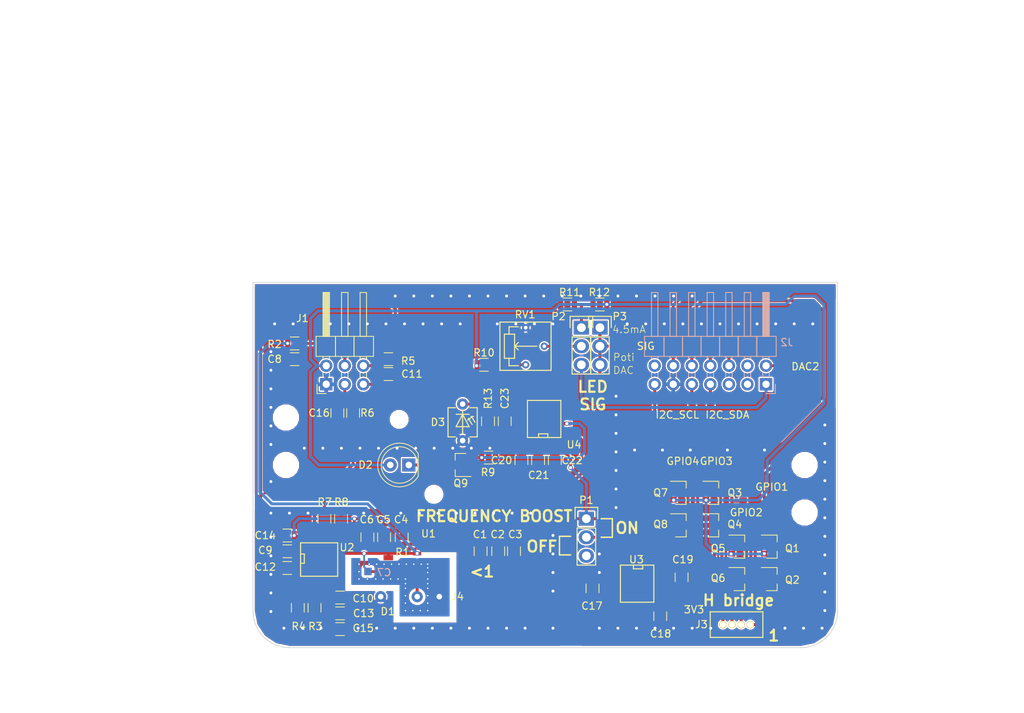
<source format=kicad_pcb>
(kicad_pcb (version 4) (host pcbnew 4.0.7-e0-6372~58~ubuntu17.04.1)

  (general
    (links 300)
    (no_connects 0)
    (area 68.642858 46.15 215.357144 148.850001)
    (thickness 1.6)
    (drawings 54)
    (tracks 364)
    (zones 0)
    (modules 238)
    (nets 39)
  )

  (page A4)
  (title_block
    (title "Analog Sensor Board UppSense 2017")
    (date 2017-07-05)
    (rev v0.2)
    (company "UppSense Heart Failure Diagnostics")
  )

  (layers
    (0 F.Cu signal)
    (31 B.Cu signal)
    (32 B.Adhes user)
    (33 F.Adhes user)
    (34 B.Paste user)
    (35 F.Paste user)
    (36 B.SilkS user)
    (37 F.SilkS user)
    (38 B.Mask user)
    (39 F.Mask user hide)
    (40 Dwgs.User user)
    (41 Cmts.User user)
    (42 Eco1.User user)
    (43 Eco2.User user)
    (44 Edge.Cuts user)
    (45 Margin user)
    (46 B.CrtYd user)
    (47 F.CrtYd user)
    (48 B.Fab user)
    (49 F.Fab user)
  )

  (setup
    (last_trace_width 0.25)
    (user_trace_width 0.4)
    (trace_clearance 0.2)
    (zone_clearance 0.2)
    (zone_45_only yes)
    (trace_min 0.2)
    (segment_width 0.2)
    (edge_width 0.1)
    (via_size 0.6)
    (via_drill 0.4)
    (via_min_size 0.4)
    (via_min_drill 0.3)
    (uvia_size 0.3)
    (uvia_drill 0.1)
    (uvias_allowed no)
    (uvia_min_size 0.2)
    (uvia_min_drill 0.1)
    (pcb_text_width 0.3)
    (pcb_text_size 1.5 1.5)
    (mod_edge_width 0.15)
    (mod_text_size 1 1)
    (mod_text_width 0.15)
    (pad_size 0.7 0.7)
    (pad_drill 0.4)
    (pad_to_mask_clearance 0)
    (aux_axis_origin 0 0)
    (visible_elements FFFFFF5F)
    (pcbplotparams
      (layerselection 0x010f0_80000001)
      (usegerberextensions false)
      (excludeedgelayer true)
      (linewidth 0.100000)
      (plotframeref false)
      (viasonmask false)
      (mode 1)
      (useauxorigin false)
      (hpglpennumber 1)
      (hpglpenspeed 20)
      (hpglpendiameter 15)
      (hpglpenoverlay 2)
      (psnegative false)
      (psa4output false)
      (plotreference true)
      (plotvalue true)
      (plotinvisibletext false)
      (padsonsilk false)
      (subtractmaskfromsilk false)
      (outputformat 1)
      (mirror false)
      (drillshape 0)
      (scaleselection 1)
      (outputdirectory output/gerber/))
  )

  (net 0 "")
  (net 1 /highCurrentPart/-3.3V)
  (net 2 GND)
  (net 3 +3V3)
  (net 4 "Net-(C7-Pad1)")
  (net 5 "Net-(C7-Pad2)")
  (net 6 /interface/ADC1)
  (net 7 /interface/ADC2)
  (net 8 /interface/ADC3)
  (net 9 "Net-(C17-Pad1)")
  (net 10 "Net-(C17-Pad2)")
  (net 11 +5V)
  (net 12 "Net-(C23-Pad1)")
  (net 13 /interface/ADC4)
  (net 14 COIL_4)
  (net 15 COIL_3)
  (net 16 COIL_1)
  (net 17 COIL_2)
  (net 18 "Net-(P2-Pad1)")
  (net 19 "Net-(P2-Pad2)")
  (net 20 Signal)
  (net 21 /interface/GPIO1)
  (net 22 /interface/GPIO3)
  (net 23 /interface/GPIO2)
  (net 24 /interface/GPIO4)
  (net 25 "Net-(Q9-Pad1)")
  (net 26 "Net-(Q9-Pad2)")
  (net 27 "Net-(D2-Pad1)")
  (net 28 "Net-(R3-Pad1)")
  (net 29 "Net-(R4-Pad2)")
  (net 30 "Net-(R6-Pad1)")
  (net 31 "Net-(R7-Pad1)")
  (net 32 "Net-(R10-Pad2)")
  (net 33 GNDA)
  (net 34 /interface/DAC1)
  (net 35 /interface/DAC2)
  (net 36 /interface/I2C_SCL)
  (net 37 /interface/I2C_SDA)
  (net 38 "Net-(P1-Pad2)")

  (net_class Default "This is the default net class."
    (clearance 0.2)
    (trace_width 0.25)
    (via_dia 0.6)
    (via_drill 0.4)
    (uvia_dia 0.3)
    (uvia_drill 0.1)
    (add_net +3V3)
    (add_net +5V)
    (add_net /highCurrentPart/-3.3V)
    (add_net /interface/ADC1)
    (add_net /interface/ADC2)
    (add_net /interface/ADC3)
    (add_net /interface/ADC4)
    (add_net /interface/DAC1)
    (add_net /interface/DAC2)
    (add_net /interface/GPIO1)
    (add_net /interface/GPIO2)
    (add_net /interface/GPIO3)
    (add_net /interface/GPIO4)
    (add_net /interface/I2C_SCL)
    (add_net /interface/I2C_SDA)
    (add_net COIL_1)
    (add_net COIL_2)
    (add_net COIL_3)
    (add_net COIL_4)
    (add_net GND)
    (add_net GNDA)
    (add_net "Net-(C17-Pad1)")
    (add_net "Net-(C17-Pad2)")
    (add_net "Net-(C23-Pad1)")
    (add_net "Net-(C7-Pad1)")
    (add_net "Net-(C7-Pad2)")
    (add_net "Net-(D2-Pad1)")
    (add_net "Net-(P1-Pad2)")
    (add_net "Net-(P2-Pad1)")
    (add_net "Net-(P2-Pad2)")
    (add_net "Net-(Q9-Pad1)")
    (add_net "Net-(Q9-Pad2)")
    (add_net "Net-(R10-Pad2)")
    (add_net "Net-(R3-Pad1)")
    (add_net "Net-(R4-Pad2)")
    (add_net "Net-(R6-Pad1)")
    (add_net "Net-(R7-Pad1)")
    (add_net Signal)
  )

  (module Vias:Stitchging-Via-0.4-0.7 (layer F.Cu) (tedit 595CD3B3) (tstamp 595D1A1E)
    (at 112.014 107.696)
    (fp_text reference REF** (at 0 1.27) (layer F.SilkS) hide
      (effects (font (size 1 1) (thickness 0.15)))
    )
    (fp_text value Stitching-Via-0.4-0.7 (at 0 -1.27) (layer F.Fab) hide
      (effects (font (size 1 1) (thickness 0.15)))
    )
    (pad ~ thru_hole circle (at 0 0) (size 0.7 0.7) (drill 0.4) (layers *.Cu)
      (net 2 GND) (zone_connect 2))
  )

  (module Vias:Stitchging-Via-0.4-0.7 (layer F.Cu) (tedit 595CD3B3) (tstamp 595D1A16)
    (at 117.094 107.696)
    (fp_text reference REF** (at 0 1.27) (layer F.SilkS) hide
      (effects (font (size 1 1) (thickness 0.15)))
    )
    (fp_text value Stitching-Via-0.4-0.7 (at 0 -1.27) (layer F.Fab) hide
      (effects (font (size 1 1) (thickness 0.15)))
    )
    (pad ~ thru_hole circle (at 0 0) (size 0.7 0.7) (drill 0.4) (layers *.Cu)
      (net 2 GND) (zone_connect 2))
  )

  (module Vias:Stitchging-Via-0.4-0.7 (layer F.Cu) (tedit 595CD3B3) (tstamp 595D1A12)
    (at 114.554 107.696)
    (fp_text reference REF** (at 0 1.27) (layer F.SilkS) hide
      (effects (font (size 1 1) (thickness 0.15)))
    )
    (fp_text value Stitching-Via-0.4-0.7 (at 0 -1.27) (layer F.Fab) hide
      (effects (font (size 1 1) (thickness 0.15)))
    )
    (pad ~ thru_hole circle (at 0 0) (size 0.7 0.7) (drill 0.4) (layers *.Cu)
      (net 2 GND) (zone_connect 2))
  )

  (module Vias:Stitchging-Via-0.4-0.7 (layer F.Cu) (tedit 595CD3B3) (tstamp 595D19EE)
    (at 129.794 107.696)
    (fp_text reference REF** (at 0 1.27) (layer F.SilkS) hide
      (effects (font (size 1 1) (thickness 0.15)))
    )
    (fp_text value Stitching-Via-0.4-0.7 (at 0 -1.27) (layer F.Fab) hide
      (effects (font (size 1 1) (thickness 0.15)))
    )
    (pad ~ thru_hole circle (at 0 0) (size 0.7 0.7) (drill 0.4) (layers *.Cu)
      (net 2 GND) (zone_connect 2))
  )

  (module Vias:Stitchging-Via-0.4-0.7 (layer F.Cu) (tedit 595CD3B3) (tstamp 595D19EA)
    (at 132.334 107.696)
    (fp_text reference REF** (at 0 1.27) (layer F.SilkS) hide
      (effects (font (size 1 1) (thickness 0.15)))
    )
    (fp_text value Stitching-Via-0.4-0.7 (at 0 -1.27) (layer F.Fab) hide
      (effects (font (size 1 1) (thickness 0.15)))
    )
    (pad ~ thru_hole circle (at 0 0) (size 0.7 0.7) (drill 0.4) (layers *.Cu)
      (net 2 GND) (zone_connect 2))
  )

  (module Vias:Stitchging-Via-0.4-0.7 (layer F.Cu) (tedit 595CD3B3) (tstamp 595D19E6)
    (at 137.414 107.696)
    (fp_text reference REF** (at 0 1.27) (layer F.SilkS) hide
      (effects (font (size 1 1) (thickness 0.15)))
    )
    (fp_text value Stitching-Via-0.4-0.7 (at 0 -1.27) (layer F.Fab) hide
      (effects (font (size 1 1) (thickness 0.15)))
    )
    (pad ~ thru_hole circle (at 0 0) (size 0.7 0.7) (drill 0.4) (layers *.Cu)
      (net 2 GND) (zone_connect 2))
  )

  (module Vias:Stitchging-Via-0.4-0.7 (layer F.Cu) (tedit 595CD3B3) (tstamp 595D19E2)
    (at 134.874 107.696)
    (fp_text reference REF** (at 0 1.27) (layer F.SilkS) hide
      (effects (font (size 1 1) (thickness 0.15)))
    )
    (fp_text value Stitching-Via-0.4-0.7 (at 0 -1.27) (layer F.Fab) hide
      (effects (font (size 1 1) (thickness 0.15)))
    )
    (pad ~ thru_hole circle (at 0 0) (size 0.7 0.7) (drill 0.4) (layers *.Cu)
      (net 2 GND) (zone_connect 2))
  )

  (module Vias:Stitchging-Via-0.4-0.7 (layer F.Cu) (tedit 595CD3B3) (tstamp 595D19DE)
    (at 124.714 107.696)
    (fp_text reference REF** (at 0 1.27) (layer F.SilkS) hide
      (effects (font (size 1 1) (thickness 0.15)))
    )
    (fp_text value Stitching-Via-0.4-0.7 (at 0 -1.27) (layer F.Fab) hide
      (effects (font (size 1 1) (thickness 0.15)))
    )
    (pad ~ thru_hole circle (at 0 0) (size 0.7 0.7) (drill 0.4) (layers *.Cu)
      (net 2 GND) (zone_connect 2))
  )

  (module Vias:Stitchging-Via-0.4-0.7 (layer F.Cu) (tedit 595CD3B3) (tstamp 595D19DA)
    (at 127.254 107.696)
    (fp_text reference REF** (at 0 1.27) (layer F.SilkS) hide
      (effects (font (size 1 1) (thickness 0.15)))
    )
    (fp_text value Stitching-Via-0.4-0.7 (at 0 -1.27) (layer F.Fab) hide
      (effects (font (size 1 1) (thickness 0.15)))
    )
    (pad ~ thru_hole circle (at 0 0) (size 0.7 0.7) (drill 0.4) (layers *.Cu)
      (net 2 GND) (zone_connect 2))
  )

  (module Vias:Stitchging-Via-0.4-0.7 (layer F.Cu) (tedit 595CD3B3) (tstamp 595D19D6)
    (at 122.174 107.696)
    (fp_text reference REF** (at 0 1.27) (layer F.SilkS) hide
      (effects (font (size 1 1) (thickness 0.15)))
    )
    (fp_text value Stitching-Via-0.4-0.7 (at 0 -1.27) (layer F.Fab) hide
      (effects (font (size 1 1) (thickness 0.15)))
    )
    (pad ~ thru_hole circle (at 0 0) (size 0.7 0.7) (drill 0.4) (layers *.Cu)
      (net 2 GND) (zone_connect 2))
  )

  (module Vias:Stitchging-Via-0.4-0.7 (layer F.Cu) (tedit 595CD3B3) (tstamp 595D19D2)
    (at 119.634 107.696)
    (fp_text reference REF** (at 0 1.27) (layer F.SilkS) hide
      (effects (font (size 1 1) (thickness 0.15)))
    )
    (fp_text value Stitching-Via-0.4-0.7 (at 0 -1.27) (layer F.Fab) hide
      (effects (font (size 1 1) (thickness 0.15)))
    )
    (pad ~ thru_hole circle (at 0 0) (size 0.7 0.7) (drill 0.4) (layers *.Cu)
      (net 2 GND) (zone_connect 2))
  )

  (module Vias:Stitchging-Via-0.4-0.7 (layer F.Cu) (tedit 595CD3B3) (tstamp 595D19C0)
    (at 169.926 107.95)
    (fp_text reference REF** (at 0 1.27) (layer F.SilkS) hide
      (effects (font (size 1 1) (thickness 0.15)))
    )
    (fp_text value Stitching-Via-0.4-0.7 (at 0 -1.27) (layer F.Fab) hide
      (effects (font (size 1 1) (thickness 0.15)))
    )
    (pad ~ thru_hole circle (at 0 0) (size 0.7 0.7) (drill 0.4) (layers *.Cu)
      (net 2 GND) (zone_connect 2))
  )

  (module Vias:Stitchging-Via-0.4-0.7 (layer F.Cu) (tedit 595CD3B3) (tstamp 595D19BC)
    (at 175.006 107.95)
    (fp_text reference REF** (at 0 1.27) (layer F.SilkS) hide
      (effects (font (size 1 1) (thickness 0.15)))
    )
    (fp_text value Stitching-Via-0.4-0.7 (at 0 -1.27) (layer F.Fab) hide
      (effects (font (size 1 1) (thickness 0.15)))
    )
    (pad ~ thru_hole circle (at 0 0) (size 0.7 0.7) (drill 0.4) (layers *.Cu)
      (net 2 GND) (zone_connect 2))
  )

  (module Vias:Stitchging-Via-0.4-0.7 (layer F.Cu) (tedit 595CD3B3) (tstamp 595D19B4)
    (at 161.036 107.95)
    (fp_text reference REF** (at 0 1.27) (layer F.SilkS) hide
      (effects (font (size 1 1) (thickness 0.15)))
    )
    (fp_text value Stitching-Via-0.4-0.7 (at 0 -1.27) (layer F.Fab) hide
      (effects (font (size 1 1) (thickness 0.15)))
    )
    (pad ~ thru_hole circle (at 0 0) (size 0.7 0.7) (drill 0.4) (layers *.Cu)
      (net 2 GND) (zone_connect 2))
  )

  (module Vias:Stitchging-Via-0.4-0.7 (layer F.Cu) (tedit 595CD3B3) (tstamp 595D19A8)
    (at 164.846 107.95)
    (fp_text reference REF** (at 0 1.27) (layer F.SilkS) hide
      (effects (font (size 1 1) (thickness 0.15)))
    )
    (fp_text value Stitching-Via-0.4-0.7 (at 0 -1.27) (layer F.Fab) hide
      (effects (font (size 1 1) (thickness 0.15)))
    )
    (pad ~ thru_hole circle (at 0 0) (size 0.7 0.7) (drill 0.4) (layers *.Cu)
      (net 2 GND) (zone_connect 2))
  )

  (module Vias:Stitchging-Via-0.4-0.7 (layer F.Cu) (tedit 595CD3B3) (tstamp 595D19A0)
    (at 157.226 107.95)
    (fp_text reference REF** (at 0 1.27) (layer F.SilkS) hide
      (effects (font (size 1 1) (thickness 0.15)))
    )
    (fp_text value Stitching-Via-0.4-0.7 (at 0 -1.27) (layer F.Fab) hide
      (effects (font (size 1 1) (thickness 0.15)))
    )
    (pad ~ thru_hole circle (at 0 0) (size 0.7 0.7) (drill 0.4) (layers *.Cu)
      (net 2 GND) (zone_connect 2))
  )

  (module Vias:Stitchging-Via-0.4-0.7 (layer F.Cu) (tedit 595CD3B3) (tstamp 595D18BC)
    (at 146.05 132.334 90)
    (fp_text reference REF** (at 0 1.27 90) (layer F.SilkS) hide
      (effects (font (size 1 1) (thickness 0.15)))
    )
    (fp_text value Stitching-Via-0.4-0.7 (at 0 -1.27 90) (layer F.Fab) hide
      (effects (font (size 1 1) (thickness 0.15)))
    )
    (pad ~ thru_hole circle (at 0 0 90) (size 0.7 0.7) (drill 0.4) (layers *.Cu)
      (net 2 GND) (zone_connect 2))
  )

  (module Vias:Stitchging-Via-0.4-0.7 (layer F.Cu) (tedit 595CD3B3) (tstamp 595D18B4)
    (at 146.05 124.714 90)
    (fp_text reference REF** (at 0 1.27 90) (layer F.SilkS) hide
      (effects (font (size 1 1) (thickness 0.15)))
    )
    (fp_text value Stitching-Via-0.4-0.7 (at 0 -1.27 90) (layer F.Fab) hide
      (effects (font (size 1 1) (thickness 0.15)))
    )
    (pad ~ thru_hole circle (at 0 0 90) (size 0.7 0.7) (drill 0.4) (layers *.Cu)
      (net 2 GND) (zone_connect 2))
  )

  (module Vias:Stitchging-Via-0.4-0.7 (layer F.Cu) (tedit 595CD3B3) (tstamp 595D18B0)
    (at 146.05 127.254 90)
    (fp_text reference REF** (at 0 1.27 90) (layer F.SilkS) hide
      (effects (font (size 1 1) (thickness 0.15)))
    )
    (fp_text value Stitching-Via-0.4-0.7 (at 0 -1.27 90) (layer F.Fab) hide
      (effects (font (size 1 1) (thickness 0.15)))
    )
    (pad ~ thru_hole circle (at 0 0 90) (size 0.7 0.7) (drill 0.4) (layers *.Cu)
      (net 2 GND) (zone_connect 2))
  )

  (module Vias:Stitchging-Via-0.4-0.7 (layer F.Cu) (tedit 595CD3B3) (tstamp 595D18A4)
    (at 146.05 119.634 90)
    (fp_text reference REF** (at 0 1.27 90) (layer F.SilkS) hide
      (effects (font (size 1 1) (thickness 0.15)))
    )
    (fp_text value Stitching-Via-0.4-0.7 (at 0 -1.27 90) (layer F.Fab) hide
      (effects (font (size 1 1) (thickness 0.15)))
    )
    (pad ~ thru_hole circle (at 0 0 90) (size 0.7 0.7) (drill 0.4) (layers *.Cu)
      (net 2 GND) (zone_connect 2))
  )

  (module Vias:Stitchging-Via-0.4-0.7 (layer F.Cu) (tedit 595CD3B3) (tstamp 595D18A0)
    (at 146.05 122.174 90)
    (fp_text reference REF** (at 0 1.27 90) (layer F.SilkS) hide
      (effects (font (size 1 1) (thickness 0.15)))
    )
    (fp_text value Stitching-Via-0.4-0.7 (at 0 -1.27 90) (layer F.Fab) hide
      (effects (font (size 1 1) (thickness 0.15)))
    )
    (pad ~ thru_hole circle (at 0 0 90) (size 0.7 0.7) (drill 0.4) (layers *.Cu)
      (net 2 GND) (zone_connect 2))
  )

  (module Vias:Stitchging-Via-0.4-0.7 (layer F.Cu) (tedit 595CD3B3) (tstamp 595D1884)
    (at 152.4 124.714 90)
    (fp_text reference REF** (at 0 1.27 90) (layer F.SilkS) hide
      (effects (font (size 1 1) (thickness 0.15)))
    )
    (fp_text value Stitching-Via-0.4-0.7 (at 0 -1.27 90) (layer F.Fab) hide
      (effects (font (size 1 1) (thickness 0.15)))
    )
    (pad ~ thru_hole circle (at 0 0 90) (size 0.7 0.7) (drill 0.4) (layers *.Cu)
      (net 2 GND) (zone_connect 2))
  )

  (module Vias:Stitchging-Via-0.4-0.7 (layer F.Cu) (tedit 595CD3B3) (tstamp 595D187C)
    (at 152.4 122.174 90)
    (fp_text reference REF** (at 0 1.27 90) (layer F.SilkS) hide
      (effects (font (size 1 1) (thickness 0.15)))
    )
    (fp_text value Stitching-Via-0.4-0.7 (at 0 -1.27 90) (layer F.Fab) hide
      (effects (font (size 1 1) (thickness 0.15)))
    )
    (pad ~ thru_hole circle (at 0 0 90) (size 0.7 0.7) (drill 0.4) (layers *.Cu)
      (net 2 GND) (zone_connect 2))
  )

  (module Vias:Stitchging-Via-0.4-0.7 (layer F.Cu) (tedit 595CD3B3) (tstamp 595D1878)
    (at 154.686 115.824 90)
    (fp_text reference REF** (at 0 1.27 90) (layer F.SilkS) hide
      (effects (font (size 1 1) (thickness 0.15)))
    )
    (fp_text value Stitching-Via-0.4-0.7 (at 0 -1.27 90) (layer F.Fab) hide
      (effects (font (size 1 1) (thickness 0.15)))
    )
    (pad ~ thru_hole circle (at 0 0 90) (size 0.7 0.7) (drill 0.4) (layers *.Cu)
      (net 2 GND) (zone_connect 2))
  )

  (module Vias:Stitchging-Via-0.4-0.7 (layer F.Cu) (tedit 595CD3B3) (tstamp 595D180C)
    (at 154.686 103.124 90)
    (fp_text reference REF** (at 0 1.27 90) (layer F.SilkS) hide
      (effects (font (size 1 1) (thickness 0.15)))
    )
    (fp_text value Stitching-Via-0.4-0.7 (at 0 -1.27 90) (layer F.Fab) hide
      (effects (font (size 1 1) (thickness 0.15)))
    )
    (pad ~ thru_hole circle (at 0 0 90) (size 0.7 0.7) (drill 0.4) (layers *.Cu)
      (net 2 GND) (zone_connect 2))
  )

  (module Vias:Stitchging-Via-0.4-0.7 (layer F.Cu) (tedit 595CD3B3) (tstamp 595D1808)
    (at 154.686 100.584 90)
    (fp_text reference REF** (at 0 1.27 90) (layer F.SilkS) hide
      (effects (font (size 1 1) (thickness 0.15)))
    )
    (fp_text value Stitching-Via-0.4-0.7 (at 0 -1.27 90) (layer F.Fab) hide
      (effects (font (size 1 1) (thickness 0.15)))
    )
    (pad ~ thru_hole circle (at 0 0 90) (size 0.7 0.7) (drill 0.4) (layers *.Cu)
      (net 2 GND) (zone_connect 2))
  )

  (module Vias:Stitchging-Via-0.4-0.7 (layer F.Cu) (tedit 595CD3B3) (tstamp 595D17FC)
    (at 154.686 108.204 90)
    (fp_text reference REF** (at 0 1.27 90) (layer F.SilkS) hide
      (effects (font (size 1 1) (thickness 0.15)))
    )
    (fp_text value Stitching-Via-0.4-0.7 (at 0 -1.27 90) (layer F.Fab) hide
      (effects (font (size 1 1) (thickness 0.15)))
    )
    (pad ~ thru_hole circle (at 0 0 90) (size 0.7 0.7) (drill 0.4) (layers *.Cu)
      (net 2 GND) (zone_connect 2))
  )

  (module Vias:Stitchging-Via-0.4-0.7 (layer F.Cu) (tedit 595CD3B3) (tstamp 595D17F8)
    (at 154.686 105.664 90)
    (fp_text reference REF** (at 0 1.27 90) (layer F.SilkS) hide
      (effects (font (size 1 1) (thickness 0.15)))
    )
    (fp_text value Stitching-Via-0.4-0.7 (at 0 -1.27 90) (layer F.Fab) hide
      (effects (font (size 1 1) (thickness 0.15)))
    )
    (pad ~ thru_hole circle (at 0 0 90) (size 0.7 0.7) (drill 0.4) (layers *.Cu)
      (net 2 GND) (zone_connect 2))
  )

  (module Vias:Stitchging-Via-0.4-0.7 (layer F.Cu) (tedit 595CD3B3) (tstamp 595D17F4)
    (at 154.686 110.744 90)
    (fp_text reference REF** (at 0 1.27 90) (layer F.SilkS) hide
      (effects (font (size 1 1) (thickness 0.15)))
    )
    (fp_text value Stitching-Via-0.4-0.7 (at 0 -1.27 90) (layer F.Fab) hide
      (effects (font (size 1 1) (thickness 0.15)))
    )
    (pad ~ thru_hole circle (at 0 0 90) (size 0.7 0.7) (drill 0.4) (layers *.Cu)
      (net 2 GND) (zone_connect 2))
  )

  (module Vias:Stitchging-Via-0.4-0.7 (layer F.Cu) (tedit 595CD3B3) (tstamp 595D17F0)
    (at 154.686 113.284 90)
    (fp_text reference REF** (at 0 1.27 90) (layer F.SilkS) hide
      (effects (font (size 1 1) (thickness 0.15)))
    )
    (fp_text value Stitching-Via-0.4-0.7 (at 0 -1.27 90) (layer F.Fab) hide
      (effects (font (size 1 1) (thickness 0.15)))
    )
    (pad ~ thru_hole circle (at 0 0 90) (size 0.7 0.7) (drill 0.4) (layers *.Cu)
      (net 2 GND) (zone_connect 2))
  )

  (module Vias:Stitchging-Via-0.4-0.7 (layer F.Cu) (tedit 595CD3B3) (tstamp 595D1784)
    (at 137.16 86.868)
    (fp_text reference REF** (at 0 1.27) (layer F.SilkS) hide
      (effects (font (size 1 1) (thickness 0.15)))
    )
    (fp_text value Stitching-Via-0.4-0.7 (at 0 -1.27) (layer F.Fab) hide
      (effects (font (size 1 1) (thickness 0.15)))
    )
    (pad ~ thru_hole circle (at 0 0) (size 0.7 0.7) (drill 0.4) (layers *.Cu)
      (net 2 GND) (zone_connect 2))
  )

  (module Vias:Stitchging-Via-0.4-0.7 (layer F.Cu) (tedit 595CD3B3) (tstamp 595D1780)
    (at 142.24 86.868)
    (fp_text reference REF** (at 0 1.27) (layer F.SilkS) hide
      (effects (font (size 1 1) (thickness 0.15)))
    )
    (fp_text value Stitching-Via-0.4-0.7 (at 0 -1.27) (layer F.Fab) hide
      (effects (font (size 1 1) (thickness 0.15)))
    )
    (pad ~ thru_hole circle (at 0 0) (size 0.7 0.7) (drill 0.4) (layers *.Cu)
      (net 2 GND) (zone_connect 2))
  )

  (module Vias:Stitchging-Via-0.4-0.7 (layer F.Cu) (tedit 595CD3B3) (tstamp 595D177C)
    (at 139.7 86.868)
    (fp_text reference REF** (at 0 1.27) (layer F.SilkS) hide
      (effects (font (size 1 1) (thickness 0.15)))
    )
    (fp_text value Stitching-Via-0.4-0.7 (at 0 -1.27) (layer F.Fab) hide
      (effects (font (size 1 1) (thickness 0.15)))
    )
    (pad ~ thru_hole circle (at 0 0) (size 0.7 0.7) (drill 0.4) (layers *.Cu)
      (net 2 GND) (zone_connect 2))
  )

  (module Vias:Stitchging-Via-0.4-0.7 (layer F.Cu) (tedit 595CD3B3) (tstamp 595D1778)
    (at 149.86 86.868)
    (fp_text reference REF** (at 0 1.27) (layer F.SilkS) hide
      (effects (font (size 1 1) (thickness 0.15)))
    )
    (fp_text value Stitching-Via-0.4-0.7 (at 0 -1.27) (layer F.Fab) hide
      (effects (font (size 1 1) (thickness 0.15)))
    )
    (pad ~ thru_hole circle (at 0 0) (size 0.7 0.7) (drill 0.4) (layers *.Cu)
      (net 2 GND) (zone_connect 2))
  )

  (module Vias:Stitchging-Via-0.4-0.7 (layer F.Cu) (tedit 595CD3B3) (tstamp 595D1774)
    (at 152.4 86.868)
    (fp_text reference REF** (at 0 1.27) (layer F.SilkS) hide
      (effects (font (size 1 1) (thickness 0.15)))
    )
    (fp_text value Stitching-Via-0.4-0.7 (at 0 -1.27) (layer F.Fab) hide
      (effects (font (size 1 1) (thickness 0.15)))
    )
    (pad ~ thru_hole circle (at 0 0) (size 0.7 0.7) (drill 0.4) (layers *.Cu)
      (net 2 GND) (zone_connect 2))
  )

  (module Vias:Stitchging-Via-0.4-0.7 (layer F.Cu) (tedit 595CD3B3) (tstamp 595D1770)
    (at 147.32 86.868)
    (fp_text reference REF** (at 0 1.27) (layer F.SilkS) hide
      (effects (font (size 1 1) (thickness 0.15)))
    )
    (fp_text value Stitching-Via-0.4-0.7 (at 0 -1.27) (layer F.Fab) hide
      (effects (font (size 1 1) (thickness 0.15)))
    )
    (pad ~ thru_hole circle (at 0 0) (size 0.7 0.7) (drill 0.4) (layers *.Cu)
      (net 2 GND) (zone_connect 2))
  )

  (module Vias:Stitchging-Via-0.4-0.7 (layer F.Cu) (tedit 595CD3B3) (tstamp 595D176C)
    (at 144.78 86.868)
    (fp_text reference REF** (at 0 1.27) (layer F.SilkS) hide
      (effects (font (size 1 1) (thickness 0.15)))
    )
    (fp_text value Stitching-Via-0.4-0.7 (at 0 -1.27) (layer F.Fab) hide
      (effects (font (size 1 1) (thickness 0.15)))
    )
    (pad ~ thru_hole circle (at 0 0) (size 0.7 0.7) (drill 0.4) (layers *.Cu)
      (net 2 GND) (zone_connect 2))
  )

  (module Vias:Stitchging-Via-0.4-0.7 (layer F.Cu) (tedit 595CD3B3) (tstamp 595D1768)
    (at 162.56 86.868)
    (fp_text reference REF** (at 0 1.27) (layer F.SilkS) hide
      (effects (font (size 1 1) (thickness 0.15)))
    )
    (fp_text value Stitching-Via-0.4-0.7 (at 0 -1.27) (layer F.Fab) hide
      (effects (font (size 1 1) (thickness 0.15)))
    )
    (pad ~ thru_hole circle (at 0 0) (size 0.7 0.7) (drill 0.4) (layers *.Cu)
      (net 2 GND) (zone_connect 2))
  )

  (module Vias:Stitchging-Via-0.4-0.7 (layer F.Cu) (tedit 595CD3B3) (tstamp 595D1764)
    (at 165.1 86.868)
    (fp_text reference REF** (at 0 1.27) (layer F.SilkS) hide
      (effects (font (size 1 1) (thickness 0.15)))
    )
    (fp_text value Stitching-Via-0.4-0.7 (at 0 -1.27) (layer F.Fab) hide
      (effects (font (size 1 1) (thickness 0.15)))
    )
    (pad ~ thru_hole circle (at 0 0) (size 0.7 0.7) (drill 0.4) (layers *.Cu)
      (net 2 GND) (zone_connect 2))
  )

  (module Vias:Stitchging-Via-0.4-0.7 (layer F.Cu) (tedit 595CD3B3) (tstamp 595D1760)
    (at 157.48 86.868)
    (fp_text reference REF** (at 0 1.27) (layer F.SilkS) hide
      (effects (font (size 1 1) (thickness 0.15)))
    )
    (fp_text value Stitching-Via-0.4-0.7 (at 0 -1.27) (layer F.Fab) hide
      (effects (font (size 1 1) (thickness 0.15)))
    )
    (pad ~ thru_hole circle (at 0 0) (size 0.7 0.7) (drill 0.4) (layers *.Cu)
      (net 2 GND) (zone_connect 2))
  )

  (module Vias:Stitchging-Via-0.4-0.7 (layer F.Cu) (tedit 595CD3B3) (tstamp 595D175C)
    (at 160.02 86.868)
    (fp_text reference REF** (at 0 1.27) (layer F.SilkS) hide
      (effects (font (size 1 1) (thickness 0.15)))
    )
    (fp_text value Stitching-Via-0.4-0.7 (at 0 -1.27) (layer F.Fab) hide
      (effects (font (size 1 1) (thickness 0.15)))
    )
    (pad ~ thru_hole circle (at 0 0) (size 0.7 0.7) (drill 0.4) (layers *.Cu)
      (net 2 GND) (zone_connect 2))
  )

  (module Vias:Stitchging-Via-0.4-0.7 (layer F.Cu) (tedit 595CD3B3) (tstamp 595D1758)
    (at 154.94 86.868)
    (fp_text reference REF** (at 0 1.27) (layer F.SilkS) hide
      (effects (font (size 1 1) (thickness 0.15)))
    )
    (fp_text value Stitching-Via-0.4-0.7 (at 0 -1.27) (layer F.Fab) hide
      (effects (font (size 1 1) (thickness 0.15)))
    )
    (pad ~ thru_hole circle (at 0 0) (size 0.7 0.7) (drill 0.4) (layers *.Cu)
      (net 2 GND) (zone_connect 2))
  )

  (module Vias:Stitchging-Via-0.4-0.7 (layer F.Cu) (tedit 595CD3B3) (tstamp 595D1750)
    (at 127 86.868)
    (fp_text reference REF** (at 0 1.27) (layer F.SilkS) hide
      (effects (font (size 1 1) (thickness 0.15)))
    )
    (fp_text value Stitching-Via-0.4-0.7 (at 0 -1.27) (layer F.Fab) hide
      (effects (font (size 1 1) (thickness 0.15)))
    )
    (pad ~ thru_hole circle (at 0 0) (size 0.7 0.7) (drill 0.4) (layers *.Cu)
      (net 2 GND) (zone_connect 2))
  )

  (module Vias:Stitchging-Via-0.4-0.7 (layer F.Cu) (tedit 595CD3B3) (tstamp 595D174C)
    (at 124.46 86.868)
    (fp_text reference REF** (at 0 1.27) (layer F.SilkS) hide
      (effects (font (size 1 1) (thickness 0.15)))
    )
    (fp_text value Stitching-Via-0.4-0.7 (at 0 -1.27) (layer F.Fab) hide
      (effects (font (size 1 1) (thickness 0.15)))
    )
    (pad ~ thru_hole circle (at 0 0) (size 0.7 0.7) (drill 0.4) (layers *.Cu)
      (net 2 GND) (zone_connect 2))
  )

  (module Vias:Stitchging-Via-0.4-0.7 (layer F.Cu) (tedit 595CD3B3) (tstamp 595D1748)
    (at 134.62 86.868)
    (fp_text reference REF** (at 0 1.27) (layer F.SilkS) hide
      (effects (font (size 1 1) (thickness 0.15)))
    )
    (fp_text value Stitching-Via-0.4-0.7 (at 0 -1.27) (layer F.Fab) hide
      (effects (font (size 1 1) (thickness 0.15)))
    )
    (pad ~ thru_hole circle (at 0 0) (size 0.7 0.7) (drill 0.4) (layers *.Cu)
      (net 2 GND) (zone_connect 2))
  )

  (module Vias:Stitchging-Via-0.4-0.7 (layer F.Cu) (tedit 595CD3B3) (tstamp 595D1744)
    (at 132.08 86.868)
    (fp_text reference REF** (at 0 1.27) (layer F.SilkS) hide
      (effects (font (size 1 1) (thickness 0.15)))
    )
    (fp_text value Stitching-Via-0.4-0.7 (at 0 -1.27) (layer F.Fab) hide
      (effects (font (size 1 1) (thickness 0.15)))
    )
    (pad ~ thru_hole circle (at 0 0) (size 0.7 0.7) (drill 0.4) (layers *.Cu)
      (net 2 GND) (zone_connect 2))
  )

  (module Vias:Stitchging-Via-0.4-0.7 (layer F.Cu) (tedit 595CD3B3) (tstamp 595D1740)
    (at 129.54 86.868)
    (fp_text reference REF** (at 0 1.27) (layer F.SilkS) hide
      (effects (font (size 1 1) (thickness 0.15)))
    )
    (fp_text value Stitching-Via-0.4-0.7 (at 0 -1.27) (layer F.Fab) hide
      (effects (font (size 1 1) (thickness 0.15)))
    )
    (pad ~ thru_hole circle (at 0 0) (size 0.7 0.7) (drill 0.4) (layers *.Cu)
      (net 2 GND) (zone_connect 2))
  )

  (module Vias:Stitchging-Via-0.4-0.7 (layer F.Cu) (tedit 595CD3B3) (tstamp 595D164A)
    (at 107.442 130.048 90)
    (fp_text reference REF** (at 0 1.27 90) (layer F.SilkS) hide
      (effects (font (size 1 1) (thickness 0.15)))
    )
    (fp_text value Stitching-Via-0.4-0.7 (at 0 -1.27 90) (layer F.Fab) hide
      (effects (font (size 1 1) (thickness 0.15)))
    )
    (pad ~ thru_hole circle (at 0 0 90) (size 0.7 0.7) (drill 0.4) (layers *.Cu)
      (net 2 GND) (zone_connect 2))
  )

  (module Vias:Stitchging-Via-0.4-0.7 (layer F.Cu) (tedit 595CD3B3) (tstamp 595D1646)
    (at 107.442 127.508 90)
    (fp_text reference REF** (at 0 1.27 90) (layer F.SilkS) hide
      (effects (font (size 1 1) (thickness 0.15)))
    )
    (fp_text value Stitching-Via-0.4-0.7 (at 0 -1.27 90) (layer F.Fab) hide
      (effects (font (size 1 1) (thickness 0.15)))
    )
    (pad ~ thru_hole circle (at 0 0 90) (size 0.7 0.7) (drill 0.4) (layers *.Cu)
      (net 2 GND) (zone_connect 2))
  )

  (module Vias:Stitchging-Via-0.4-0.7 (layer F.Cu) (tedit 595CD3B3) (tstamp 595D1642)
    (at 107.442 122.428 90)
    (fp_text reference REF** (at 0 1.27 90) (layer F.SilkS) hide
      (effects (font (size 1 1) (thickness 0.15)))
    )
    (fp_text value Stitching-Via-0.4-0.7 (at 0 -1.27 90) (layer F.Fab) hide
      (effects (font (size 1 1) (thickness 0.15)))
    )
    (pad ~ thru_hole circle (at 0 0 90) (size 0.7 0.7) (drill 0.4) (layers *.Cu)
      (net 2 GND) (zone_connect 2))
  )

  (module Vias:Stitchging-Via-0.4-0.7 (layer F.Cu) (tedit 595CD3B3) (tstamp 595D163E)
    (at 107.442 124.968 90)
    (fp_text reference REF** (at 0 1.27 90) (layer F.SilkS) hide
      (effects (font (size 1 1) (thickness 0.15)))
    )
    (fp_text value Stitching-Via-0.4-0.7 (at 0 -1.27 90) (layer F.Fab) hide
      (effects (font (size 1 1) (thickness 0.15)))
    )
    (pad ~ thru_hole circle (at 0 0 90) (size 0.7 0.7) (drill 0.4) (layers *.Cu)
      (net 2 GND) (zone_connect 2))
  )

  (module Vias:Stitchging-Via-0.4-0.7 (layer F.Cu) (tedit 595CD3B3) (tstamp 595D1636)
    (at 107.442 112.268 90)
    (fp_text reference REF** (at 0 1.27 90) (layer F.SilkS) hide
      (effects (font (size 1 1) (thickness 0.15)))
    )
    (fp_text value Stitching-Via-0.4-0.7 (at 0 -1.27 90) (layer F.Fab) hide
      (effects (font (size 1 1) (thickness 0.15)))
    )
    (pad ~ thru_hole circle (at 0 0 90) (size 0.7 0.7) (drill 0.4) (layers *.Cu)
      (net 2 GND) (zone_connect 2))
  )

  (module Vias:Stitchging-Via-0.4-0.7 (layer F.Cu) (tedit 595CD3B3) (tstamp 595D162E)
    (at 107.442 119.888 90)
    (fp_text reference REF** (at 0 1.27 90) (layer F.SilkS) hide
      (effects (font (size 1 1) (thickness 0.15)))
    )
    (fp_text value Stitching-Via-0.4-0.7 (at 0 -1.27 90) (layer F.Fab) hide
      (effects (font (size 1 1) (thickness 0.15)))
    )
    (pad ~ thru_hole circle (at 0 0 90) (size 0.7 0.7) (drill 0.4) (layers *.Cu)
      (net 2 GND) (zone_connect 2))
  )

  (module Vias:Stitchging-Via-0.4-0.7 (layer F.Cu) (tedit 595CD3B3) (tstamp 595D162A)
    (at 107.442 102.108 90)
    (fp_text reference REF** (at 0 1.27 90) (layer F.SilkS) hide
      (effects (font (size 1 1) (thickness 0.15)))
    )
    (fp_text value Stitching-Via-0.4-0.7 (at 0 -1.27 90) (layer F.Fab) hide
      (effects (font (size 1 1) (thickness 0.15)))
    )
    (pad ~ thru_hole circle (at 0 0 90) (size 0.7 0.7) (drill 0.4) (layers *.Cu)
      (net 2 GND) (zone_connect 2))
  )

  (module Vias:Stitchging-Via-0.4-0.7 (layer F.Cu) (tedit 595CD3B3) (tstamp 595D1626)
    (at 107.442 99.568 90)
    (fp_text reference REF** (at 0 1.27 90) (layer F.SilkS) hide
      (effects (font (size 1 1) (thickness 0.15)))
    )
    (fp_text value Stitching-Via-0.4-0.7 (at 0 -1.27 90) (layer F.Fab) hide
      (effects (font (size 1 1) (thickness 0.15)))
    )
    (pad ~ thru_hole circle (at 0 0 90) (size 0.7 0.7) (drill 0.4) (layers *.Cu)
      (net 2 GND) (zone_connect 2))
  )

  (module Vias:Stitchging-Via-0.4-0.7 (layer F.Cu) (tedit 595CD3B3) (tstamp 595D1622)
    (at 107.442 97.028 90)
    (fp_text reference REF** (at 0 1.27 90) (layer F.SilkS) hide
      (effects (font (size 1 1) (thickness 0.15)))
    )
    (fp_text value Stitching-Via-0.4-0.7 (at 0 -1.27 90) (layer F.Fab) hide
      (effects (font (size 1 1) (thickness 0.15)))
    )
    (pad ~ thru_hole circle (at 0 0 90) (size 0.7 0.7) (drill 0.4) (layers *.Cu)
      (net 2 GND) (zone_connect 2))
  )

  (module Vias:Stitchging-Via-0.4-0.7 (layer F.Cu) (tedit 595CD3B3) (tstamp 595D161E)
    (at 107.442 107.188 90)
    (fp_text reference REF** (at 0 1.27 90) (layer F.SilkS) hide
      (effects (font (size 1 1) (thickness 0.15)))
    )
    (fp_text value Stitching-Via-0.4-0.7 (at 0 -1.27 90) (layer F.Fab) hide
      (effects (font (size 1 1) (thickness 0.15)))
    )
    (pad ~ thru_hole circle (at 0 0 90) (size 0.7 0.7) (drill 0.4) (layers *.Cu)
      (net 2 GND) (zone_connect 2))
  )

  (module Vias:Stitchging-Via-0.4-0.7 (layer F.Cu) (tedit 595CD3B3) (tstamp 595D161A)
    (at 107.442 104.648 90)
    (fp_text reference REF** (at 0 1.27 90) (layer F.SilkS) hide
      (effects (font (size 1 1) (thickness 0.15)))
    )
    (fp_text value Stitching-Via-0.4-0.7 (at 0 -1.27 90) (layer F.Fab) hide
      (effects (font (size 1 1) (thickness 0.15)))
    )
    (pad ~ thru_hole circle (at 0 0 90) (size 0.7 0.7) (drill 0.4) (layers *.Cu)
      (net 2 GND) (zone_connect 2))
  )

  (module Vias:Stitchging-Via-0.4-0.7 (layer F.Cu) (tedit 595CD3B3) (tstamp 595D15E6)
    (at 107.442 94.488 90)
    (fp_text reference REF** (at 0 1.27 90) (layer F.SilkS) hide
      (effects (font (size 1 1) (thickness 0.15)))
    )
    (fp_text value Stitching-Via-0.4-0.7 (at 0 -1.27 90) (layer F.Fab) hide
      (effects (font (size 1 1) (thickness 0.15)))
    )
    (pad ~ thru_hole circle (at 0 0 90) (size 0.7 0.7) (drill 0.4) (layers *.Cu)
      (net 2 GND) (zone_connect 2))
  )

  (module Vias:Stitchging-Via-0.4-0.7 (layer F.Cu) (tedit 595CD3B3) (tstamp 595D14AA)
    (at 183.261 129.921 90)
    (fp_text reference REF** (at 0 1.27 90) (layer F.SilkS) hide
      (effects (font (size 1 1) (thickness 0.15)))
    )
    (fp_text value Stitching-Via-0.4-0.7 (at 0 -1.27 90) (layer F.Fab) hide
      (effects (font (size 1 1) (thickness 0.15)))
    )
    (pad ~ thru_hole circle (at 0 0 90) (size 0.7 0.7) (drill 0.4) (layers *.Cu)
      (net 2 GND) (zone_connect 2))
  )

  (module Vias:Stitchging-Via-0.4-0.7 (layer F.Cu) (tedit 595CD3B3) (tstamp 595D14A6)
    (at 183.261 127.381 90)
    (fp_text reference REF** (at 0 1.27 90) (layer F.SilkS) hide
      (effects (font (size 1 1) (thickness 0.15)))
    )
    (fp_text value Stitching-Via-0.4-0.7 (at 0 -1.27 90) (layer F.Fab) hide
      (effects (font (size 1 1) (thickness 0.15)))
    )
    (pad ~ thru_hole circle (at 0 0 90) (size 0.7 0.7) (drill 0.4) (layers *.Cu)
      (net 2 GND) (zone_connect 2))
  )

  (module Vias:Stitchging-Via-0.4-0.7 (layer F.Cu) (tedit 595CD3B3) (tstamp 595D14A2)
    (at 183.261 122.301 90)
    (fp_text reference REF** (at 0 1.27 90) (layer F.SilkS) hide
      (effects (font (size 1 1) (thickness 0.15)))
    )
    (fp_text value Stitching-Via-0.4-0.7 (at 0 -1.27 90) (layer F.Fab) hide
      (effects (font (size 1 1) (thickness 0.15)))
    )
    (pad ~ thru_hole circle (at 0 0 90) (size 0.7 0.7) (drill 0.4) (layers *.Cu)
      (net 2 GND) (zone_connect 2))
  )

  (module Vias:Stitchging-Via-0.4-0.7 (layer F.Cu) (tedit 595CD3B3) (tstamp 595D149E)
    (at 183.261 124.841 90)
    (fp_text reference REF** (at 0 1.27 90) (layer F.SilkS) hide
      (effects (font (size 1 1) (thickness 0.15)))
    )
    (fp_text value Stitching-Via-0.4-0.7 (at 0 -1.27 90) (layer F.Fab) hide
      (effects (font (size 1 1) (thickness 0.15)))
    )
    (pad ~ thru_hole circle (at 0 0 90) (size 0.7 0.7) (drill 0.4) (layers *.Cu)
      (net 2 GND) (zone_connect 2))
  )

  (module Vias:Stitchging-Via-0.4-0.7 (layer F.Cu) (tedit 595CD3B3) (tstamp 595D149A)
    (at 183.261 114.681 90)
    (fp_text reference REF** (at 0 1.27 90) (layer F.SilkS) hide
      (effects (font (size 1 1) (thickness 0.15)))
    )
    (fp_text value Stitching-Via-0.4-0.7 (at 0 -1.27 90) (layer F.Fab) hide
      (effects (font (size 1 1) (thickness 0.15)))
    )
    (pad ~ thru_hole circle (at 0 0 90) (size 0.7 0.7) (drill 0.4) (layers *.Cu)
      (net 2 GND) (zone_connect 2))
  )

  (module Vias:Stitchging-Via-0.4-0.7 (layer F.Cu) (tedit 595CD3B3) (tstamp 595D1496)
    (at 183.261 112.141 90)
    (fp_text reference REF** (at 0 1.27 90) (layer F.SilkS) hide
      (effects (font (size 1 1) (thickness 0.15)))
    )
    (fp_text value Stitching-Via-0.4-0.7 (at 0 -1.27 90) (layer F.Fab) hide
      (effects (font (size 1 1) (thickness 0.15)))
    )
    (pad ~ thru_hole circle (at 0 0 90) (size 0.7 0.7) (drill 0.4) (layers *.Cu)
      (net 2 GND) (zone_connect 2))
  )

  (module Vias:Stitchging-Via-0.4-0.7 (layer F.Cu) (tedit 595CD3B3) (tstamp 595D1492)
    (at 183.261 117.221 90)
    (fp_text reference REF** (at 0 1.27 90) (layer F.SilkS) hide
      (effects (font (size 1 1) (thickness 0.15)))
    )
    (fp_text value Stitching-Via-0.4-0.7 (at 0 -1.27 90) (layer F.Fab) hide
      (effects (font (size 1 1) (thickness 0.15)))
    )
    (pad ~ thru_hole circle (at 0 0 90) (size 0.7 0.7) (drill 0.4) (layers *.Cu)
      (net 2 GND) (zone_connect 2))
  )

  (module Vias:Stitchging-Via-0.4-0.7 (layer F.Cu) (tedit 595CD3B3) (tstamp 595D148E)
    (at 183.261 119.761 90)
    (fp_text reference REF** (at 0 1.27 90) (layer F.SilkS) hide
      (effects (font (size 1 1) (thickness 0.15)))
    )
    (fp_text value Stitching-Via-0.4-0.7 (at 0 -1.27 90) (layer F.Fab) hide
      (effects (font (size 1 1) (thickness 0.15)))
    )
    (pad ~ thru_hole circle (at 0 0 90) (size 0.7 0.7) (drill 0.4) (layers *.Cu)
      (net 2 GND) (zone_connect 2))
  )

  (module Vias:Stitchging-Via-0.4-0.7 (layer F.Cu) (tedit 595CD3B3) (tstamp 595D147E)
    (at 183.261 107.061 90)
    (fp_text reference REF** (at 0 1.27 90) (layer F.SilkS) hide
      (effects (font (size 1 1) (thickness 0.15)))
    )
    (fp_text value Stitching-Via-0.4-0.7 (at 0 -1.27 90) (layer F.Fab) hide
      (effects (font (size 1 1) (thickness 0.15)))
    )
    (pad ~ thru_hole circle (at 0 0 90) (size 0.7 0.7) (drill 0.4) (layers *.Cu)
      (net 2 GND) (zone_connect 2))
  )

  (module Vias:Stitchging-Via-0.4-0.7 (layer F.Cu) (tedit 595CD3B3) (tstamp 595D147A)
    (at 183.261 104.521 90)
    (fp_text reference REF** (at 0 1.27 90) (layer F.SilkS) hide
      (effects (font (size 1 1) (thickness 0.15)))
    )
    (fp_text value Stitching-Via-0.4-0.7 (at 0 -1.27 90) (layer F.Fab) hide
      (effects (font (size 1 1) (thickness 0.15)))
    )
    (pad ~ thru_hole circle (at 0 0 90) (size 0.7 0.7) (drill 0.4) (layers *.Cu)
      (net 2 GND) (zone_connect 2))
  )

  (module Vias:Stitchging-Via-0.4-0.7 (layer F.Cu) (tedit 595CD3B3) (tstamp 595D1476)
    (at 183.261 109.601 90)
    (fp_text reference REF** (at 0 1.27 90) (layer F.SilkS) hide
      (effects (font (size 1 1) (thickness 0.15)))
    )
    (fp_text value Stitching-Via-0.4-0.7 (at 0 -1.27 90) (layer F.Fab) hide
      (effects (font (size 1 1) (thickness 0.15)))
    )
    (pad ~ thru_hole circle (at 0 0 90) (size 0.7 0.7) (drill 0.4) (layers *.Cu)
      (net 2 GND) (zone_connect 2))
  )

  (module Vias:Stitchging-Via-0.4-0.7 (layer F.Cu) (tedit 595CD3B3) (tstamp 595D139B)
    (at 110.49 90.678)
    (fp_text reference REF** (at 0 1.27) (layer F.SilkS) hide
      (effects (font (size 1 1) (thickness 0.15)))
    )
    (fp_text value Stitching-Via-0.4-0.7 (at 0 -1.27) (layer F.Fab) hide
      (effects (font (size 1 1) (thickness 0.15)))
    )
    (pad ~ thru_hole circle (at 0 0) (size 0.7 0.7) (drill 0.4) (layers *.Cu)
      (net 2 GND) (zone_connect 2))
  )

  (module Vias:Stitchging-Via-0.4-0.7 (layer F.Cu) (tedit 595CD3B3) (tstamp 595D1397)
    (at 107.95 90.678)
    (fp_text reference REF** (at 0 1.27) (layer F.SilkS) hide
      (effects (font (size 1 1) (thickness 0.15)))
    )
    (fp_text value Stitching-Via-0.4-0.7 (at 0 -1.27) (layer F.Fab) hide
      (effects (font (size 1 1) (thickness 0.15)))
    )
    (pad ~ thru_hole circle (at 0 0) (size 0.7 0.7) (drill 0.4) (layers *.Cu)
      (net 2 GND) (zone_connect 2))
  )

  (module Vias:Stitchging-Via-0.4-0.7 (layer F.Cu) (tedit 595CD3B3) (tstamp 595D1393)
    (at 115.57 90.678)
    (fp_text reference REF** (at 0 1.27) (layer F.SilkS) hide
      (effects (font (size 1 1) (thickness 0.15)))
    )
    (fp_text value Stitching-Via-0.4-0.7 (at 0 -1.27) (layer F.Fab) hide
      (effects (font (size 1 1) (thickness 0.15)))
    )
    (pad ~ thru_hole circle (at 0 0) (size 0.7 0.7) (drill 0.4) (layers *.Cu)
      (net 2 GND) (zone_connect 2))
  )

  (module Vias:Stitchging-Via-0.4-0.7 (layer F.Cu) (tedit 595CD3B3) (tstamp 595D136B)
    (at 158.75 90.678)
    (fp_text reference REF** (at 0 1.27) (layer F.SilkS) hide
      (effects (font (size 1 1) (thickness 0.15)))
    )
    (fp_text value Stitching-Via-0.4-0.7 (at 0 -1.27) (layer F.Fab) hide
      (effects (font (size 1 1) (thickness 0.15)))
    )
    (pad ~ thru_hole circle (at 0 0) (size 0.7 0.7) (drill 0.4) (layers *.Cu)
      (net 2 GND) (zone_connect 2))
  )

  (module Vias:Stitchging-Via-0.4-0.7 (layer F.Cu) (tedit 595CD3B3) (tstamp 595D1367)
    (at 156.21 90.678)
    (fp_text reference REF** (at 0 1.27) (layer F.SilkS) hide
      (effects (font (size 1 1) (thickness 0.15)))
    )
    (fp_text value Stitching-Via-0.4-0.7 (at 0 -1.27) (layer F.Fab) hide
      (effects (font (size 1 1) (thickness 0.15)))
    )
    (pad ~ thru_hole circle (at 0 0) (size 0.7 0.7) (drill 0.4) (layers *.Cu)
      (net 2 GND) (zone_connect 2))
  )

  (module Vias:Stitchging-Via-0.4-0.7 (layer F.Cu) (tedit 595CD3B3) (tstamp 595D1363)
    (at 166.37 90.678)
    (fp_text reference REF** (at 0 1.27) (layer F.SilkS) hide
      (effects (font (size 1 1) (thickness 0.15)))
    )
    (fp_text value Stitching-Via-0.4-0.7 (at 0 -1.27) (layer F.Fab) hide
      (effects (font (size 1 1) (thickness 0.15)))
    )
    (pad ~ thru_hole circle (at 0 0) (size 0.7 0.7) (drill 0.4) (layers *.Cu)
      (net 2 GND) (zone_connect 2))
  )

  (module Vias:Stitchging-Via-0.4-0.7 (layer F.Cu) (tedit 595CD3B3) (tstamp 595D135F)
    (at 168.91 90.678)
    (fp_text reference REF** (at 0 1.27) (layer F.SilkS) hide
      (effects (font (size 1 1) (thickness 0.15)))
    )
    (fp_text value Stitching-Via-0.4-0.7 (at 0 -1.27) (layer F.Fab) hide
      (effects (font (size 1 1) (thickness 0.15)))
    )
    (pad ~ thru_hole circle (at 0 0) (size 0.7 0.7) (drill 0.4) (layers *.Cu)
      (net 2 GND) (zone_connect 2))
  )

  (module Vias:Stitchging-Via-0.4-0.7 (layer F.Cu) (tedit 595CD3B3) (tstamp 595D135B)
    (at 163.83 90.678)
    (fp_text reference REF** (at 0 1.27) (layer F.SilkS) hide
      (effects (font (size 1 1) (thickness 0.15)))
    )
    (fp_text value Stitching-Via-0.4-0.7 (at 0 -1.27) (layer F.Fab) hide
      (effects (font (size 1 1) (thickness 0.15)))
    )
    (pad ~ thru_hole circle (at 0 0) (size 0.7 0.7) (drill 0.4) (layers *.Cu)
      (net 2 GND) (zone_connect 2))
  )

  (module Vias:Stitchging-Via-0.4-0.7 (layer F.Cu) (tedit 595CD3B3) (tstamp 595D1357)
    (at 161.29 90.678)
    (fp_text reference REF** (at 0 1.27) (layer F.SilkS) hide
      (effects (font (size 1 1) (thickness 0.15)))
    )
    (fp_text value Stitching-Via-0.4-0.7 (at 0 -1.27) (layer F.Fab) hide
      (effects (font (size 1 1) (thickness 0.15)))
    )
    (pad ~ thru_hole circle (at 0 0) (size 0.7 0.7) (drill 0.4) (layers *.Cu)
      (net 2 GND) (zone_connect 2))
  )

  (module Vias:Stitchging-Via-0.4-0.7 (layer F.Cu) (tedit 595CD3B3) (tstamp 595D1353)
    (at 179.07 90.678)
    (fp_text reference REF** (at 0 1.27) (layer F.SilkS) hide
      (effects (font (size 1 1) (thickness 0.15)))
    )
    (fp_text value Stitching-Via-0.4-0.7 (at 0 -1.27) (layer F.Fab) hide
      (effects (font (size 1 1) (thickness 0.15)))
    )
    (pad ~ thru_hole circle (at 0 0) (size 0.7 0.7) (drill 0.4) (layers *.Cu)
      (net 2 GND) (zone_connect 2))
  )

  (module Vias:Stitchging-Via-0.4-0.7 (layer F.Cu) (tedit 595CD3B3) (tstamp 595D134F)
    (at 181.61 90.678)
    (fp_text reference REF** (at 0 1.27) (layer F.SilkS) hide
      (effects (font (size 1 1) (thickness 0.15)))
    )
    (fp_text value Stitching-Via-0.4-0.7 (at 0 -1.27) (layer F.Fab) hide
      (effects (font (size 1 1) (thickness 0.15)))
    )
    (pad ~ thru_hole circle (at 0 0) (size 0.7 0.7) (drill 0.4) (layers *.Cu)
      (net 2 GND) (zone_connect 2))
  )

  (module Vias:Stitchging-Via-0.4-0.7 (layer F.Cu) (tedit 595CD3B3) (tstamp 595D134B)
    (at 173.99 90.678)
    (fp_text reference REF** (at 0 1.27) (layer F.SilkS) hide
      (effects (font (size 1 1) (thickness 0.15)))
    )
    (fp_text value Stitching-Via-0.4-0.7 (at 0 -1.27) (layer F.Fab) hide
      (effects (font (size 1 1) (thickness 0.15)))
    )
    (pad ~ thru_hole circle (at 0 0) (size 0.7 0.7) (drill 0.4) (layers *.Cu)
      (net 2 GND) (zone_connect 2))
  )

  (module Vias:Stitchging-Via-0.4-0.7 (layer F.Cu) (tedit 595CD3B3) (tstamp 595D1347)
    (at 176.53 90.678)
    (fp_text reference REF** (at 0 1.27) (layer F.SilkS) hide
      (effects (font (size 1 1) (thickness 0.15)))
    )
    (fp_text value Stitching-Via-0.4-0.7 (at 0 -1.27) (layer F.Fab) hide
      (effects (font (size 1 1) (thickness 0.15)))
    )
    (pad ~ thru_hole circle (at 0 0) (size 0.7 0.7) (drill 0.4) (layers *.Cu)
      (net 2 GND) (zone_connect 2))
  )

  (module Vias:Stitchging-Via-0.4-0.7 (layer F.Cu) (tedit 595CD3B3) (tstamp 595D1343)
    (at 171.45 90.678)
    (fp_text reference REF** (at 0 1.27) (layer F.SilkS) hide
      (effects (font (size 1 1) (thickness 0.15)))
    )
    (fp_text value Stitching-Via-0.4-0.7 (at 0 -1.27) (layer F.Fab) hide
      (effects (font (size 1 1) (thickness 0.15)))
    )
    (pad ~ thru_hole circle (at 0 0) (size 0.7 0.7) (drill 0.4) (layers *.Cu)
      (net 2 GND) (zone_connect 2))
  )

  (module Vias:Stitchging-Via-0.4-0.7 (layer F.Cu) (tedit 595CD3B3) (tstamp 595D133F)
    (at 138.43 90.678)
    (fp_text reference REF** (at 0 1.27) (layer F.SilkS) hide
      (effects (font (size 1 1) (thickness 0.15)))
    )
    (fp_text value Stitching-Via-0.4-0.7 (at 0 -1.27) (layer F.Fab) hide
      (effects (font (size 1 1) (thickness 0.15)))
    )
    (pad ~ thru_hole circle (at 0 0) (size 0.7 0.7) (drill 0.4) (layers *.Cu)
      (net 2 GND) (zone_connect 2))
  )

  (module Vias:Stitchging-Via-0.4-0.7 (layer F.Cu) (tedit 595CD3B3) (tstamp 595D133B)
    (at 143.51 90.678)
    (fp_text reference REF** (at 0 1.27) (layer F.SilkS) hide
      (effects (font (size 1 1) (thickness 0.15)))
    )
    (fp_text value Stitching-Via-0.4-0.7 (at 0 -1.27) (layer F.Fab) hide
      (effects (font (size 1 1) (thickness 0.15)))
    )
    (pad ~ thru_hole circle (at 0 0) (size 0.7 0.7) (drill 0.4) (layers *.Cu)
      (net 2 GND) (zone_connect 2))
  )

  (module Vias:Stitchging-Via-0.4-0.7 (layer F.Cu) (tedit 595CD3B3) (tstamp 595D1337)
    (at 140.97 90.678)
    (fp_text reference REF** (at 0 1.27) (layer F.SilkS) hide
      (effects (font (size 1 1) (thickness 0.15)))
    )
    (fp_text value Stitching-Via-0.4-0.7 (at 0 -1.27) (layer F.Fab) hide
      (effects (font (size 1 1) (thickness 0.15)))
    )
    (pad ~ thru_hole circle (at 0 0) (size 0.7 0.7) (drill 0.4) (layers *.Cu)
      (net 2 GND) (zone_connect 2))
  )

  (module Vias:Stitchging-Via-0.4-0.7 (layer F.Cu) (tedit 595CD3B3) (tstamp 595D132B)
    (at 146.05 90.678)
    (fp_text reference REF** (at 0 1.27) (layer F.SilkS) hide
      (effects (font (size 1 1) (thickness 0.15)))
    )
    (fp_text value Stitching-Via-0.4-0.7 (at 0 -1.27) (layer F.Fab) hide
      (effects (font (size 1 1) (thickness 0.15)))
    )
    (pad ~ thru_hole circle (at 0 0) (size 0.7 0.7) (drill 0.4) (layers *.Cu)
      (net 2 GND) (zone_connect 2))
  )

  (module Vias:Stitchging-Via-0.4-0.7 (layer F.Cu) (tedit 595CD3B3) (tstamp 595D1327)
    (at 128.27 90.678)
    (fp_text reference REF** (at 0 1.27) (layer F.SilkS) hide
      (effects (font (size 1 1) (thickness 0.15)))
    )
    (fp_text value Stitching-Via-0.4-0.7 (at 0 -1.27) (layer F.Fab) hide
      (effects (font (size 1 1) (thickness 0.15)))
    )
    (pad ~ thru_hole circle (at 0 0) (size 0.7 0.7) (drill 0.4) (layers *.Cu)
      (net 2 GND) (zone_connect 2))
  )

  (module Vias:Stitchging-Via-0.4-0.7 (layer F.Cu) (tedit 595CD3B3) (tstamp 595D1323)
    (at 130.81 90.678)
    (fp_text reference REF** (at 0 1.27) (layer F.SilkS) hide
      (effects (font (size 1 1) (thickness 0.15)))
    )
    (fp_text value Stitching-Via-0.4-0.7 (at 0 -1.27) (layer F.Fab) hide
      (effects (font (size 1 1) (thickness 0.15)))
    )
    (pad ~ thru_hole circle (at 0 0) (size 0.7 0.7) (drill 0.4) (layers *.Cu)
      (net 2 GND) (zone_connect 2))
  )

  (module Vias:Stitchging-Via-0.4-0.7 (layer F.Cu) (tedit 595CD3B3) (tstamp 595D131B)
    (at 133.35 90.678)
    (fp_text reference REF** (at 0 1.27) (layer F.SilkS) hide
      (effects (font (size 1 1) (thickness 0.15)))
    )
    (fp_text value Stitching-Via-0.4-0.7 (at 0 -1.27) (layer F.Fab) hide
      (effects (font (size 1 1) (thickness 0.15)))
    )
    (pad ~ thru_hole circle (at 0 0) (size 0.7 0.7) (drill 0.4) (layers *.Cu)
      (net 2 GND) (zone_connect 2))
  )

  (module Vias:Stitchging-Via-0.4-0.7 (layer F.Cu) (tedit 595CD3B3) (tstamp 595D1317)
    (at 123.19 90.678)
    (fp_text reference REF** (at 0 1.27) (layer F.SilkS) hide
      (effects (font (size 1 1) (thickness 0.15)))
    )
    (fp_text value Stitching-Via-0.4-0.7 (at 0 -1.27) (layer F.Fab) hide
      (effects (font (size 1 1) (thickness 0.15)))
    )
    (pad ~ thru_hole circle (at 0 0) (size 0.7 0.7) (drill 0.4) (layers *.Cu)
      (net 2 GND) (zone_connect 2))
  )

  (module Vias:Stitchging-Via-0.4-0.7 (layer F.Cu) (tedit 595CD3B3) (tstamp 595D1313)
    (at 125.73 90.678)
    (fp_text reference REF** (at 0 1.27) (layer F.SilkS) hide
      (effects (font (size 1 1) (thickness 0.15)))
    )
    (fp_text value Stitching-Via-0.4-0.7 (at 0 -1.27) (layer F.Fab) hide
      (effects (font (size 1 1) (thickness 0.15)))
    )
    (pad ~ thru_hole circle (at 0 0) (size 0.7 0.7) (drill 0.4) (layers *.Cu)
      (net 2 GND) (zone_connect 2))
  )

  (module Vias:Stitchging-Via-0.4-0.7 (layer F.Cu) (tedit 595CD3B3) (tstamp 595D130F)
    (at 120.65 90.678)
    (fp_text reference REF** (at 0 1.27) (layer F.SilkS) hide
      (effects (font (size 1 1) (thickness 0.15)))
    )
    (fp_text value Stitching-Via-0.4-0.7 (at 0 -1.27) (layer F.Fab) hide
      (effects (font (size 1 1) (thickness 0.15)))
    )
    (pad ~ thru_hole circle (at 0 0) (size 0.7 0.7) (drill 0.4) (layers *.Cu)
      (net 2 GND) (zone_connect 2))
  )

  (module Vias:Stitchging-Via-0.4-0.7 (layer F.Cu) (tedit 595CD3B3) (tstamp 595D130B)
    (at 118.11 90.678)
    (fp_text reference REF** (at 0 1.27) (layer F.SilkS) hide
      (effects (font (size 1 1) (thickness 0.15)))
    )
    (fp_text value Stitching-Via-0.4-0.7 (at 0 -1.27) (layer F.Fab) hide
      (effects (font (size 1 1) (thickness 0.15)))
    )
    (pad ~ thru_hole circle (at 0 0) (size 0.7 0.7) (drill 0.4) (layers *.Cu)
      (net 2 GND) (zone_connect 2))
  )

  (module Vias:Stitchging-Via-0.4-0.7 (layer F.Cu) (tedit 595CD3B3) (tstamp 595D11F6)
    (at 111.76 132.334)
    (fp_text reference REF** (at 0 1.27) (layer F.SilkS) hide
      (effects (font (size 1 1) (thickness 0.15)))
    )
    (fp_text value Stitching-Via-0.4-0.7 (at 0 -1.27) (layer F.Fab) hide
      (effects (font (size 1 1) (thickness 0.15)))
    )
    (pad ~ thru_hole circle (at 0 0) (size 0.7 0.7) (drill 0.4) (layers *.Cu)
      (net 2 GND) (zone_connect 2))
  )

  (module Vias:Stitchging-Via-0.4-0.7 (layer F.Cu) (tedit 595CD3B3) (tstamp 595D11F2)
    (at 109.22 132.334)
    (fp_text reference REF** (at 0 1.27) (layer F.SilkS) hide
      (effects (font (size 1 1) (thickness 0.15)))
    )
    (fp_text value Stitching-Via-0.4-0.7 (at 0 -1.27) (layer F.Fab) hide
      (effects (font (size 1 1) (thickness 0.15)))
    )
    (pad ~ thru_hole circle (at 0 0) (size 0.7 0.7) (drill 0.4) (layers *.Cu)
      (net 2 GND) (zone_connect 2))
  )

  (module Vias:Stitchging-Via-0.4-0.7 (layer F.Cu) (tedit 595CD3B3) (tstamp 595D11EA)
    (at 114.3 132.334)
    (fp_text reference REF** (at 0 1.27) (layer F.SilkS) hide
      (effects (font (size 1 1) (thickness 0.15)))
    )
    (fp_text value Stitching-Via-0.4-0.7 (at 0 -1.27) (layer F.Fab) hide
      (effects (font (size 1 1) (thickness 0.15)))
    )
    (pad ~ thru_hole circle (at 0 0) (size 0.7 0.7) (drill 0.4) (layers *.Cu)
      (net 2 GND) (zone_connect 2))
  )

  (module Vias:Stitchging-Via-0.4-0.7 (layer F.Cu) (tedit 595CD3B3) (tstamp 595D11CA)
    (at 154.94 132.334)
    (fp_text reference REF** (at 0 1.27) (layer F.SilkS) hide
      (effects (font (size 1 1) (thickness 0.15)))
    )
    (fp_text value Stitching-Via-0.4-0.7 (at 0 -1.27) (layer F.Fab) hide
      (effects (font (size 1 1) (thickness 0.15)))
    )
    (pad ~ thru_hole circle (at 0 0) (size 0.7 0.7) (drill 0.4) (layers *.Cu)
      (net 2 GND) (zone_connect 2))
  )

  (module Vias:Stitchging-Via-0.4-0.7 (layer F.Cu) (tedit 595CD3B3) (tstamp 595D11C6)
    (at 160.02 132.334)
    (fp_text reference REF** (at 0 1.27) (layer F.SilkS) hide
      (effects (font (size 1 1) (thickness 0.15)))
    )
    (fp_text value Stitching-Via-0.4-0.7 (at 0 -1.27) (layer F.Fab) hide
      (effects (font (size 1 1) (thickness 0.15)))
    )
    (pad ~ thru_hole circle (at 0 0) (size 0.7 0.7) (drill 0.4) (layers *.Cu)
      (net 2 GND) (zone_connect 2))
  )

  (module Vias:Stitchging-Via-0.4-0.7 (layer F.Cu) (tedit 595CD3B3) (tstamp 595D11C2)
    (at 157.48 132.334)
    (fp_text reference REF** (at 0 1.27) (layer F.SilkS) hide
      (effects (font (size 1 1) (thickness 0.15)))
    )
    (fp_text value Stitching-Via-0.4-0.7 (at 0 -1.27) (layer F.Fab) hide
      (effects (font (size 1 1) (thickness 0.15)))
    )
    (pad ~ thru_hole circle (at 0 0) (size 0.7 0.7) (drill 0.4) (layers *.Cu)
      (net 2 GND) (zone_connect 2))
  )

  (module Vias:Stitchging-Via-0.4-0.7 (layer F.Cu) (tedit 595CD3B3) (tstamp 595D11BE)
    (at 167.64 132.334)
    (fp_text reference REF** (at 0 1.27) (layer F.SilkS) hide
      (effects (font (size 1 1) (thickness 0.15)))
    )
    (fp_text value Stitching-Via-0.4-0.7 (at 0 -1.27) (layer F.Fab) hide
      (effects (font (size 1 1) (thickness 0.15)))
    )
    (pad ~ thru_hole circle (at 0 0) (size 0.7 0.7) (drill 0.4) (layers *.Cu)
      (net 2 GND) (zone_connect 2))
  )

  (module Vias:Stitchging-Via-0.4-0.7 (layer F.Cu) (tedit 595CD3B3) (tstamp 595D11B6)
    (at 165.1 132.334)
    (fp_text reference REF** (at 0 1.27) (layer F.SilkS) hide
      (effects (font (size 1 1) (thickness 0.15)))
    )
    (fp_text value Stitching-Via-0.4-0.7 (at 0 -1.27) (layer F.Fab) hide
      (effects (font (size 1 1) (thickness 0.15)))
    )
    (pad ~ thru_hole circle (at 0 0) (size 0.7 0.7) (drill 0.4) (layers *.Cu)
      (net 2 GND) (zone_connect 2))
  )

  (module Vias:Stitchging-Via-0.4-0.7 (layer F.Cu) (tedit 595CD3B3) (tstamp 595D11B2)
    (at 162.56 132.334)
    (fp_text reference REF** (at 0 1.27) (layer F.SilkS) hide
      (effects (font (size 1 1) (thickness 0.15)))
    )
    (fp_text value Stitching-Via-0.4-0.7 (at 0 -1.27) (layer F.Fab) hide
      (effects (font (size 1 1) (thickness 0.15)))
    )
    (pad ~ thru_hole circle (at 0 0) (size 0.7 0.7) (drill 0.4) (layers *.Cu)
      (net 2 GND) (zone_connect 2))
  )

  (module Vias:Stitchging-Via-0.4-0.7 (layer F.Cu) (tedit 595CD3B3) (tstamp 595D11AE)
    (at 180.34 132.334)
    (fp_text reference REF** (at 0 1.27) (layer F.SilkS) hide
      (effects (font (size 1 1) (thickness 0.15)))
    )
    (fp_text value Stitching-Via-0.4-0.7 (at 0 -1.27) (layer F.Fab) hide
      (effects (font (size 1 1) (thickness 0.15)))
    )
    (pad ~ thru_hole circle (at 0 0) (size 0.7 0.7) (drill 0.4) (layers *.Cu)
      (net 2 GND) (zone_connect 2))
  )

  (module Vias:Stitchging-Via-0.4-0.7 (layer F.Cu) (tedit 595CD3B3) (tstamp 595D11AA)
    (at 182.88 132.334)
    (fp_text reference REF** (at 0 1.27) (layer F.SilkS) hide
      (effects (font (size 1 1) (thickness 0.15)))
    )
    (fp_text value Stitching-Via-0.4-0.7 (at 0 -1.27) (layer F.Fab) hide
      (effects (font (size 1 1) (thickness 0.15)))
    )
    (pad ~ thru_hole circle (at 0 0) (size 0.7 0.7) (drill 0.4) (layers *.Cu)
      (net 2 GND) (zone_connect 2))
  )

  (module Vias:Stitchging-Via-0.4-0.7 (layer F.Cu) (tedit 595CD3B3) (tstamp 595D11A2)
    (at 177.8 132.334)
    (fp_text reference REF** (at 0 1.27) (layer F.SilkS) hide
      (effects (font (size 1 1) (thickness 0.15)))
    )
    (fp_text value Stitching-Via-0.4-0.7 (at 0 -1.27) (layer F.Fab) hide
      (effects (font (size 1 1) (thickness 0.15)))
    )
    (pad ~ thru_hole circle (at 0 0) (size 0.7 0.7) (drill 0.4) (layers *.Cu)
      (net 2 GND) (zone_connect 2))
  )

  (module Vias:Stitchging-Via-0.4-0.7 (layer F.Cu) (tedit 595CD3B3) (tstamp 595D119A)
    (at 139.7 132.334)
    (fp_text reference REF** (at 0 1.27) (layer F.SilkS) hide
      (effects (font (size 1 1) (thickness 0.15)))
    )
    (fp_text value Stitching-Via-0.4-0.7 (at 0 -1.27) (layer F.Fab) hide
      (effects (font (size 1 1) (thickness 0.15)))
    )
    (pad ~ thru_hole circle (at 0 0) (size 0.7 0.7) (drill 0.4) (layers *.Cu)
      (net 2 GND) (zone_connect 2))
  )

  (module Vias:Stitchging-Via-0.4-0.7 (layer F.Cu) (tedit 595CD3B3) (tstamp 595D1192)
    (at 142.24 132.334)
    (fp_text reference REF** (at 0 1.27) (layer F.SilkS) hide
      (effects (font (size 1 1) (thickness 0.15)))
    )
    (fp_text value Stitching-Via-0.4-0.7 (at 0 -1.27) (layer F.Fab) hide
      (effects (font (size 1 1) (thickness 0.15)))
    )
    (pad ~ thru_hole circle (at 0 0) (size 0.7 0.7) (drill 0.4) (layers *.Cu)
      (net 2 GND) (zone_connect 2))
  )

  (module Vias:Stitchging-Via-0.4-0.7 (layer F.Cu) (tedit 595CD3B3) (tstamp 595D118E)
    (at 152.4 132.334)
    (fp_text reference REF** (at 0 1.27) (layer F.SilkS) hide
      (effects (font (size 1 1) (thickness 0.15)))
    )
    (fp_text value Stitching-Via-0.4-0.7 (at 0 -1.27) (layer F.Fab) hide
      (effects (font (size 1 1) (thickness 0.15)))
    )
    (pad ~ thru_hole circle (at 0 0) (size 0.7 0.7) (drill 0.4) (layers *.Cu)
      (net 2 GND) (zone_connect 2))
  )

  (module Vias:Stitchging-Via-0.4-0.7 (layer F.Cu) (tedit 595CD3B3) (tstamp 595D1182)
    (at 129.54 132.334)
    (fp_text reference REF** (at 0 1.27) (layer F.SilkS) hide
      (effects (font (size 1 1) (thickness 0.15)))
    )
    (fp_text value Stitching-Via-0.4-0.7 (at 0 -1.27) (layer F.Fab) hide
      (effects (font (size 1 1) (thickness 0.15)))
    )
    (pad ~ thru_hole circle (at 0 0) (size 0.7 0.7) (drill 0.4) (layers *.Cu)
      (net 2 GND) (zone_connect 2))
  )

  (module Vias:Stitchging-Via-0.4-0.7 (layer F.Cu) (tedit 595CD3B3) (tstamp 595D117E)
    (at 132.08 132.334)
    (fp_text reference REF** (at 0 1.27) (layer F.SilkS) hide
      (effects (font (size 1 1) (thickness 0.15)))
    )
    (fp_text value Stitching-Via-0.4-0.7 (at 0 -1.27) (layer F.Fab) hide
      (effects (font (size 1 1) (thickness 0.15)))
    )
    (pad ~ thru_hole circle (at 0 0) (size 0.7 0.7) (drill 0.4) (layers *.Cu)
      (net 2 GND) (zone_connect 2))
  )

  (module Vias:Stitchging-Via-0.4-0.7 (layer F.Cu) (tedit 595CD3B3) (tstamp 595D117A)
    (at 137.16 132.334)
    (fp_text reference REF** (at 0 1.27) (layer F.SilkS) hide
      (effects (font (size 1 1) (thickness 0.15)))
    )
    (fp_text value Stitching-Via-0.4-0.7 (at 0 -1.27) (layer F.Fab) hide
      (effects (font (size 1 1) (thickness 0.15)))
    )
    (pad ~ thru_hole circle (at 0 0) (size 0.7 0.7) (drill 0.4) (layers *.Cu)
      (net 2 GND) (zone_connect 2))
  )

  (module Vias:Stitchging-Via-0.4-0.7 (layer F.Cu) (tedit 595CD3B3) (tstamp 595D1176)
    (at 134.62 132.334)
    (fp_text reference REF** (at 0 1.27) (layer F.SilkS) hide
      (effects (font (size 1 1) (thickness 0.15)))
    )
    (fp_text value Stitching-Via-0.4-0.7 (at 0 -1.27) (layer F.Fab) hide
      (effects (font (size 1 1) (thickness 0.15)))
    )
    (pad ~ thru_hole circle (at 0 0) (size 0.7 0.7) (drill 0.4) (layers *.Cu)
      (net 2 GND) (zone_connect 2))
  )

  (module Vias:Stitchging-Via-0.4-0.7 (layer F.Cu) (tedit 595CD3B3) (tstamp 595D1172)
    (at 124.46 132.334)
    (fp_text reference REF** (at 0 1.27) (layer F.SilkS) hide
      (effects (font (size 1 1) (thickness 0.15)))
    )
    (fp_text value Stitching-Via-0.4-0.7 (at 0 -1.27) (layer F.Fab) hide
      (effects (font (size 1 1) (thickness 0.15)))
    )
    (pad ~ thru_hole circle (at 0 0) (size 0.7 0.7) (drill 0.4) (layers *.Cu)
      (net 2 GND) (zone_connect 2))
  )

  (module Vias:Stitchging-Via-0.4-0.7 (layer F.Cu) (tedit 595CD3B3) (tstamp 595D116E)
    (at 127 132.334)
    (fp_text reference REF** (at 0 1.27) (layer F.SilkS) hide
      (effects (font (size 1 1) (thickness 0.15)))
    )
    (fp_text value Stitching-Via-0.4-0.7 (at 0 -1.27) (layer F.Fab) hide
      (effects (font (size 1 1) (thickness 0.15)))
    )
    (pad ~ thru_hole circle (at 0 0) (size 0.7 0.7) (drill 0.4) (layers *.Cu)
      (net 2 GND) (zone_connect 2))
  )

  (module Vias:Stitchging-Via-0.4-0.7 (layer F.Cu) (tedit 595CD3B3) (tstamp 595D116A)
    (at 121.92 132.334)
    (fp_text reference REF** (at 0 1.27) (layer F.SilkS) hide
      (effects (font (size 1 1) (thickness 0.15)))
    )
    (fp_text value Stitching-Via-0.4-0.7 (at 0 -1.27) (layer F.Fab) hide
      (effects (font (size 1 1) (thickness 0.15)))
    )
    (pad ~ thru_hole circle (at 0 0) (size 0.7 0.7) (drill 0.4) (layers *.Cu)
      (net 2 GND) (zone_connect 2))
  )

  (module Vias:Stitchging-Via-0.4-0.7 (layer F.Cu) (tedit 595CD3B3) (tstamp 595D1166)
    (at 119.38 132.334)
    (fp_text reference REF** (at 0 1.27) (layer F.SilkS) hide
      (effects (font (size 1 1) (thickness 0.15)))
    )
    (fp_text value Stitching-Via-0.4-0.7 (at 0 -1.27) (layer F.Fab) hide
      (effects (font (size 1 1) (thickness 0.15)))
    )
    (pad ~ thru_hole circle (at 0 0) (size 0.7 0.7) (drill 0.4) (layers *.Cu)
      (net 2 GND) (zone_connect 2))
  )

  (module Vias:Stitchging-Via-0.4-0.7 (layer F.Cu) (tedit 595CD3B3) (tstamp 595D1142)
    (at 107.442 116.586)
    (fp_text reference REF** (at 0 1.27) (layer F.SilkS) hide
      (effects (font (size 1 1) (thickness 0.15)))
    )
    (fp_text value Stitching-Via-0.4-0.7 (at 0 -1.27) (layer F.Fab) hide
      (effects (font (size 1 1) (thickness 0.15)))
    )
    (pad ~ thru_hole circle (at 0 0) (size 0.7 0.7) (drill 0.4) (layers *.Cu)
      (net 2 GND) (zone_connect 2))
  )

  (module Vias:Stitchging-Via-0.4-0.7 (layer F.Cu) (tedit 595CD3B3) (tstamp 595D113E)
    (at 109.982 116.586)
    (fp_text reference REF** (at 0 1.27) (layer F.SilkS) hide
      (effects (font (size 1 1) (thickness 0.15)))
    )
    (fp_text value Stitching-Via-0.4-0.7 (at 0 -1.27) (layer F.Fab) hide
      (effects (font (size 1 1) (thickness 0.15)))
    )
    (pad ~ thru_hole circle (at 0 0) (size 0.7 0.7) (drill 0.4) (layers *.Cu)
      (net 2 GND) (zone_connect 2))
  )

  (module Vias:Stitchging-Via-0.4-0.7 (layer F.Cu) (tedit 595CD3B3) (tstamp 595D113A)
    (at 112.522 116.586)
    (fp_text reference REF** (at 0 1.27) (layer F.SilkS) hide
      (effects (font (size 1 1) (thickness 0.15)))
    )
    (fp_text value Stitching-Via-0.4-0.7 (at 0 -1.27) (layer F.Fab) hide
      (effects (font (size 1 1) (thickness 0.15)))
    )
    (pad ~ thru_hole circle (at 0 0) (size 0.7 0.7) (drill 0.4) (layers *.Cu)
      (net 2 GND) (zone_connect 2))
  )

  (module Vias:Stitchging-Via-0.4-0.7 (layer F.Cu) (tedit 595CD3B3) (tstamp 595D112A)
    (at 132.842 116.586)
    (fp_text reference REF** (at 0 1.27) (layer F.SilkS) hide
      (effects (font (size 1 1) (thickness 0.15)))
    )
    (fp_text value Stitching-Via-0.4-0.7 (at 0 -1.27) (layer F.Fab) hide
      (effects (font (size 1 1) (thickness 0.15)))
    )
    (pad ~ thru_hole circle (at 0 0) (size 0.7 0.7) (drill 0.4) (layers *.Cu)
      (net 2 GND) (zone_connect 2))
  )

  (module Vias:Stitchging-Via-0.4-0.7 (layer F.Cu) (tedit 595CD3B3) (tstamp 595D1126)
    (at 137.922 116.586)
    (fp_text reference REF** (at 0 1.27) (layer F.SilkS) hide
      (effects (font (size 1 1) (thickness 0.15)))
    )
    (fp_text value Stitching-Via-0.4-0.7 (at 0 -1.27) (layer F.Fab) hide
      (effects (font (size 1 1) (thickness 0.15)))
    )
    (pad ~ thru_hole circle (at 0 0) (size 0.7 0.7) (drill 0.4) (layers *.Cu)
      (net 2 GND) (zone_connect 2))
  )

  (module Vias:Stitchging-Via-0.4-0.7 (layer F.Cu) (tedit 595CD3B3) (tstamp 595D1122)
    (at 135.382 116.586)
    (fp_text reference REF** (at 0 1.27) (layer F.SilkS) hide
      (effects (font (size 1 1) (thickness 0.15)))
    )
    (fp_text value Stitching-Via-0.4-0.7 (at 0 -1.27) (layer F.Fab) hide
      (effects (font (size 1 1) (thickness 0.15)))
    )
    (pad ~ thru_hole circle (at 0 0) (size 0.7 0.7) (drill 0.4) (layers *.Cu)
      (net 2 GND) (zone_connect 2))
  )

  (module Vias:Stitchging-Via-0.4-0.7 (layer F.Cu) (tedit 595CD3B3) (tstamp 595D111E)
    (at 143.002 116.586)
    (fp_text reference REF** (at 0 1.27) (layer F.SilkS) hide
      (effects (font (size 1 1) (thickness 0.15)))
    )
    (fp_text value Stitching-Via-0.4-0.7 (at 0 -1.27) (layer F.Fab) hide
      (effects (font (size 1 1) (thickness 0.15)))
    )
    (pad ~ thru_hole circle (at 0 0) (size 0.7 0.7) (drill 0.4) (layers *.Cu)
      (net 2 GND) (zone_connect 2))
  )

  (module Vias:Stitchging-Via-0.4-0.7 (layer F.Cu) (tedit 595CD3B3) (tstamp 595D111A)
    (at 140.462 116.586)
    (fp_text reference REF** (at 0 1.27) (layer F.SilkS) hide
      (effects (font (size 1 1) (thickness 0.15)))
    )
    (fp_text value Stitching-Via-0.4-0.7 (at 0 -1.27) (layer F.Fab) hide
      (effects (font (size 1 1) (thickness 0.15)))
    )
    (pad ~ thru_hole circle (at 0 0) (size 0.7 0.7) (drill 0.4) (layers *.Cu)
      (net 2 GND) (zone_connect 2))
  )

  (module Vias:Stitchging-Via-0.4-0.7 (layer F.Cu) (tedit 595CD3B3) (tstamp 595D1112)
    (at 125.222 116.586)
    (fp_text reference REF** (at 0 1.27) (layer F.SilkS) hide
      (effects (font (size 1 1) (thickness 0.15)))
    )
    (fp_text value Stitching-Via-0.4-0.7 (at 0 -1.27) (layer F.Fab) hide
      (effects (font (size 1 1) (thickness 0.15)))
    )
    (pad ~ thru_hole circle (at 0 0) (size 0.7 0.7) (drill 0.4) (layers *.Cu)
      (net 2 GND) (zone_connect 2))
  )

  (module Vias:Stitchging-Via-0.4-0.7 (layer F.Cu) (tedit 595CD3B3) (tstamp 595D110E)
    (at 130.302 116.586)
    (fp_text reference REF** (at 0 1.27) (layer F.SilkS) hide
      (effects (font (size 1 1) (thickness 0.15)))
    )
    (fp_text value Stitching-Via-0.4-0.7 (at 0 -1.27) (layer F.Fab) hide
      (effects (font (size 1 1) (thickness 0.15)))
    )
    (pad ~ thru_hole circle (at 0 0) (size 0.7 0.7) (drill 0.4) (layers *.Cu)
      (net 2 GND) (zone_connect 2))
  )

  (module Vias:Stitchging-Via-0.4-0.7 (layer F.Cu) (tedit 595CD3B3) (tstamp 595D110A)
    (at 127.762 116.586)
    (fp_text reference REF** (at 0 1.27) (layer F.SilkS) hide
      (effects (font (size 1 1) (thickness 0.15)))
    )
    (fp_text value Stitching-Via-0.4-0.7 (at 0 -1.27) (layer F.Fab) hide
      (effects (font (size 1 1) (thickness 0.15)))
    )
    (pad ~ thru_hole circle (at 0 0) (size 0.7 0.7) (drill 0.4) (layers *.Cu)
      (net 2 GND) (zone_connect 2))
  )

  (module Vias:Stitchging-Via-0.4-0.7 (layer F.Cu) (tedit 595CD3B3) (tstamp 595D1102)
    (at 120.142 116.586)
    (fp_text reference REF** (at 0 1.27) (layer F.SilkS) hide
      (effects (font (size 1 1) (thickness 0.15)))
    )
    (fp_text value Stitching-Via-0.4-0.7 (at 0 -1.27) (layer F.Fab) hide
      (effects (font (size 1 1) (thickness 0.15)))
    )
    (pad ~ thru_hole circle (at 0 0) (size 0.7 0.7) (drill 0.4) (layers *.Cu)
      (net 2 GND) (zone_connect 2))
  )

  (module Vias:Stitchging-Via-0.2-0.4 (layer F.Cu) (tedit 59590208) (tstamp 595CEB24)
    (at 128.905 124.079)
    (fp_text reference REF** (at 0 1.27) (layer F.SilkS) hide
      (effects (font (size 1 1) (thickness 0.15)))
    )
    (fp_text value Stitching-Via-0.2-0.4 (at 0 -1.27) (layer F.Fab) hide
      (effects (font (size 1 1) (thickness 0.15)))
    )
    (pad ~ thru_hole circle (at 0 0) (size 0.4 0.4) (drill 0.2) (layers *.Cu)
      (net 33 GNDA) (zone_connect 2))
  )

  (module Vias:Stitchging-Via-0.2-0.4 (layer F.Cu) (tedit 59590208) (tstamp 595CEB16)
    (at 128.905 126.238)
    (fp_text reference REF** (at 0 1.27) (layer F.SilkS) hide
      (effects (font (size 1 1) (thickness 0.15)))
    )
    (fp_text value Stitching-Via-0.2-0.4 (at 0 -1.27) (layer F.Fab) hide
      (effects (font (size 1 1) (thickness 0.15)))
    )
    (pad ~ thru_hole circle (at 0 0) (size 0.4 0.4) (drill 0.2) (layers *.Cu)
      (net 33 GNDA) (zone_connect 2))
  )

  (module Vias:Stitchging-Via-0.2-0.4 (layer F.Cu) (tedit 59590208) (tstamp 595CEB0C)
    (at 125.857 126.238)
    (fp_text reference REF** (at 0 1.27) (layer F.SilkS) hide
      (effects (font (size 1 1) (thickness 0.15)))
    )
    (fp_text value Stitching-Via-0.2-0.4 (at 0 -1.27) (layer F.Fab) hide
      (effects (font (size 1 1) (thickness 0.15)))
    )
    (pad ~ thru_hole circle (at 0 0) (size 0.4 0.4) (drill 0.2) (layers *.Cu)
      (net 33 GNDA) (zone_connect 2))
  )

  (module Vias:Stitchging-Via-0.2-0.4 (layer F.Cu) (tedit 59590208) (tstamp 595CEABC)
    (at 120.904 123.571)
    (fp_text reference REF** (at 0 1.27) (layer F.SilkS) hide
      (effects (font (size 1 1) (thickness 0.15)))
    )
    (fp_text value Stitching-Via-0.2-0.4 (at 0 -1.27) (layer F.Fab) hide
      (effects (font (size 1 1) (thickness 0.15)))
    )
    (pad ~ thru_hole circle (at 0 0) (size 0.4 0.4) (drill 0.2) (layers *.Cu)
      (net 33 GNDA) (zone_connect 2))
  )

  (module Vias:Stitchging-Via-0.2-0.4 (layer F.Cu) (tedit 59590208) (tstamp 595CEAA3)
    (at 123.952 123.571)
    (fp_text reference REF** (at 0 1.27) (layer F.SilkS) hide
      (effects (font (size 1 1) (thickness 0.15)))
    )
    (fp_text value Stitching-Via-0.2-0.4 (at 0 -1.27) (layer F.Fab) hide
      (effects (font (size 1 1) (thickness 0.15)))
    )
    (pad ~ thru_hole circle (at 0 0) (size 0.4 0.4) (drill 0.2) (layers *.Cu)
      (net 33 GNDA) (zone_connect 2))
  )

  (module Vias:Stitchging-Via-0.2-0.4 (layer F.Cu) (tedit 59590208) (tstamp 595CEA9E)
    (at 122.936 123.571)
    (fp_text reference REF** (at 0 1.27) (layer F.SilkS) hide
      (effects (font (size 1 1) (thickness 0.15)))
    )
    (fp_text value Stitching-Via-0.2-0.4 (at 0 -1.27) (layer F.Fab) hide
      (effects (font (size 1 1) (thickness 0.15)))
    )
    (pad ~ thru_hole circle (at 0 0) (size 0.4 0.4) (drill 0.2) (layers *.Cu)
      (net 33 GNDA) (zone_connect 2))
  )

  (module Mounting_Holes:MountingHole_3.2mm_M3_DIN965 (layer F.Cu) (tedit 595A3436) (tstamp 595B5A16)
    (at 109.5 103.5)
    (descr "Mounting Hole 3.2mm, no annular, M3, DIN965")
    (tags "mounting hole 3.2mm no annular m3 din965")
    (fp_text reference REF** (at 0 -3.8) (layer F.SilkS) hide
      (effects (font (size 1 1) (thickness 0.15)))
    )
    (fp_text value MountingHole_3.2mm_M3_DIN965 (at 0 3.8) (layer F.Fab)
      (effects (font (size 1 1) (thickness 0.15)))
    )
    (fp_circle (center 0 0) (end 2.8 0) (layer Cmts.User) (width 0.15))
    (fp_circle (center 0 0) (end 3.05 0) (layer F.CrtYd) (width 0.05))
    (pad 1 np_thru_hole circle (at 0 0) (size 3.2 3.2) (drill 3.2) (layers *.Cu *.Mask))
  )

  (module Mounting_Holes:MountingHole_3.2mm_M3_DIN965 (layer F.Cu) (tedit 595A342F) (tstamp 595B59E7)
    (at 180.5 116.5)
    (descr "Mounting Hole 3.2mm, no annular, M3, DIN965")
    (tags "mounting hole 3.2mm no annular m3 din965")
    (fp_text reference REF** (at 0 -3.8) (layer F.SilkS) hide
      (effects (font (size 1 1) (thickness 0.15)))
    )
    (fp_text value MountingHole_3.2mm_M3_DIN965 (at 0 3.8) (layer F.Fab)
      (effects (font (size 1 1) (thickness 0.15)))
    )
    (fp_circle (center 0 0) (end 2.8 0) (layer Cmts.User) (width 0.15))
    (fp_circle (center 0 0) (end 3.05 0) (layer F.CrtYd) (width 0.05))
    (pad 1 np_thru_hole circle (at 0 0) (size 3.2 3.2) (drill 3.2) (layers *.Cu *.Mask))
  )

  (module Vias:Stitchging-Via-0.2-0.4 (layer F.Cu) (tedit 59590208) (tstamp 595A3280)
    (at 128.905 129.921)
    (fp_text reference REF** (at 0 1.27) (layer F.SilkS) hide
      (effects (font (size 1 1) (thickness 0.15)))
    )
    (fp_text value Stitching-Via-0.2-0.4 (at 0 -1.27) (layer F.Fab) hide
      (effects (font (size 1 1) (thickness 0.15)))
    )
    (pad ~ thru_hole circle (at 0 0) (size 0.4 0.4) (drill 0.2) (layers *.Cu)
      (net 33 GNDA) (zone_connect 2))
  )

  (module Mounting_Holes:MountingHole_3.2mm_M3_DIN965 (layer F.Cu) (tedit 595A3436) (tstamp 595A0BD1)
    (at 109.5 110)
    (descr "Mounting Hole 3.2mm, no annular, M3, DIN965")
    (tags "mounting hole 3.2mm no annular m3 din965")
    (fp_text reference REF** (at 0 -3.8) (layer F.SilkS) hide
      (effects (font (size 1 1) (thickness 0.15)))
    )
    (fp_text value MountingHole_3.2mm_M3_DIN965 (at 0 3.8) (layer F.Fab)
      (effects (font (size 1 1) (thickness 0.15)))
    )
    (fp_circle (center 0 0) (end 2.8 0) (layer Cmts.User) (width 0.15))
    (fp_circle (center 0 0) (end 3.05 0) (layer F.CrtYd) (width 0.05))
    (pad 1 np_thru_hole circle (at 0 0) (size 3.2 3.2) (drill 3.2) (layers *.Cu *.Mask))
  )

  (module Resistors_SMD:R_0805 (layer F.Cu) (tedit 595A45CD) (tstamp 5956FE5A)
    (at 146.304 109.347 270)
    (descr "Resistor SMD 0805, reflow soldering, Vishay (see dcrcw.pdf)")
    (tags "resistor 0805")
    (path /59409417/594122E8)
    (attr smd)
    (fp_text reference C22 (at 0.014 -2.366 360) (layer F.SilkS)
      (effects (font (size 1 1) (thickness 0.15)))
    )
    (fp_text value 10n (at 0 1.75 270) (layer F.Fab)
      (effects (font (size 1 1) (thickness 0.15)))
    )
    (fp_text user %R (at 0 -1.65 270) (layer F.Fab)
      (effects (font (size 1 1) (thickness 0.15)))
    )
    (fp_line (start -1 0.62) (end -1 -0.62) (layer F.Fab) (width 0.1))
    (fp_line (start 1 0.62) (end -1 0.62) (layer F.Fab) (width 0.1))
    (fp_line (start 1 -0.62) (end 1 0.62) (layer F.Fab) (width 0.1))
    (fp_line (start -1 -0.62) (end 1 -0.62) (layer F.Fab) (width 0.1))
    (fp_line (start 0.6 0.88) (end -0.6 0.88) (layer F.SilkS) (width 0.12))
    (fp_line (start -0.6 -0.88) (end 0.6 -0.88) (layer F.SilkS) (width 0.12))
    (fp_line (start -1.55 -0.9) (end 1.55 -0.9) (layer F.CrtYd) (width 0.05))
    (fp_line (start -1.55 -0.9) (end -1.55 0.9) (layer F.CrtYd) (width 0.05))
    (fp_line (start 1.55 0.9) (end 1.55 -0.9) (layer F.CrtYd) (width 0.05))
    (fp_line (start 1.55 0.9) (end -1.55 0.9) (layer F.CrtYd) (width 0.05))
    (pad 1 smd rect (at -0.95 0 270) (size 0.7 1.3) (layers F.Cu F.Paste F.Mask)
      (net 3 +3V3))
    (pad 2 smd rect (at 0.95 0 270) (size 0.7 1.3) (layers F.Cu F.Paste F.Mask)
      (net 2 GND))
    (model Resistors_SMD.3dshapes/R_0805.wrl
      (at (xyz 0 0 0))
      (scale (xyz 1 1 1))
      (rotate (xyz 0 0 0))
    )
  )

  (module Vias:Stitchging-Via-0.2-0.4 (layer F.Cu) (tedit 59590208) (tstamp 595903D7)
    (at 121.92 123.571)
    (fp_text reference REF** (at 0 1.27) (layer F.SilkS) hide
      (effects (font (size 1 1) (thickness 0.15)))
    )
    (fp_text value Stitching-Via-0.2-0.4 (at 0 -1.27) (layer F.Fab) hide
      (effects (font (size 1 1) (thickness 0.15)))
    )
    (pad ~ thru_hole circle (at 0 0) (size 0.4 0.4) (drill 0.2) (layers *.Cu)
      (net 33 GNDA) (zone_connect 2))
  )

  (module Vias:Stitchging-Via-0.2-0.4 (layer F.Cu) (tedit 59590208) (tstamp 595903C9)
    (at 124.968 123.571)
    (fp_text reference REF** (at 0 1.27) (layer F.SilkS) hide
      (effects (font (size 1 1) (thickness 0.15)))
    )
    (fp_text value Stitching-Via-0.2-0.4 (at 0 -1.27) (layer F.Fab) hide
      (effects (font (size 1 1) (thickness 0.15)))
    )
    (pad ~ thru_hole circle (at 0 0) (size 0.4 0.4) (drill 0.2) (layers *.Cu)
      (net 33 GNDA) (zone_connect 2))
  )

  (module Vias:Stitchging-Via-0.2-0.4 (layer F.Cu) (tedit 59590208) (tstamp 595903C3)
    (at 125.984 123.571)
    (fp_text reference REF** (at 0 1.27) (layer F.SilkS) hide
      (effects (font (size 1 1) (thickness 0.15)))
    )
    (fp_text value Stitching-Via-0.2-0.4 (at 0 -1.27) (layer F.Fab) hide
      (effects (font (size 1 1) (thickness 0.15)))
    )
    (pad ~ thru_hole circle (at 0 0) (size 0.4 0.4) (drill 0.2) (layers *.Cu)
      (net 33 GNDA) (zone_connect 2))
  )

  (module Vias:Stitchging-Via-0.2-0.4 (layer F.Cu) (tedit 59590208) (tstamp 595903AF)
    (at 127 123.571)
    (fp_text reference REF** (at 0 1.27) (layer F.SilkS) hide
      (effects (font (size 1 1) (thickness 0.15)))
    )
    (fp_text value Stitching-Via-0.2-0.4 (at 0 -1.27) (layer F.Fab) hide
      (effects (font (size 1 1) (thickness 0.15)))
    )
    (pad ~ thru_hole circle (at 0 0) (size 0.4 0.4) (drill 0.2) (layers *.Cu)
      (net 33 GNDA) (zone_connect 2))
  )

  (module Vias:Stitchging-Via-0.2-0.4 (layer F.Cu) (tedit 59590208) (tstamp 595903AA)
    (at 128.016 123.571)
    (fp_text reference REF** (at 0 1.27) (layer F.SilkS) hide
      (effects (font (size 1 1) (thickness 0.15)))
    )
    (fp_text value Stitching-Via-0.2-0.4 (at 0 -1.27) (layer F.Fab) hide
      (effects (font (size 1 1) (thickness 0.15)))
    )
    (pad ~ thru_hole circle (at 0 0) (size 0.4 0.4) (drill 0.2) (layers *.Cu)
      (net 33 GNDA) (zone_connect 2))
  )

  (module Vias:Stitchging-Via-0.2-0.4 (layer F.Cu) (tedit 59590208) (tstamp 59590366)
    (at 128.905 123.571)
    (fp_text reference REF** (at 0 1.27) (layer F.SilkS) hide
      (effects (font (size 1 1) (thickness 0.15)))
    )
    (fp_text value Stitching-Via-0.2-0.4 (at 0 -1.27) (layer F.Fab) hide
      (effects (font (size 1 1) (thickness 0.15)))
    )
    (pad ~ thru_hole circle (at 0 0) (size 0.4 0.4) (drill 0.2) (layers *.Cu)
      (net 33 GNDA) (zone_connect 2))
  )

  (module Vias:Stitchging-Via-0.2-0.4 (layer F.Cu) (tedit 59590208) (tstamp 59590361)
    (at 128.905 124.714)
    (fp_text reference REF** (at 0 1.27) (layer F.SilkS) hide
      (effects (font (size 1 1) (thickness 0.15)))
    )
    (fp_text value Stitching-Via-0.2-0.4 (at 0 -1.27) (layer F.Fab) hide
      (effects (font (size 1 1) (thickness 0.15)))
    )
    (pad ~ thru_hole circle (at 0 0) (size 0.4 0.4) (drill 0.2) (layers *.Cu)
      (net 33 GNDA) (zone_connect 2))
  )

  (module Vias:Stitchging-Via-0.2-0.4 (layer F.Cu) (tedit 59590208) (tstamp 5959035C)
    (at 128.905 125.603)
    (fp_text reference REF** (at 0 1.27) (layer F.SilkS) hide
      (effects (font (size 1 1) (thickness 0.15)))
    )
    (fp_text value Stitching-Via-0.2-0.4 (at 0 -1.27) (layer F.Fab) hide
      (effects (font (size 1 1) (thickness 0.15)))
    )
    (pad ~ thru_hole circle (at 0 0) (size 0.4 0.4) (drill 0.2) (layers *.Cu)
      (net 33 GNDA) (zone_connect 2))
  )

  (module Vias:Stitchging-Via-0.2-0.4 (layer F.Cu) (tedit 59590208) (tstamp 59590357)
    (at 128.905 126.873)
    (fp_text reference REF** (at 0 1.27) (layer F.SilkS) hide
      (effects (font (size 1 1) (thickness 0.15)))
    )
    (fp_text value Stitching-Via-0.2-0.4 (at 0 -1.27) (layer F.Fab) hide
      (effects (font (size 1 1) (thickness 0.15)))
    )
    (pad ~ thru_hole circle (at 0 0) (size 0.4 0.4) (drill 0.2) (layers *.Cu)
      (net 33 GNDA) (zone_connect 2))
  )

  (module Vias:Stitchging-Via-0.2-0.4 (layer F.Cu) (tedit 59590208) (tstamp 59590352)
    (at 128.905 127.889)
    (fp_text reference REF** (at 0 1.27) (layer F.SilkS) hide
      (effects (font (size 1 1) (thickness 0.15)))
    )
    (fp_text value Stitching-Via-0.2-0.4 (at 0 -1.27) (layer F.Fab) hide
      (effects (font (size 1 1) (thickness 0.15)))
    )
    (pad ~ thru_hole circle (at 0 0) (size 0.4 0.4) (drill 0.2) (layers *.Cu)
      (net 33 GNDA) (zone_connect 2))
  )

  (module Vias:Stitchging-Via-0.2-0.4 (layer F.Cu) (tedit 59590208) (tstamp 5959034D)
    (at 128.905 128.905)
    (fp_text reference REF** (at 0 1.27) (layer F.SilkS) hide
      (effects (font (size 1 1) (thickness 0.15)))
    )
    (fp_text value Stitching-Via-0.2-0.4 (at 0 -1.27) (layer F.Fab) hide
      (effects (font (size 1 1) (thickness 0.15)))
    )
    (pad ~ thru_hole circle (at 0 0) (size 0.4 0.4) (drill 0.2) (layers *.Cu)
      (net 33 GNDA) (zone_connect 2))
  )

  (module Vias:Stitchging-Via-0.2-0.4 (layer F.Cu) (tedit 59590208) (tstamp 59590300)
    (at 119.507 123.571)
    (fp_text reference REF** (at 0 1.27) (layer F.SilkS) hide
      (effects (font (size 1 1) (thickness 0.15)))
    )
    (fp_text value Stitching-Via-0.2-0.4 (at 0 -1.27) (layer F.Fab) hide
      (effects (font (size 1 1) (thickness 0.15)))
    )
    (pad ~ thru_hole circle (at 0 0) (size 0.4 0.4) (drill 0.2) (layers *.Cu)
      (net 33 GNDA) (zone_connect 2))
  )

  (module Vias:Stitchging-Via-0.2-0.4 (layer F.Cu) (tedit 59590208) (tstamp 595902FB)
    (at 119.507 124.587)
    (fp_text reference REF** (at 0 1.27) (layer F.SilkS) hide
      (effects (font (size 1 1) (thickness 0.15)))
    )
    (fp_text value Stitching-Via-0.2-0.4 (at 0 -1.27) (layer F.Fab) hide
      (effects (font (size 1 1) (thickness 0.15)))
    )
    (pad ~ thru_hole circle (at 0 0) (size 0.4 0.4) (drill 0.2) (layers *.Cu)
      (net 33 GNDA) (zone_connect 2))
  )

  (module Vias:Stitchging-Via-0.2-0.4 (layer F.Cu) (tedit 59590208) (tstamp 595902F6)
    (at 119.507 125.603)
    (fp_text reference REF** (at 0 1.27) (layer F.SilkS) hide
      (effects (font (size 1 1) (thickness 0.15)))
    )
    (fp_text value Stitching-Via-0.2-0.4 (at 0 -1.27) (layer F.Fab) hide
      (effects (font (size 1 1) (thickness 0.15)))
    )
    (pad ~ thru_hole circle (at 0 0) (size 0.4 0.4) (drill 0.2) (layers *.Cu)
      (net 33 GNDA) (zone_connect 2))
  )

  (module Vias:Stitchging-Via-0.2-0.4 (layer F.Cu) (tedit 59590208) (tstamp 595902F1)
    (at 120.65 125.603)
    (fp_text reference REF** (at 0 1.27) (layer F.SilkS) hide
      (effects (font (size 1 1) (thickness 0.15)))
    )
    (fp_text value Stitching-Via-0.2-0.4 (at 0 -1.27) (layer F.Fab) hide
      (effects (font (size 1 1) (thickness 0.15)))
    )
    (pad ~ thru_hole circle (at 0 0) (size 0.4 0.4) (drill 0.2) (layers *.Cu)
      (net 33 GNDA) (zone_connect 2))
  )

  (module Vias:Stitchging-Via-0.2-0.4 (layer F.Cu) (tedit 59590208) (tstamp 595902EC)
    (at 121.793 125.603)
    (fp_text reference REF** (at 0 1.27) (layer F.SilkS) hide
      (effects (font (size 1 1) (thickness 0.15)))
    )
    (fp_text value Stitching-Via-0.2-0.4 (at 0 -1.27) (layer F.Fab) hide
      (effects (font (size 1 1) (thickness 0.15)))
    )
    (pad ~ thru_hole circle (at 0 0) (size 0.4 0.4) (drill 0.2) (layers *.Cu)
      (net 33 GNDA) (zone_connect 2))
  )

  (module Vias:Stitchging-Via-0.2-0.4 (layer F.Cu) (tedit 59590208) (tstamp 595902D7)
    (at 122.809 125.603)
    (fp_text reference REF** (at 0 1.27) (layer F.SilkS) hide
      (effects (font (size 1 1) (thickness 0.15)))
    )
    (fp_text value Stitching-Via-0.2-0.4 (at 0 -1.27) (layer F.Fab) hide
      (effects (font (size 1 1) (thickness 0.15)))
    )
    (pad ~ thru_hole circle (at 0 0) (size 0.4 0.4) (drill 0.2) (layers *.Cu)
      (net 33 GNDA) (zone_connect 2))
  )

  (module Vias:Stitchging-Via-0.2-0.4 (layer F.Cu) (tedit 59590208) (tstamp 595902D0)
    (at 123.825 125.603)
    (fp_text reference REF** (at 0 1.27) (layer F.SilkS) hide
      (effects (font (size 1 1) (thickness 0.15)))
    )
    (fp_text value Stitching-Via-0.2-0.4 (at 0 -1.27) (layer F.Fab) hide
      (effects (font (size 1 1) (thickness 0.15)))
    )
    (pad ~ thru_hole circle (at 0 0) (size 0.4 0.4) (drill 0.2) (layers *.Cu)
      (net 33 GNDA) (zone_connect 2))
  )

  (module Vias:Stitchging-Via-0.2-0.4 (layer F.Cu) (tedit 59590208) (tstamp 595902CB)
    (at 124.841 125.603)
    (fp_text reference REF** (at 0 1.27) (layer F.SilkS) hide
      (effects (font (size 1 1) (thickness 0.15)))
    )
    (fp_text value Stitching-Via-0.2-0.4 (at 0 -1.27) (layer F.Fab) hide
      (effects (font (size 1 1) (thickness 0.15)))
    )
    (pad ~ thru_hole circle (at 0 0) (size 0.4 0.4) (drill 0.2) (layers *.Cu)
      (net 33 GNDA) (zone_connect 2))
  )

  (module Vias:Stitchging-Via-0.2-0.4 (layer F.Cu) (tedit 59590208) (tstamp 595902C4)
    (at 125.857 125.603)
    (fp_text reference REF** (at 0 1.27) (layer F.SilkS) hide
      (effects (font (size 1 1) (thickness 0.15)))
    )
    (fp_text value Stitching-Via-0.2-0.4 (at 0 -1.27) (layer F.Fab) hide
      (effects (font (size 1 1) (thickness 0.15)))
    )
    (pad ~ thru_hole circle (at 0 0) (size 0.4 0.4) (drill 0.2) (layers *.Cu)
      (net 33 GNDA) (zone_connect 2))
  )

  (module Vias:Stitchging-Via-0.2-0.4 (layer F.Cu) (tedit 59590208) (tstamp 595902AD)
    (at 125.857 126.873)
    (fp_text reference REF** (at 0 1.27) (layer F.SilkS) hide
      (effects (font (size 1 1) (thickness 0.15)))
    )
    (fp_text value Stitching-Via-0.2-0.4 (at 0 -1.27) (layer F.Fab) hide
      (effects (font (size 1 1) (thickness 0.15)))
    )
    (pad ~ thru_hole circle (at 0 0) (size 0.4 0.4) (drill 0.2) (layers *.Cu)
      (net 33 GNDA) (zone_connect 2))
  )

  (module Vias:Stitchging-Via-0.2-0.4 (layer F.Cu) (tedit 59590208) (tstamp 59590232)
    (at 127.889 129.921)
    (fp_text reference REF** (at 0 1.27) (layer F.SilkS) hide
      (effects (font (size 1 1) (thickness 0.15)))
    )
    (fp_text value Stitching-Via-0.2-0.4 (at 0 -1.27) (layer F.Fab) hide
      (effects (font (size 1 1) (thickness 0.15)))
    )
    (pad ~ thru_hole circle (at 0 0) (size 0.4 0.4) (drill 0.2) (layers *.Cu)
      (net 33 GNDA) (zone_connect 2))
  )

  (module Vias:Stitchging-Via-0.2-0.4 (layer F.Cu) (tedit 59590208) (tstamp 59590229)
    (at 126.873 129.921)
    (fp_text reference REF** (at 0 1.27) (layer F.SilkS) hide
      (effects (font (size 1 1) (thickness 0.15)))
    )
    (fp_text value Stitching-Via-0.2-0.4 (at 0 -1.27) (layer F.Fab) hide
      (effects (font (size 1 1) (thickness 0.15)))
    )
    (pad ~ thru_hole circle (at 0 0) (size 0.4 0.4) (drill 0.2) (layers *.Cu)
      (net 33 GNDA) (zone_connect 2))
  )

  (module Vias:Stitchging-Via-0.2-0.4 (layer F.Cu) (tedit 59590208) (tstamp 59590222)
    (at 125.857 129.921)
    (fp_text reference REF** (at 0 1.27) (layer F.SilkS) hide
      (effects (font (size 1 1) (thickness 0.15)))
    )
    (fp_text value Stitching-Via-0.2-0.4 (at 0 -1.27) (layer F.Fab) hide
      (effects (font (size 1 1) (thickness 0.15)))
    )
    (pad ~ thru_hole circle (at 0 0) (size 0.4 0.4) (drill 0.2) (layers *.Cu)
      (net 33 GNDA) (zone_connect 2))
  )

  (module Vias:Stitchging-Via-0.2-0.4 (layer F.Cu) (tedit 59590208) (tstamp 59590219)
    (at 125.857 128.905)
    (fp_text reference REF** (at 0 1.27) (layer F.SilkS) hide
      (effects (font (size 1 1) (thickness 0.15)))
    )
    (fp_text value Stitching-Via-0.2-0.4 (at 0 -1.27) (layer F.Fab) hide
      (effects (font (size 1 1) (thickness 0.15)))
    )
    (pad ~ thru_hole circle (at 0 0) (size 0.4 0.4) (drill 0.2) (layers *.Cu)
      (net 33 GNDA) (zone_connect 2))
  )

  (module Vias:Stitchging-Via-0.2-0.4 (layer F.Cu) (tedit 59590208) (tstamp 595901DB)
    (at 125.857 127.889)
    (fp_text reference REF** (at 0 1.27) (layer F.SilkS) hide
      (effects (font (size 1 1) (thickness 0.15)))
    )
    (fp_text value Stitching-Via-0.2-0.4 (at 0 -1.27) (layer F.Fab) hide
      (effects (font (size 1 1) (thickness 0.15)))
    )
    (pad ~ thru_hole circle (at 0 0) (size 0.4 0.4) (drill 0.2) (layers *.Cu)
      (net 33 GNDA) (zone_connect 2))
  )

  (module Resistors_SMD:R_0805 (layer F.Cu) (tedit 595A48FC) (tstamp 5956FD00)
    (at 136.144 121.793 270)
    (descr "Resistor SMD 0805, reflow soldering, Vishay (see dcrcw.pdf)")
    (tags "resistor 0805")
    (path /5940AE3E/5957E73A)
    (attr smd)
    (fp_text reference C1 (at -2.3 0.08 360) (layer F.SilkS)
      (effects (font (size 1 1) (thickness 0.15)))
    )
    (fp_text value 10n (at 0 1.75 270) (layer F.Fab)
      (effects (font (size 1 1) (thickness 0.15)))
    )
    (fp_text user %R (at 0 -1.65 270) (layer F.Fab)
      (effects (font (size 1 1) (thickness 0.15)))
    )
    (fp_line (start -1 0.62) (end -1 -0.62) (layer F.Fab) (width 0.1))
    (fp_line (start 1 0.62) (end -1 0.62) (layer F.Fab) (width 0.1))
    (fp_line (start 1 -0.62) (end 1 0.62) (layer F.Fab) (width 0.1))
    (fp_line (start -1 -0.62) (end 1 -0.62) (layer F.Fab) (width 0.1))
    (fp_line (start 0.6 0.88) (end -0.6 0.88) (layer F.SilkS) (width 0.12))
    (fp_line (start -0.6 -0.88) (end 0.6 -0.88) (layer F.SilkS) (width 0.12))
    (fp_line (start -1.55 -0.9) (end 1.55 -0.9) (layer F.CrtYd) (width 0.05))
    (fp_line (start -1.55 -0.9) (end -1.55 0.9) (layer F.CrtYd) (width 0.05))
    (fp_line (start 1.55 0.9) (end 1.55 -0.9) (layer F.CrtYd) (width 0.05))
    (fp_line (start 1.55 0.9) (end -1.55 0.9) (layer F.CrtYd) (width 0.05))
    (pad 1 smd rect (at -0.95 0 270) (size 0.7 1.3) (layers F.Cu F.Paste F.Mask)
      (net 1 /highCurrentPart/-3.3V))
    (pad 2 smd rect (at 0.95 0 270) (size 0.7 1.3) (layers F.Cu F.Paste F.Mask)
      (net 2 GND))
    (model Resistors_SMD.3dshapes/R_0805.wrl
      (at (xyz 0 0 0))
      (scale (xyz 1 1 1))
      (rotate (xyz 0 0 0))
    )
  )

  (module Resistors_SMD:R_0805 (layer F.Cu) (tedit 595A48F7) (tstamp 5956FD11)
    (at 138.557 121.793 270)
    (descr "Resistor SMD 0805, reflow soldering, Vishay (see dcrcw.pdf)")
    (tags "resistor 0805")
    (path /5940AE3E/5957E741)
    (attr smd)
    (fp_text reference C2 (at -2.3 0.08 360) (layer F.SilkS)
      (effects (font (size 1 1) (thickness 0.15)))
    )
    (fp_text value 100n (at 0 1.75 270) (layer F.Fab)
      (effects (font (size 1 1) (thickness 0.15)))
    )
    (fp_text user %R (at 0 -1.65 270) (layer F.Fab)
      (effects (font (size 1 1) (thickness 0.15)))
    )
    (fp_line (start -1 0.62) (end -1 -0.62) (layer F.Fab) (width 0.1))
    (fp_line (start 1 0.62) (end -1 0.62) (layer F.Fab) (width 0.1))
    (fp_line (start 1 -0.62) (end 1 0.62) (layer F.Fab) (width 0.1))
    (fp_line (start -1 -0.62) (end 1 -0.62) (layer F.Fab) (width 0.1))
    (fp_line (start 0.6 0.88) (end -0.6 0.88) (layer F.SilkS) (width 0.12))
    (fp_line (start -0.6 -0.88) (end 0.6 -0.88) (layer F.SilkS) (width 0.12))
    (fp_line (start -1.55 -0.9) (end 1.55 -0.9) (layer F.CrtYd) (width 0.05))
    (fp_line (start -1.55 -0.9) (end -1.55 0.9) (layer F.CrtYd) (width 0.05))
    (fp_line (start 1.55 0.9) (end 1.55 -0.9) (layer F.CrtYd) (width 0.05))
    (fp_line (start 1.55 0.9) (end -1.55 0.9) (layer F.CrtYd) (width 0.05))
    (pad 1 smd rect (at -0.95 0 270) (size 0.7 1.3) (layers F.Cu F.Paste F.Mask)
      (net 1 /highCurrentPart/-3.3V))
    (pad 2 smd rect (at 0.95 0 270) (size 0.7 1.3) (layers F.Cu F.Paste F.Mask)
      (net 2 GND))
    (model Resistors_SMD.3dshapes/R_0805.wrl
      (at (xyz 0 0 0))
      (scale (xyz 1 1 1))
      (rotate (xyz 0 0 0))
    )
  )

  (module Resistors_SMD:R_0805 (layer F.Cu) (tedit 595A48F0) (tstamp 5956FD22)
    (at 140.716 121.793 270)
    (descr "Resistor SMD 0805, reflow soldering, Vishay (see dcrcw.pdf)")
    (tags "resistor 0805")
    (path /5940AE3E/5957E724)
    (attr smd)
    (fp_text reference C3 (at -2.3 -0.174 360) (layer F.SilkS)
      (effects (font (size 1 1) (thickness 0.15)))
    )
    (fp_text value 1u (at 0 1.75 270) (layer F.Fab)
      (effects (font (size 1 1) (thickness 0.15)))
    )
    (fp_text user %R (at 0 -1.65 270) (layer F.Fab)
      (effects (font (size 1 1) (thickness 0.15)))
    )
    (fp_line (start -1 0.62) (end -1 -0.62) (layer F.Fab) (width 0.1))
    (fp_line (start 1 0.62) (end -1 0.62) (layer F.Fab) (width 0.1))
    (fp_line (start 1 -0.62) (end 1 0.62) (layer F.Fab) (width 0.1))
    (fp_line (start -1 -0.62) (end 1 -0.62) (layer F.Fab) (width 0.1))
    (fp_line (start 0.6 0.88) (end -0.6 0.88) (layer F.SilkS) (width 0.12))
    (fp_line (start -0.6 -0.88) (end 0.6 -0.88) (layer F.SilkS) (width 0.12))
    (fp_line (start -1.55 -0.9) (end 1.55 -0.9) (layer F.CrtYd) (width 0.05))
    (fp_line (start -1.55 -0.9) (end -1.55 0.9) (layer F.CrtYd) (width 0.05))
    (fp_line (start 1.55 0.9) (end 1.55 -0.9) (layer F.CrtYd) (width 0.05))
    (fp_line (start 1.55 0.9) (end -1.55 0.9) (layer F.CrtYd) (width 0.05))
    (pad 1 smd rect (at -0.95 0 270) (size 0.7 1.3) (layers F.Cu F.Paste F.Mask)
      (net 1 /highCurrentPart/-3.3V))
    (pad 2 smd rect (at 0.95 0 270) (size 0.7 1.3) (layers F.Cu F.Paste F.Mask)
      (net 2 GND))
    (model Resistors_SMD.3dshapes/R_0805.wrl
      (at (xyz 0 0 0))
      (scale (xyz 1 1 1))
      (rotate (xyz 0 0 0))
    )
  )

  (module Resistors_SMD:R_0805 (layer F.Cu) (tedit 595A4C97) (tstamp 5956FD33)
    (at 125.349 119.888 90)
    (descr "Resistor SMD 0805, reflow soldering, Vishay (see dcrcw.pdf)")
    (tags "resistor 0805")
    (path /5940AE3E/5941B3D6)
    (attr smd)
    (fp_text reference C4 (at 2.427 -0.08 180) (layer F.SilkS)
      (effects (font (size 1 1) (thickness 0.15)))
    )
    (fp_text value 1u (at 0 1.75 90) (layer F.Fab)
      (effects (font (size 1 1) (thickness 0.15)))
    )
    (fp_text user %R (at 0 -1.65 90) (layer F.Fab)
      (effects (font (size 1 1) (thickness 0.15)))
    )
    (fp_line (start -1 0.62) (end -1 -0.62) (layer F.Fab) (width 0.1))
    (fp_line (start 1 0.62) (end -1 0.62) (layer F.Fab) (width 0.1))
    (fp_line (start 1 -0.62) (end 1 0.62) (layer F.Fab) (width 0.1))
    (fp_line (start -1 -0.62) (end 1 -0.62) (layer F.Fab) (width 0.1))
    (fp_line (start 0.6 0.88) (end -0.6 0.88) (layer F.SilkS) (width 0.12))
    (fp_line (start -0.6 -0.88) (end 0.6 -0.88) (layer F.SilkS) (width 0.12))
    (fp_line (start -1.55 -0.9) (end 1.55 -0.9) (layer F.CrtYd) (width 0.05))
    (fp_line (start -1.55 -0.9) (end -1.55 0.9) (layer F.CrtYd) (width 0.05))
    (fp_line (start 1.55 0.9) (end 1.55 -0.9) (layer F.CrtYd) (width 0.05))
    (fp_line (start 1.55 0.9) (end -1.55 0.9) (layer F.CrtYd) (width 0.05))
    (pad 1 smd rect (at -0.95 0 90) (size 0.7 1.3) (layers F.Cu F.Paste F.Mask)
      (net 3 +3V3))
    (pad 2 smd rect (at 0.95 0 90) (size 0.7 1.3) (layers F.Cu F.Paste F.Mask)
      (net 2 GND))
    (model Resistors_SMD.3dshapes/R_0805.wrl
      (at (xyz 0 0 0))
      (scale (xyz 1 1 1))
      (rotate (xyz 0 0 0))
    )
  )

  (module Resistors_SMD:R_0805 (layer F.Cu) (tedit 595A4C91) (tstamp 5956FD44)
    (at 122.936 119.888 90)
    (descr "Resistor SMD 0805, reflow soldering, Vishay (see dcrcw.pdf)")
    (tags "resistor 0805")
    (path /5940AE3E/5941B3DE)
    (attr smd)
    (fp_text reference C5 (at 2.427 -0.08 180) (layer F.SilkS)
      (effects (font (size 1 1) (thickness 0.15)))
    )
    (fp_text value 100n (at 0 1.75 90) (layer F.Fab)
      (effects (font (size 1 1) (thickness 0.15)))
    )
    (fp_text user %R (at 0 -1.65 90) (layer F.Fab)
      (effects (font (size 1 1) (thickness 0.15)))
    )
    (fp_line (start -1 0.62) (end -1 -0.62) (layer F.Fab) (width 0.1))
    (fp_line (start 1 0.62) (end -1 0.62) (layer F.Fab) (width 0.1))
    (fp_line (start 1 -0.62) (end 1 0.62) (layer F.Fab) (width 0.1))
    (fp_line (start -1 -0.62) (end 1 -0.62) (layer F.Fab) (width 0.1))
    (fp_line (start 0.6 0.88) (end -0.6 0.88) (layer F.SilkS) (width 0.12))
    (fp_line (start -0.6 -0.88) (end 0.6 -0.88) (layer F.SilkS) (width 0.12))
    (fp_line (start -1.55 -0.9) (end 1.55 -0.9) (layer F.CrtYd) (width 0.05))
    (fp_line (start -1.55 -0.9) (end -1.55 0.9) (layer F.CrtYd) (width 0.05))
    (fp_line (start 1.55 0.9) (end 1.55 -0.9) (layer F.CrtYd) (width 0.05))
    (fp_line (start 1.55 0.9) (end -1.55 0.9) (layer F.CrtYd) (width 0.05))
    (pad 1 smd rect (at -0.95 0 90) (size 0.7 1.3) (layers F.Cu F.Paste F.Mask)
      (net 3 +3V3))
    (pad 2 smd rect (at 0.95 0 90) (size 0.7 1.3) (layers F.Cu F.Paste F.Mask)
      (net 2 GND))
    (model Resistors_SMD.3dshapes/R_0805.wrl
      (at (xyz 0 0 0))
      (scale (xyz 1 1 1))
      (rotate (xyz 0 0 0))
    )
  )

  (module Resistors_SMD:R_0805 (layer F.Cu) (tedit 595A4C85) (tstamp 5956FD55)
    (at 120.65 119.888 90)
    (descr "Resistor SMD 0805, reflow soldering, Vishay (see dcrcw.pdf)")
    (tags "resistor 0805")
    (path /5940AE3E/5941B3E6)
    (attr smd)
    (fp_text reference C6 (at 2.427 -0.08 180) (layer F.SilkS)
      (effects (font (size 1 1) (thickness 0.15)))
    )
    (fp_text value 10n (at 0 1.75 90) (layer F.Fab)
      (effects (font (size 1 1) (thickness 0.15)))
    )
    (fp_text user %R (at 0 -1.65 90) (layer F.Fab)
      (effects (font (size 1 1) (thickness 0.15)))
    )
    (fp_line (start -1 0.62) (end -1 -0.62) (layer F.Fab) (width 0.1))
    (fp_line (start 1 0.62) (end -1 0.62) (layer F.Fab) (width 0.1))
    (fp_line (start 1 -0.62) (end 1 0.62) (layer F.Fab) (width 0.1))
    (fp_line (start -1 -0.62) (end 1 -0.62) (layer F.Fab) (width 0.1))
    (fp_line (start 0.6 0.88) (end -0.6 0.88) (layer F.SilkS) (width 0.12))
    (fp_line (start -0.6 -0.88) (end 0.6 -0.88) (layer F.SilkS) (width 0.12))
    (fp_line (start -1.55 -0.9) (end 1.55 -0.9) (layer F.CrtYd) (width 0.05))
    (fp_line (start -1.55 -0.9) (end -1.55 0.9) (layer F.CrtYd) (width 0.05))
    (fp_line (start 1.55 0.9) (end 1.55 -0.9) (layer F.CrtYd) (width 0.05))
    (fp_line (start 1.55 0.9) (end -1.55 0.9) (layer F.CrtYd) (width 0.05))
    (pad 1 smd rect (at -0.95 0 90) (size 0.7 1.3) (layers F.Cu F.Paste F.Mask)
      (net 3 +3V3))
    (pad 2 smd rect (at 0.95 0 90) (size 0.7 1.3) (layers F.Cu F.Paste F.Mask)
      (net 2 GND))
    (model Resistors_SMD.3dshapes/R_0805.wrl
      (at (xyz 0 0 0))
      (scale (xyz 1 1 1))
      (rotate (xyz 0 0 0))
    )
  )

  (module "Embedded Caps:EMBEDDED_CAP_1mm" (layer B.Cu) (tedit 595B56A4) (tstamp 5956FD5B)
    (at 120.73 124.5695)
    (path /5940AE3E/5957D3AB)
    (fp_text reference C7 (at 2.206 0.1445) (layer B.SilkS)
      (effects (font (size 1 1) (thickness 0.15)) (justify mirror))
    )
    (fp_text value 26f (at 0 1.1745) (layer B.Fab)
      (effects (font (size 1 1) (thickness 0.15)) (justify mirror))
    )
    (pad 1 smd rect (at 0 0) (size 1 1) (layers B.Cu B.Paste B.Mask)
      (net 4 "Net-(C7-Pad1)"))
    (pad 2 smd rect (at 0 0) (size 1 1) (layers F.Cu B.Paste B.Mask)
      (net 5 "Net-(C7-Pad2)"))
  )

  (module Resistors_SMD:R_0805 (layer F.Cu) (tedit 595A4220) (tstamp 5956FD6C)
    (at 110.697 95.518)
    (descr "Resistor SMD 0805, reflow soldering, Vishay (see dcrcw.pdf)")
    (tags "resistor 0805")
    (path /5940AE3E/5958B68A)
    (attr smd)
    (fp_text reference C8 (at -2.747 -0.014) (layer F.SilkS)
      (effects (font (size 1 1) (thickness 0.15)))
    )
    (fp_text value 100n (at 0 1.75) (layer F.Fab)
      (effects (font (size 1 1) (thickness 0.15)))
    )
    (fp_text user %R (at -2.747 -0.014) (layer F.Fab)
      (effects (font (size 1 1) (thickness 0.15)))
    )
    (fp_line (start -1 0.62) (end -1 -0.62) (layer F.Fab) (width 0.1))
    (fp_line (start 1 0.62) (end -1 0.62) (layer F.Fab) (width 0.1))
    (fp_line (start 1 -0.62) (end 1 0.62) (layer F.Fab) (width 0.1))
    (fp_line (start -1 -0.62) (end 1 -0.62) (layer F.Fab) (width 0.1))
    (fp_line (start 0.6 0.88) (end -0.6 0.88) (layer F.SilkS) (width 0.12))
    (fp_line (start -0.6 -0.88) (end 0.6 -0.88) (layer F.SilkS) (width 0.12))
    (fp_line (start -1.55 -0.9) (end 1.55 -0.9) (layer F.CrtYd) (width 0.05))
    (fp_line (start -1.55 -0.9) (end -1.55 0.9) (layer F.CrtYd) (width 0.05))
    (fp_line (start 1.55 0.9) (end 1.55 -0.9) (layer F.CrtYd) (width 0.05))
    (fp_line (start 1.55 0.9) (end -1.55 0.9) (layer F.CrtYd) (width 0.05))
    (pad 1 smd rect (at -0.95 0) (size 0.7 1.3) (layers F.Cu F.Paste F.Mask)
      (net 2 GND))
    (pad 2 smd rect (at 0.95 0) (size 0.7 1.3) (layers F.Cu F.Paste F.Mask)
      (net 6 /interface/ADC1))
    (model Resistors_SMD.3dshapes/R_0805.wrl
      (at (xyz 0 0 0))
      (scale (xyz 1 1 1))
      (rotate (xyz 0 0 0))
    )
  )

  (module Resistors_SMD:R_0805 (layer F.Cu) (tedit 595A4C19) (tstamp 5956FD7D)
    (at 109.681 121.807 180)
    (descr "Resistor SMD 0805, reflow soldering, Vishay (see dcrcw.pdf)")
    (tags "resistor 0805")
    (path /5940AE3E/595860C8)
    (attr smd)
    (fp_text reference C9 (at 3.001 0.141 180) (layer F.SilkS)
      (effects (font (size 1 1) (thickness 0.15)))
    )
    (fp_text value 10n (at 0 1.75 180) (layer F.Fab)
      (effects (font (size 1 1) (thickness 0.15)))
    )
    (fp_text user %R (at 0 -1.65 180) (layer F.Fab)
      (effects (font (size 1 1) (thickness 0.15)))
    )
    (fp_line (start -1 0.62) (end -1 -0.62) (layer F.Fab) (width 0.1))
    (fp_line (start 1 0.62) (end -1 0.62) (layer F.Fab) (width 0.1))
    (fp_line (start 1 -0.62) (end 1 0.62) (layer F.Fab) (width 0.1))
    (fp_line (start -1 -0.62) (end 1 -0.62) (layer F.Fab) (width 0.1))
    (fp_line (start 0.6 0.88) (end -0.6 0.88) (layer F.SilkS) (width 0.12))
    (fp_line (start -0.6 -0.88) (end 0.6 -0.88) (layer F.SilkS) (width 0.12))
    (fp_line (start -1.55 -0.9) (end 1.55 -0.9) (layer F.CrtYd) (width 0.05))
    (fp_line (start -1.55 -0.9) (end -1.55 0.9) (layer F.CrtYd) (width 0.05))
    (fp_line (start 1.55 0.9) (end 1.55 -0.9) (layer F.CrtYd) (width 0.05))
    (fp_line (start 1.55 0.9) (end -1.55 0.9) (layer F.CrtYd) (width 0.05))
    (pad 1 smd rect (at -0.95 0 180) (size 0.7 1.3) (layers F.Cu F.Paste F.Mask)
      (net 3 +3V3))
    (pad 2 smd rect (at 0.95 0 180) (size 0.7 1.3) (layers F.Cu F.Paste F.Mask)
      (net 2 GND))
    (model Resistors_SMD.3dshapes/R_0805.wrl
      (at (xyz 0 0 0))
      (scale (xyz 1 1 1))
      (rotate (xyz 0 0 0))
    )
  )

  (module Resistors_SMD:R_0805 (layer F.Cu) (tedit 595A4C42) (tstamp 5956FD8E)
    (at 116.9035 128.143)
    (descr "Resistor SMD 0805, reflow soldering, Vishay (see dcrcw.pdf)")
    (tags "resistor 0805")
    (path /5940AE3E/595855BB)
    (attr smd)
    (fp_text reference C10 (at 3.175 0.127) (layer F.SilkS)
      (effects (font (size 1 1) (thickness 0.15)))
    )
    (fp_text value 10n (at 0 1.75) (layer F.Fab)
      (effects (font (size 1 1) (thickness 0.15)))
    )
    (fp_text user %R (at 0 -1.65) (layer F.Fab)
      (effects (font (size 1 1) (thickness 0.15)))
    )
    (fp_line (start -1 0.62) (end -1 -0.62) (layer F.Fab) (width 0.1))
    (fp_line (start 1 0.62) (end -1 0.62) (layer F.Fab) (width 0.1))
    (fp_line (start 1 -0.62) (end 1 0.62) (layer F.Fab) (width 0.1))
    (fp_line (start -1 -0.62) (end 1 -0.62) (layer F.Fab) (width 0.1))
    (fp_line (start 0.6 0.88) (end -0.6 0.88) (layer F.SilkS) (width 0.12))
    (fp_line (start -0.6 -0.88) (end 0.6 -0.88) (layer F.SilkS) (width 0.12))
    (fp_line (start -1.55 -0.9) (end 1.55 -0.9) (layer F.CrtYd) (width 0.05))
    (fp_line (start -1.55 -0.9) (end -1.55 0.9) (layer F.CrtYd) (width 0.05))
    (fp_line (start 1.55 0.9) (end 1.55 -0.9) (layer F.CrtYd) (width 0.05))
    (fp_line (start 1.55 0.9) (end -1.55 0.9) (layer F.CrtYd) (width 0.05))
    (pad 1 smd rect (at -0.95 0) (size 0.7 1.3) (layers F.Cu F.Paste F.Mask)
      (net 1 /highCurrentPart/-3.3V))
    (pad 2 smd rect (at 0.95 0) (size 0.7 1.3) (layers F.Cu F.Paste F.Mask)
      (net 2 GND))
    (model Resistors_SMD.3dshapes/R_0805.wrl
      (at (xyz 0 0 0))
      (scale (xyz 1 1 1))
      (rotate (xyz 0 0 0))
    )
  )

  (module Resistors_SMD:R_0805 (layer F.Cu) (tedit 595A4254) (tstamp 5956FD9F)
    (at 123.524 97.55 180)
    (descr "Resistor SMD 0805, reflow soldering, Vishay (see dcrcw.pdf)")
    (tags "resistor 0805")
    (path /5940AE3E/5958D9DD)
    (attr smd)
    (fp_text reference C11 (at -3.222 0.014 180) (layer F.SilkS)
      (effects (font (size 1 1) (thickness 0.15)))
    )
    (fp_text value 100n (at 0 1.75 180) (layer F.Fab)
      (effects (font (size 1 1) (thickness 0.15)))
    )
    (fp_text user %R (at 0 -1.65 180) (layer F.Fab)
      (effects (font (size 1 1) (thickness 0.15)))
    )
    (fp_line (start -1 0.62) (end -1 -0.62) (layer F.Fab) (width 0.1))
    (fp_line (start 1 0.62) (end -1 0.62) (layer F.Fab) (width 0.1))
    (fp_line (start 1 -0.62) (end 1 0.62) (layer F.Fab) (width 0.1))
    (fp_line (start -1 -0.62) (end 1 -0.62) (layer F.Fab) (width 0.1))
    (fp_line (start 0.6 0.88) (end -0.6 0.88) (layer F.SilkS) (width 0.12))
    (fp_line (start -0.6 -0.88) (end 0.6 -0.88) (layer F.SilkS) (width 0.12))
    (fp_line (start -1.55 -0.9) (end 1.55 -0.9) (layer F.CrtYd) (width 0.05))
    (fp_line (start -1.55 -0.9) (end -1.55 0.9) (layer F.CrtYd) (width 0.05))
    (fp_line (start 1.55 0.9) (end 1.55 -0.9) (layer F.CrtYd) (width 0.05))
    (fp_line (start 1.55 0.9) (end -1.55 0.9) (layer F.CrtYd) (width 0.05))
    (pad 1 smd rect (at -0.95 0 180) (size 0.7 1.3) (layers F.Cu F.Paste F.Mask)
      (net 2 GND))
    (pad 2 smd rect (at 0.95 0 180) (size 0.7 1.3) (layers F.Cu F.Paste F.Mask)
      (net 7 /interface/ADC2))
    (model Resistors_SMD.3dshapes/R_0805.wrl
      (at (xyz 0 0 0))
      (scale (xyz 1 1 1))
      (rotate (xyz 0 0 0))
    )
  )

  (module Resistors_SMD:R_0805 (layer F.Cu) (tedit 595A4C0D) (tstamp 5956FDB0)
    (at 109.681 124.093 180)
    (descr "Resistor SMD 0805, reflow soldering, Vishay (see dcrcw.pdf)")
    (tags "resistor 0805")
    (path /5940AE3E/595860CF)
    (attr smd)
    (fp_text reference C12 (at 3.001 0.141 180) (layer F.SilkS)
      (effects (font (size 1 1) (thickness 0.15)))
    )
    (fp_text value 100n (at 0 1.75 180) (layer F.Fab)
      (effects (font (size 1 1) (thickness 0.15)))
    )
    (fp_text user %R (at 0 -1.65 180) (layer F.Fab)
      (effects (font (size 1 1) (thickness 0.15)))
    )
    (fp_line (start -1 0.62) (end -1 -0.62) (layer F.Fab) (width 0.1))
    (fp_line (start 1 0.62) (end -1 0.62) (layer F.Fab) (width 0.1))
    (fp_line (start 1 -0.62) (end 1 0.62) (layer F.Fab) (width 0.1))
    (fp_line (start -1 -0.62) (end 1 -0.62) (layer F.Fab) (width 0.1))
    (fp_line (start 0.6 0.88) (end -0.6 0.88) (layer F.SilkS) (width 0.12))
    (fp_line (start -0.6 -0.88) (end 0.6 -0.88) (layer F.SilkS) (width 0.12))
    (fp_line (start -1.55 -0.9) (end 1.55 -0.9) (layer F.CrtYd) (width 0.05))
    (fp_line (start -1.55 -0.9) (end -1.55 0.9) (layer F.CrtYd) (width 0.05))
    (fp_line (start 1.55 0.9) (end 1.55 -0.9) (layer F.CrtYd) (width 0.05))
    (fp_line (start 1.55 0.9) (end -1.55 0.9) (layer F.CrtYd) (width 0.05))
    (pad 1 smd rect (at -0.95 0 180) (size 0.7 1.3) (layers F.Cu F.Paste F.Mask)
      (net 3 +3V3))
    (pad 2 smd rect (at 0.95 0 180) (size 0.7 1.3) (layers F.Cu F.Paste F.Mask)
      (net 2 GND))
    (model Resistors_SMD.3dshapes/R_0805.wrl
      (at (xyz 0 0 0))
      (scale (xyz 1 1 1))
      (rotate (xyz 0 0 0))
    )
  )

  (module Resistors_SMD:R_0805 (layer F.Cu) (tedit 595A4C4A) (tstamp 5956FDC1)
    (at 116.9035 130.302)
    (descr "Resistor SMD 0805, reflow soldering, Vishay (see dcrcw.pdf)")
    (tags "resistor 0805")
    (path /5940AE3E/595855C2)
    (attr smd)
    (fp_text reference C13 (at 3.2385 0) (layer F.SilkS)
      (effects (font (size 1 1) (thickness 0.15)))
    )
    (fp_text value 100n (at 0 1.75) (layer F.Fab)
      (effects (font (size 1 1) (thickness 0.15)))
    )
    (fp_text user %R (at 0 -1.65) (layer F.Fab)
      (effects (font (size 1 1) (thickness 0.15)))
    )
    (fp_line (start -1 0.62) (end -1 -0.62) (layer F.Fab) (width 0.1))
    (fp_line (start 1 0.62) (end -1 0.62) (layer F.Fab) (width 0.1))
    (fp_line (start 1 -0.62) (end 1 0.62) (layer F.Fab) (width 0.1))
    (fp_line (start -1 -0.62) (end 1 -0.62) (layer F.Fab) (width 0.1))
    (fp_line (start 0.6 0.88) (end -0.6 0.88) (layer F.SilkS) (width 0.12))
    (fp_line (start -0.6 -0.88) (end 0.6 -0.88) (layer F.SilkS) (width 0.12))
    (fp_line (start -1.55 -0.9) (end 1.55 -0.9) (layer F.CrtYd) (width 0.05))
    (fp_line (start -1.55 -0.9) (end -1.55 0.9) (layer F.CrtYd) (width 0.05))
    (fp_line (start 1.55 0.9) (end 1.55 -0.9) (layer F.CrtYd) (width 0.05))
    (fp_line (start 1.55 0.9) (end -1.55 0.9) (layer F.CrtYd) (width 0.05))
    (pad 1 smd rect (at -0.95 0) (size 0.7 1.3) (layers F.Cu F.Paste F.Mask)
      (net 1 /highCurrentPart/-3.3V))
    (pad 2 smd rect (at 0.95 0) (size 0.7 1.3) (layers F.Cu F.Paste F.Mask)
      (net 2 GND))
    (model Resistors_SMD.3dshapes/R_0805.wrl
      (at (xyz 0 0 0))
      (scale (xyz 1 1 1))
      (rotate (xyz 0 0 0))
    )
  )

  (module Resistors_SMD:R_0805 (layer F.Cu) (tedit 595A4C21) (tstamp 5956FDD2)
    (at 109.681 119.648 180)
    (descr "Resistor SMD 0805, reflow soldering, Vishay (see dcrcw.pdf)")
    (tags "resistor 0805")
    (path /5940AE3E/595860B5)
    (attr smd)
    (fp_text reference C14 (at 3.001 0.014 180) (layer F.SilkS)
      (effects (font (size 1 1) (thickness 0.15)))
    )
    (fp_text value 1u (at 0 1.75 180) (layer F.Fab)
      (effects (font (size 1 1) (thickness 0.15)))
    )
    (fp_text user %R (at 0 -1.65 180) (layer F.Fab)
      (effects (font (size 1 1) (thickness 0.15)))
    )
    (fp_line (start -1 0.62) (end -1 -0.62) (layer F.Fab) (width 0.1))
    (fp_line (start 1 0.62) (end -1 0.62) (layer F.Fab) (width 0.1))
    (fp_line (start 1 -0.62) (end 1 0.62) (layer F.Fab) (width 0.1))
    (fp_line (start -1 -0.62) (end 1 -0.62) (layer F.Fab) (width 0.1))
    (fp_line (start 0.6 0.88) (end -0.6 0.88) (layer F.SilkS) (width 0.12))
    (fp_line (start -0.6 -0.88) (end 0.6 -0.88) (layer F.SilkS) (width 0.12))
    (fp_line (start -1.55 -0.9) (end 1.55 -0.9) (layer F.CrtYd) (width 0.05))
    (fp_line (start -1.55 -0.9) (end -1.55 0.9) (layer F.CrtYd) (width 0.05))
    (fp_line (start 1.55 0.9) (end 1.55 -0.9) (layer F.CrtYd) (width 0.05))
    (fp_line (start 1.55 0.9) (end -1.55 0.9) (layer F.CrtYd) (width 0.05))
    (pad 1 smd rect (at -0.95 0 180) (size 0.7 1.3) (layers F.Cu F.Paste F.Mask)
      (net 3 +3V3))
    (pad 2 smd rect (at 0.95 0 180) (size 0.7 1.3) (layers F.Cu F.Paste F.Mask)
      (net 2 GND))
    (model Resistors_SMD.3dshapes/R_0805.wrl
      (at (xyz 0 0 0))
      (scale (xyz 1 1 1))
      (rotate (xyz 0 0 0))
    )
  )

  (module Resistors_SMD:R_0805 (layer F.Cu) (tedit 595A4C4C) (tstamp 5956FDE3)
    (at 116.9035 132.461)
    (descr "Resistor SMD 0805, reflow soldering, Vishay (see dcrcw.pdf)")
    (tags "resistor 0805")
    (path /5940AE3E/595855A6)
    (attr smd)
    (fp_text reference C15 (at 3.175 -0.127) (layer F.SilkS)
      (effects (font (size 1 1) (thickness 0.15)))
    )
    (fp_text value 1u (at 0 1.75) (layer F.Fab)
      (effects (font (size 1 1) (thickness 0.15)))
    )
    (fp_text user %R (at 0 -1.65) (layer F.Fab)
      (effects (font (size 1 1) (thickness 0.15)))
    )
    (fp_line (start -1 0.62) (end -1 -0.62) (layer F.Fab) (width 0.1))
    (fp_line (start 1 0.62) (end -1 0.62) (layer F.Fab) (width 0.1))
    (fp_line (start 1 -0.62) (end 1 0.62) (layer F.Fab) (width 0.1))
    (fp_line (start -1 -0.62) (end 1 -0.62) (layer F.Fab) (width 0.1))
    (fp_line (start 0.6 0.88) (end -0.6 0.88) (layer F.SilkS) (width 0.12))
    (fp_line (start -0.6 -0.88) (end 0.6 -0.88) (layer F.SilkS) (width 0.12))
    (fp_line (start -1.55 -0.9) (end 1.55 -0.9) (layer F.CrtYd) (width 0.05))
    (fp_line (start -1.55 -0.9) (end -1.55 0.9) (layer F.CrtYd) (width 0.05))
    (fp_line (start 1.55 0.9) (end 1.55 -0.9) (layer F.CrtYd) (width 0.05))
    (fp_line (start 1.55 0.9) (end -1.55 0.9) (layer F.CrtYd) (width 0.05))
    (pad 1 smd rect (at -0.95 0) (size 0.7 1.3) (layers F.Cu F.Paste F.Mask)
      (net 1 /highCurrentPart/-3.3V))
    (pad 2 smd rect (at 0.95 0) (size 0.7 1.3) (layers F.Cu F.Paste F.Mask)
      (net 2 GND))
    (model Resistors_SMD.3dshapes/R_0805.wrl
      (at (xyz 0 0 0))
      (scale (xyz 1 1 1))
      (rotate (xyz 0 0 0))
    )
  )

  (module Resistors_SMD:R_0805 (layer F.Cu) (tedit 595A426E) (tstamp 5956FDF4)
    (at 116.539 102.884 90)
    (descr "Resistor SMD 0805, reflow soldering, Vishay (see dcrcw.pdf)")
    (tags "resistor 0805")
    (path /5940AE3E/5958E511)
    (attr smd)
    (fp_text reference C16 (at 0.014 -2.493 180) (layer F.SilkS)
      (effects (font (size 1 1) (thickness 0.15)))
    )
    (fp_text value 100n (at 0 1.75 90) (layer F.Fab)
      (effects (font (size 1 1) (thickness 0.15)))
    )
    (fp_text user %R (at -2.526 -0.461 180) (layer F.Fab)
      (effects (font (size 1 1) (thickness 0.15)))
    )
    (fp_line (start -1 0.62) (end -1 -0.62) (layer F.Fab) (width 0.1))
    (fp_line (start 1 0.62) (end -1 0.62) (layer F.Fab) (width 0.1))
    (fp_line (start 1 -0.62) (end 1 0.62) (layer F.Fab) (width 0.1))
    (fp_line (start -1 -0.62) (end 1 -0.62) (layer F.Fab) (width 0.1))
    (fp_line (start 0.6 0.88) (end -0.6 0.88) (layer F.SilkS) (width 0.12))
    (fp_line (start -0.6 -0.88) (end 0.6 -0.88) (layer F.SilkS) (width 0.12))
    (fp_line (start -1.55 -0.9) (end 1.55 -0.9) (layer F.CrtYd) (width 0.05))
    (fp_line (start -1.55 -0.9) (end -1.55 0.9) (layer F.CrtYd) (width 0.05))
    (fp_line (start 1.55 0.9) (end 1.55 -0.9) (layer F.CrtYd) (width 0.05))
    (fp_line (start 1.55 0.9) (end -1.55 0.9) (layer F.CrtYd) (width 0.05))
    (pad 1 smd rect (at -0.95 0 90) (size 0.7 1.3) (layers F.Cu F.Paste F.Mask)
      (net 2 GND))
    (pad 2 smd rect (at 0.95 0 90) (size 0.7 1.3) (layers F.Cu F.Paste F.Mask)
      (net 8 /interface/ADC3))
    (model Resistors_SMD.3dshapes/R_0805.wrl
      (at (xyz 0 0 0))
      (scale (xyz 1 1 1))
      (rotate (xyz 0 0 0))
    )
  )

  (module Resistors_SMD:R_0805 (layer F.Cu) (tedit 595A48D0) (tstamp 5956FE05)
    (at 151.464 126.887 270)
    (descr "Resistor SMD 0805, reflow soldering, Vishay (see dcrcw.pdf)")
    (tags "resistor 0805")
    (path /59409417/5955413D)
    (attr smd)
    (fp_text reference C17 (at 2.399 0.08 360) (layer F.SilkS)
      (effects (font (size 1 1) (thickness 0.15)))
    )
    (fp_text value 10u (at 0 1.75 270) (layer F.Fab)
      (effects (font (size 1 1) (thickness 0.15)))
    )
    (fp_text user %R (at 0 -1.65 270) (layer F.Fab)
      (effects (font (size 1 1) (thickness 0.15)))
    )
    (fp_line (start -1 0.62) (end -1 -0.62) (layer F.Fab) (width 0.1))
    (fp_line (start 1 0.62) (end -1 0.62) (layer F.Fab) (width 0.1))
    (fp_line (start 1 -0.62) (end 1 0.62) (layer F.Fab) (width 0.1))
    (fp_line (start -1 -0.62) (end 1 -0.62) (layer F.Fab) (width 0.1))
    (fp_line (start 0.6 0.88) (end -0.6 0.88) (layer F.SilkS) (width 0.12))
    (fp_line (start -0.6 -0.88) (end 0.6 -0.88) (layer F.SilkS) (width 0.12))
    (fp_line (start -1.55 -0.9) (end 1.55 -0.9) (layer F.CrtYd) (width 0.05))
    (fp_line (start -1.55 -0.9) (end -1.55 0.9) (layer F.CrtYd) (width 0.05))
    (fp_line (start 1.55 0.9) (end 1.55 -0.9) (layer F.CrtYd) (width 0.05))
    (fp_line (start 1.55 0.9) (end -1.55 0.9) (layer F.CrtYd) (width 0.05))
    (pad 1 smd rect (at -0.95 0 270) (size 0.7 1.3) (layers F.Cu F.Paste F.Mask)
      (net 9 "Net-(C17-Pad1)"))
    (pad 2 smd rect (at 0.95 0 270) (size 0.7 1.3) (layers F.Cu F.Paste F.Mask)
      (net 10 "Net-(C17-Pad2)"))
    (model Resistors_SMD.3dshapes/R_0805.wrl
      (at (xyz 0 0 0))
      (scale (xyz 1 1 1))
      (rotate (xyz 0 0 0))
    )
  )

  (module Resistors_SMD:R_0805 (layer F.Cu) (tedit 595A48D3) (tstamp 5956FE16)
    (at 160.735 130.697 270)
    (descr "Resistor SMD 0805, reflow soldering, Vishay (see dcrcw.pdf)")
    (tags "resistor 0805")
    (path /59409417/595644A6)
    (attr smd)
    (fp_text reference C18 (at 2.399 -0.047 360) (layer F.SilkS)
      (effects (font (size 1 1) (thickness 0.15)))
    )
    (fp_text value 10u (at 0 1.75 270) (layer F.Fab)
      (effects (font (size 1 1) (thickness 0.15)))
    )
    (fp_text user %R (at 0 -1.65 270) (layer F.Fab)
      (effects (font (size 1 1) (thickness 0.15)))
    )
    (fp_line (start -1 0.62) (end -1 -0.62) (layer F.Fab) (width 0.1))
    (fp_line (start 1 0.62) (end -1 0.62) (layer F.Fab) (width 0.1))
    (fp_line (start 1 -0.62) (end 1 0.62) (layer F.Fab) (width 0.1))
    (fp_line (start -1 -0.62) (end 1 -0.62) (layer F.Fab) (width 0.1))
    (fp_line (start 0.6 0.88) (end -0.6 0.88) (layer F.SilkS) (width 0.12))
    (fp_line (start -0.6 -0.88) (end 0.6 -0.88) (layer F.SilkS) (width 0.12))
    (fp_line (start -1.55 -0.9) (end 1.55 -0.9) (layer F.CrtYd) (width 0.05))
    (fp_line (start -1.55 -0.9) (end -1.55 0.9) (layer F.CrtYd) (width 0.05))
    (fp_line (start 1.55 0.9) (end 1.55 -0.9) (layer F.CrtYd) (width 0.05))
    (fp_line (start 1.55 0.9) (end -1.55 0.9) (layer F.CrtYd) (width 0.05))
    (pad 1 smd rect (at -0.95 0 270) (size 0.7 1.3) (layers F.Cu F.Paste F.Mask)
      (net 1 /highCurrentPart/-3.3V))
    (pad 2 smd rect (at 0.95 0 270) (size 0.7 1.3) (layers F.Cu F.Paste F.Mask)
      (net 2 GND))
    (model Resistors_SMD.3dshapes/R_0805.wrl
      (at (xyz 0 0 0))
      (scale (xyz 1 1 1))
      (rotate (xyz 0 0 0))
    )
  )

  (module Resistors_SMD:R_0805 (layer F.Cu) (tedit 595A48D7) (tstamp 5956FE27)
    (at 163.656 125.363 270)
    (descr "Resistor SMD 0805, reflow soldering, Vishay (see dcrcw.pdf)")
    (tags "resistor 0805")
    (path /59409417/59565F34)
    (attr smd)
    (fp_text reference C19 (at -2.427 -0.174 360) (layer F.SilkS)
      (effects (font (size 1 1) (thickness 0.15)))
    )
    (fp_text value 1u (at 0 1.75 270) (layer F.Fab)
      (effects (font (size 1 1) (thickness 0.15)))
    )
    (fp_text user %R (at 0 -1.65 270) (layer F.Fab)
      (effects (font (size 1 1) (thickness 0.15)))
    )
    (fp_line (start -1 0.62) (end -1 -0.62) (layer F.Fab) (width 0.1))
    (fp_line (start 1 0.62) (end -1 0.62) (layer F.Fab) (width 0.1))
    (fp_line (start 1 -0.62) (end 1 0.62) (layer F.Fab) (width 0.1))
    (fp_line (start -1 -0.62) (end 1 -0.62) (layer F.Fab) (width 0.1))
    (fp_line (start 0.6 0.88) (end -0.6 0.88) (layer F.SilkS) (width 0.12))
    (fp_line (start -0.6 -0.88) (end 0.6 -0.88) (layer F.SilkS) (width 0.12))
    (fp_line (start -1.55 -0.9) (end 1.55 -0.9) (layer F.CrtYd) (width 0.05))
    (fp_line (start -1.55 -0.9) (end -1.55 0.9) (layer F.CrtYd) (width 0.05))
    (fp_line (start 1.55 0.9) (end 1.55 -0.9) (layer F.CrtYd) (width 0.05))
    (fp_line (start 1.55 0.9) (end -1.55 0.9) (layer F.CrtYd) (width 0.05))
    (pad 1 smd rect (at -0.95 0 270) (size 0.7 1.3) (layers F.Cu F.Paste F.Mask)
      (net 3 +3V3))
    (pad 2 smd rect (at 0.95 0 270) (size 0.7 1.3) (layers F.Cu F.Paste F.Mask)
      (net 2 GND))
    (model Resistors_SMD.3dshapes/R_0805.wrl
      (at (xyz 0 0 0))
      (scale (xyz 1 1 1))
      (rotate (xyz 0 0 0))
    )
  )

  (module Resistors_SMD:R_0805 (layer F.Cu) (tedit 595A45CF) (tstamp 5956FE38)
    (at 141.732 109.347 270)
    (descr "Resistor SMD 0805, reflow soldering, Vishay (see dcrcw.pdf)")
    (tags "resistor 0805")
    (path /59409417/594122D8)
    (attr smd)
    (fp_text reference C20 (at 0.014 2.714 360) (layer F.SilkS)
      (effects (font (size 1 1) (thickness 0.15)))
    )
    (fp_text value 1u (at 0 1.75 270) (layer F.Fab)
      (effects (font (size 1 1) (thickness 0.15)))
    )
    (fp_text user %R (at 0 -1.65 270) (layer F.Fab)
      (effects (font (size 1 1) (thickness 0.15)))
    )
    (fp_line (start -1 0.62) (end -1 -0.62) (layer F.Fab) (width 0.1))
    (fp_line (start 1 0.62) (end -1 0.62) (layer F.Fab) (width 0.1))
    (fp_line (start 1 -0.62) (end 1 0.62) (layer F.Fab) (width 0.1))
    (fp_line (start -1 -0.62) (end 1 -0.62) (layer F.Fab) (width 0.1))
    (fp_line (start 0.6 0.88) (end -0.6 0.88) (layer F.SilkS) (width 0.12))
    (fp_line (start -0.6 -0.88) (end 0.6 -0.88) (layer F.SilkS) (width 0.12))
    (fp_line (start -1.55 -0.9) (end 1.55 -0.9) (layer F.CrtYd) (width 0.05))
    (fp_line (start -1.55 -0.9) (end -1.55 0.9) (layer F.CrtYd) (width 0.05))
    (fp_line (start 1.55 0.9) (end 1.55 -0.9) (layer F.CrtYd) (width 0.05))
    (fp_line (start 1.55 0.9) (end -1.55 0.9) (layer F.CrtYd) (width 0.05))
    (pad 1 smd rect (at -0.95 0 270) (size 0.7 1.3) (layers F.Cu F.Paste F.Mask)
      (net 3 +3V3))
    (pad 2 smd rect (at 0.95 0 270) (size 0.7 1.3) (layers F.Cu F.Paste F.Mask)
      (net 2 GND))
    (model Resistors_SMD.3dshapes/R_0805.wrl
      (at (xyz 0 0 0))
      (scale (xyz 1 1 1))
      (rotate (xyz 0 0 0))
    )
  )

  (module Resistors_SMD:R_0805 (layer F.Cu) (tedit 595B61F1) (tstamp 5956FE49)
    (at 144.018 109.347 270)
    (descr "Resistor SMD 0805, reflow soldering, Vishay (see dcrcw.pdf)")
    (tags "resistor 0805")
    (path /59409417/594122E0)
    (attr smd)
    (fp_text reference C21 (at 2.046 -0.08 360) (layer F.SilkS)
      (effects (font (size 1 1) (thickness 0.15)))
    )
    (fp_text value 100n (at 0 1.75 270) (layer F.Fab)
      (effects (font (size 1 1) (thickness 0.15)))
    )
    (fp_text user %R (at 0 -1.65 270) (layer F.Fab)
      (effects (font (size 1 1) (thickness 0.15)))
    )
    (fp_line (start -1 0.62) (end -1 -0.62) (layer F.Fab) (width 0.1))
    (fp_line (start 1 0.62) (end -1 0.62) (layer F.Fab) (width 0.1))
    (fp_line (start 1 -0.62) (end 1 0.62) (layer F.Fab) (width 0.1))
    (fp_line (start -1 -0.62) (end 1 -0.62) (layer F.Fab) (width 0.1))
    (fp_line (start 0.6 0.88) (end -0.6 0.88) (layer F.SilkS) (width 0.12))
    (fp_line (start -0.6 -0.88) (end 0.6 -0.88) (layer F.SilkS) (width 0.12))
    (fp_line (start -1.55 -0.9) (end 1.55 -0.9) (layer F.CrtYd) (width 0.05))
    (fp_line (start -1.55 -0.9) (end -1.55 0.9) (layer F.CrtYd) (width 0.05))
    (fp_line (start 1.55 0.9) (end 1.55 -0.9) (layer F.CrtYd) (width 0.05))
    (fp_line (start 1.55 0.9) (end -1.55 0.9) (layer F.CrtYd) (width 0.05))
    (pad 1 smd rect (at -0.95 0 270) (size 0.7 1.3) (layers F.Cu F.Paste F.Mask)
      (net 3 +3V3))
    (pad 2 smd rect (at 0.95 0 270) (size 0.7 1.3) (layers F.Cu F.Paste F.Mask)
      (net 2 GND))
    (model Resistors_SMD.3dshapes/R_0805.wrl
      (at (xyz 0 0 0))
      (scale (xyz 1 1 1))
      (rotate (xyz 0 0 0))
    )
  )

  (module Resistors_SMD:R_0805 (layer F.Cu) (tedit 595A45BB) (tstamp 5956FE6B)
    (at 139.446 104.013 270)
    (descr "Resistor SMD 0805, reflow soldering, Vishay (see dcrcw.pdf)")
    (tags "resistor 0805")
    (path /59409417/5956BF7A)
    (attr smd)
    (fp_text reference C23 (at -3.128 -0.014 270) (layer F.SilkS)
      (effects (font (size 1 1) (thickness 0.15)))
    )
    (fp_text value 100n (at 0 1.75 270) (layer F.Fab)
      (effects (font (size 1 1) (thickness 0.15)))
    )
    (fp_text user %R (at 0 -1.65 270) (layer F.Fab)
      (effects (font (size 1 1) (thickness 0.15)))
    )
    (fp_line (start -1 0.62) (end -1 -0.62) (layer F.Fab) (width 0.1))
    (fp_line (start 1 0.62) (end -1 0.62) (layer F.Fab) (width 0.1))
    (fp_line (start 1 -0.62) (end 1 0.62) (layer F.Fab) (width 0.1))
    (fp_line (start -1 -0.62) (end 1 -0.62) (layer F.Fab) (width 0.1))
    (fp_line (start 0.6 0.88) (end -0.6 0.88) (layer F.SilkS) (width 0.12))
    (fp_line (start -0.6 -0.88) (end 0.6 -0.88) (layer F.SilkS) (width 0.12))
    (fp_line (start -1.55 -0.9) (end 1.55 -0.9) (layer F.CrtYd) (width 0.05))
    (fp_line (start -1.55 -0.9) (end -1.55 0.9) (layer F.CrtYd) (width 0.05))
    (fp_line (start 1.55 0.9) (end 1.55 -0.9) (layer F.CrtYd) (width 0.05))
    (fp_line (start 1.55 0.9) (end -1.55 0.9) (layer F.CrtYd) (width 0.05))
    (pad 1 smd rect (at -0.95 0 270) (size 0.7 1.3) (layers F.Cu F.Paste F.Mask)
      (net 12 "Net-(C23-Pad1)"))
    (pad 2 smd rect (at 0.95 0 270) (size 0.7 1.3) (layers F.Cu F.Paste F.Mask)
      (net 13 /interface/ADC4))
    (model Resistors_SMD.3dshapes/R_0805.wrl
      (at (xyz 0 0 0))
      (scale (xyz 1 1 1))
      (rotate (xyz 0 0 0))
    )
  )

  (module LEDs:LED_D5.0mm (layer F.Cu) (tedit 595A4294) (tstamp 5956FE96)
    (at 126.318 109.996 180)
    (descr "LED, diameter 5.0mm, 2 pins, http://cdn-reichelt.de/documents/datenblatt/A500/LL-504BC2E-009.pdf")
    (tags "LED diameter 5.0mm 2 pins")
    (path /59409417/5940A5C4)
    (fp_text reference D2 (at 5.922 0.014 180) (layer F.SilkS)
      (effects (font (size 1 1) (thickness 0.15)))
    )
    (fp_text value LED (at 1.27 3.96 180) (layer F.Fab)
      (effects (font (size 1 1) (thickness 0.15)))
    )
    (fp_arc (start 1.27 0) (end -1.23 -1.469694) (angle 299.1) (layer F.Fab) (width 0.1))
    (fp_arc (start 1.27 0) (end -1.29 -1.54483) (angle 148.9) (layer F.SilkS) (width 0.12))
    (fp_arc (start 1.27 0) (end -1.29 1.54483) (angle -148.9) (layer F.SilkS) (width 0.12))
    (fp_circle (center 1.27 0) (end 3.77 0) (layer F.Fab) (width 0.1))
    (fp_circle (center 1.27 0) (end 3.77 0) (layer F.SilkS) (width 0.12))
    (fp_line (start -1.23 -1.469694) (end -1.23 1.469694) (layer F.Fab) (width 0.1))
    (fp_line (start -1.29 -1.545) (end -1.29 1.545) (layer F.SilkS) (width 0.12))
    (fp_line (start -1.95 -3.25) (end -1.95 3.25) (layer F.CrtYd) (width 0.05))
    (fp_line (start -1.95 3.25) (end 4.5 3.25) (layer F.CrtYd) (width 0.05))
    (fp_line (start 4.5 3.25) (end 4.5 -3.25) (layer F.CrtYd) (width 0.05))
    (fp_line (start 4.5 -3.25) (end -1.95 -3.25) (layer F.CrtYd) (width 0.05))
    (pad 1 thru_hole rect (at 0 0 180) (size 1.8 1.8) (drill 0.9) (layers *.Cu *.Mask)
      (net 27 "Net-(D2-Pad1)"))
    (pad 2 thru_hole circle (at 2.54 0 180) (size 1.8 1.8) (drill 0.9) (layers *.Cu *.Mask)
      (net 11 +5V))
    (model LEDs.3dshapes/LED_D5.0mm.wrl
      (at (xyz 0 0 0))
      (scale (xyz 0.393701 0.393701 0.393701))
      (rotate (xyz 0 0 0))
    )
  )

  (module Photodiodes:BPW34FA (layer F.Cu) (tedit 595A428A) (tstamp 5956FEB0)
    (at 133.684 104.154 270)
    (path /59409417/5940A54D)
    (fp_text reference D3 (at -0.014 3.382 360) (layer F.SilkS)
      (effects (font (size 1 1) (thickness 0.15)))
    )
    (fp_text value BPW34 (at 0 -3.81 270) (layer F.Fab)
      (effects (font (size 1 1) (thickness 0.15)))
    )
    (fp_line (start -0.8 -1.2) (end -0.6 -1.1) (layer F.SilkS) (width 0.15))
    (fp_line (start -0.8 -1.2) (end -0.8 -1.5) (layer F.SilkS) (width 0.15))
    (fp_line (start -0.5 -0.8) (end -0.5 -1) (layer F.SilkS) (width 0.15))
    (fp_line (start -0.5 -1) (end -0.5 -0.8) (layer F.SilkS) (width 0.15))
    (fp_line (start -0.5 -0.8) (end -0.3 -0.7) (layer F.SilkS) (width 0.15))
    (fp_line (start -0.5 -0.8) (end 0.3 -1.3) (layer F.SilkS) (width 0.15))
    (fp_line (start -0.8 -1.2) (end 0 -1.7) (layer F.SilkS) (width 0.15))
    (fp_line (start -1.1 -0.9) (end -1.1 0.9) (layer F.SilkS) (width 0.15))
    (fp_line (start -1.1 0) (end 0.6 0.9) (layer F.SilkS) (width 0.15))
    (fp_line (start 0.6 0) (end 0.6 0.9) (layer F.SilkS) (width 0.15))
    (fp_line (start 0.6 -0.9) (end 0.6 0) (layer F.SilkS) (width 0.15))
    (fp_line (start -1.1 0) (end 0.6 -0.9) (layer F.SilkS) (width 0.15))
    (fp_line (start -1.6 0) (end 1.5 0) (layer F.SilkS) (width 0.15))
    (fp_line (start 1.5 0) (end 1.6 0) (layer F.SilkS) (width 0.15))
    (fp_line (start 2 1) (end 2 2) (layer F.SilkS) (width 0.15))
    (fp_line (start 2 -2) (end 2 -1) (layer F.SilkS) (width 0.15))
    (fp_line (start -2 1) (end -2 2) (layer F.SilkS) (width 0.15))
    (fp_line (start -2 -2) (end 2 -2) (layer F.SilkS) (width 0.15))
    (fp_line (start -2 2) (end 2 2) (layer F.SilkS) (width 0.15))
    (fp_line (start -2 -2) (end -2 -1) (layer F.SilkS) (width 0.15))
    (pad 1 thru_hole circle (at -2.5 0 270) (size 1.524 1.524) (drill 0.762) (layers *.Cu *.Mask)
      (net 12 "Net-(C23-Pad1)"))
    (pad 2 thru_hole circle (at 2.5 0 270) (size 1.524 1.524) (drill 0.762) (layers *.Cu *.Mask)
      (net 2 GND))
  )

  (module "China Connectors:LED_CONN_1.25_PITCH" (layer F.Cu) (tedit 595A477A) (tstamp 5956FEBC)
    (at 173.054 131.84 270)
    (path /59409417/5956B77E)
    (fp_text reference J3 (at -0.014 6.684 540) (layer F.SilkS)
      (effects (font (size 1 1) (thickness 0.15)))
    )
    (fp_text value CONN_01X04 (at 0 -2.6 270) (layer F.Fab)
      (effects (font (size 1 1) (thickness 0.15)))
    )
    (fp_line (start 1.75 -1.725) (end 1.75 5.475) (layer F.SilkS) (width 0.15))
    (fp_line (start -1.75 -1.725) (end -1.75 5.475) (layer F.SilkS) (width 0.15))
    (fp_line (start -1.75 5.475) (end 1.75 5.475) (layer F.SilkS) (width 0.15))
    (fp_line (start -1.75 -1.725) (end 1.75 -1.725) (layer F.SilkS) (width 0.15))
    (pad 4 thru_hole circle (at 0 3.75 270) (size 1 1) (drill 0.7) (layers *.Cu *.Mask F.SilkS)
      (net 14 COIL_4))
    (pad 3 thru_hole circle (at 0 2.5 270) (size 1 1) (drill 0.7) (layers *.Cu *.Mask F.SilkS)
      (net 15 COIL_3))
    (pad 1 thru_hole circle (at 0 0 270) (size 1 1) (drill 0.7) (layers *.Cu *.Mask F.SilkS)
      (net 16 COIL_1))
    (pad 2 thru_hole circle (at 0 1.25 270) (size 1 1) (drill 0.7) (layers *.Cu *.Mask F.SilkS)
      (net 17 COIL_2))
  )

  (module "Samtec Connectors:Samtec-PHT-1-3-01-L-S" (layer F.Cu) (tedit 595A48E1) (tstamp 5956FECE)
    (at 150.622 117.348)
    (descr Samtec-PHT-1-3-01-L-S)
    (tags "pin header")
    (path /59409417/59567D00)
    (fp_text reference P1 (at 0 -2.54) (layer F.SilkS)
      (effects (font (size 1 1) (thickness 0.15)))
    )
    (fp_text value CONN_01X03 (at 0 -3.1) (layer F.Fab)
      (effects (font (size 1 1) (thickness 0.15)))
    )
    (fp_line (start -1.75 -1.75) (end -1.75 6.85) (layer F.CrtYd) (width 0.05))
    (fp_line (start 1.75 -1.75) (end 1.75 6.85) (layer F.CrtYd) (width 0.05))
    (fp_line (start -1.75 -1.75) (end 1.75 -1.75) (layer F.CrtYd) (width 0.05))
    (fp_line (start -1.75 6.85) (end 1.75 6.85) (layer F.CrtYd) (width 0.05))
    (fp_line (start -1.27 1.27) (end -1.27 6.35) (layer F.SilkS) (width 0.15))
    (fp_line (start -1.27 6.35) (end 1.27 6.35) (layer F.SilkS) (width 0.15))
    (fp_line (start 1.27 6.35) (end 1.27 1.27) (layer F.SilkS) (width 0.15))
    (fp_line (start 1.55 -1.55) (end 1.55 0) (layer F.SilkS) (width 0.15))
    (fp_line (start 1.27 1.27) (end -1.27 1.27) (layer F.SilkS) (width 0.15))
    (fp_line (start -1.55 0) (end -1.55 -1.55) (layer F.SilkS) (width 0.15))
    (fp_line (start -1.55 -1.55) (end 1.55 -1.55) (layer F.SilkS) (width 0.15))
    (pad 1 thru_hole rect (at 0 0) (size 2.1 1.9) (drill 1.2) (layers *.Cu *.Mask)
      (net 3 +3V3))
    (pad 2 thru_hole oval (at 0 2.54) (size 2.1 1.9) (drill 1.2) (layers *.Cu *.Mask)
      (net 38 "Net-(P1-Pad2)"))
    (pad 3 thru_hole oval (at 0 5.08) (size 2.1 1.9) (drill 1.2) (layers *.Cu *.Mask))
    (model Pin_Headers.3dshapes/Pin_Header_Straight_1x03.wrl
      (at (xyz 0 -0.1 0))
      (scale (xyz 1 1 1))
      (rotate (xyz 0 0 90))
    )
  )

  (module "Samtec Connectors:Samtec-PHT-1-3-01-L-S" (layer F.Cu) (tedit 595B5D3F) (tstamp 5956FEE0)
    (at 149.94 91.2)
    (descr Samtec-PHT-1-3-01-L-S)
    (tags "pin header")
    (path /59409417/59416658)
    (fp_text reference P2 (at -3.128 -1.538) (layer F.SilkS)
      (effects (font (size 1 1) (thickness 0.15)))
    )
    (fp_text value CONN_01X03 (at 0 -3.1) (layer F.Fab)
      (effects (font (size 1 1) (thickness 0.15)))
    )
    (fp_line (start -1.75 -1.75) (end -1.75 6.85) (layer F.CrtYd) (width 0.05))
    (fp_line (start 1.75 -1.75) (end 1.75 6.85) (layer F.CrtYd) (width 0.05))
    (fp_line (start -1.75 -1.75) (end 1.75 -1.75) (layer F.CrtYd) (width 0.05))
    (fp_line (start -1.75 6.85) (end 1.75 6.85) (layer F.CrtYd) (width 0.05))
    (fp_line (start -1.27 1.27) (end -1.27 6.35) (layer F.SilkS) (width 0.15))
    (fp_line (start -1.27 6.35) (end 1.27 6.35) (layer F.SilkS) (width 0.15))
    (fp_line (start 1.27 6.35) (end 1.27 1.27) (layer F.SilkS) (width 0.15))
    (fp_line (start 1.55 -1.55) (end 1.55 0) (layer F.SilkS) (width 0.15))
    (fp_line (start 1.27 1.27) (end -1.27 1.27) (layer F.SilkS) (width 0.15))
    (fp_line (start -1.55 0) (end -1.55 -1.55) (layer F.SilkS) (width 0.15))
    (fp_line (start -1.55 -1.55) (end 1.55 -1.55) (layer F.SilkS) (width 0.15))
    (pad 1 thru_hole rect (at 0 0) (size 2.1 1.9) (drill 1.2) (layers *.Cu *.Mask)
      (net 18 "Net-(P2-Pad1)"))
    (pad 2 thru_hole oval (at 0 2.54) (size 2.1 1.9) (drill 1.2) (layers *.Cu *.Mask)
      (net 19 "Net-(P2-Pad2)"))
    (pad 3 thru_hole oval (at 0 5.08) (size 2.1 1.9) (drill 1.2) (layers *.Cu *.Mask)
      (net 34 /interface/DAC1))
    (model Pin_Headers.3dshapes/Pin_Header_Straight_1x03.wrl
      (at (xyz 0 -0.1 0))
      (scale (xyz 1 1 1))
      (rotate (xyz 0 0 90))
    )
  )

  (module "Samtec Connectors:Samtec-PHT-1-3-01-L-S" (layer F.Cu) (tedit 595B5D44) (tstamp 5956FEF2)
    (at 152.48 91.2)
    (descr Samtec-PHT-1-3-01-L-S)
    (tags "pin header")
    (path /59409417/5941362B)
    (fp_text reference P3 (at 2.714 -1.538) (layer F.SilkS)
      (effects (font (size 1 1) (thickness 0.15)))
    )
    (fp_text value CONN_01X03 (at 0 -3.1) (layer F.Fab)
      (effects (font (size 1 1) (thickness 0.15)))
    )
    (fp_line (start -1.75 -1.75) (end -1.75 6.85) (layer F.CrtYd) (width 0.05))
    (fp_line (start 1.75 -1.75) (end 1.75 6.85) (layer F.CrtYd) (width 0.05))
    (fp_line (start -1.75 -1.75) (end 1.75 -1.75) (layer F.CrtYd) (width 0.05))
    (fp_line (start -1.75 6.85) (end 1.75 6.85) (layer F.CrtYd) (width 0.05))
    (fp_line (start -1.27 1.27) (end -1.27 6.35) (layer F.SilkS) (width 0.15))
    (fp_line (start -1.27 6.35) (end 1.27 6.35) (layer F.SilkS) (width 0.15))
    (fp_line (start 1.27 6.35) (end 1.27 1.27) (layer F.SilkS) (width 0.15))
    (fp_line (start 1.55 -1.55) (end 1.55 0) (layer F.SilkS) (width 0.15))
    (fp_line (start 1.27 1.27) (end -1.27 1.27) (layer F.SilkS) (width 0.15))
    (fp_line (start -1.55 0) (end -1.55 -1.55) (layer F.SilkS) (width 0.15))
    (fp_line (start -1.55 -1.55) (end 1.55 -1.55) (layer F.SilkS) (width 0.15))
    (pad 1 thru_hole rect (at 0 0) (size 2.1 1.9) (drill 1.2) (layers *.Cu *.Mask)
      (net 20 Signal))
    (pad 2 thru_hole oval (at 0 2.54) (size 2.1 1.9) (drill 1.2) (layers *.Cu *.Mask)
      (net 20 Signal))
    (pad 3 thru_hole oval (at 0 5.08) (size 2.1 1.9) (drill 1.2) (layers *.Cu *.Mask)
      (net 20 Signal))
    (model Pin_Headers.3dshapes/Pin_Header_Straight_1x03.wrl
      (at (xyz 0 -0.1 0))
      (scale (xyz 1 1 1))
      (rotate (xyz 0 0 90))
    )
  )

  (module TO_SOT_Packages_SMD:SOT-23 (layer F.Cu) (tedit 595A4763) (tstamp 5956FF06)
    (at 175.975 121.172)
    (descr "SOT-23, Standard")
    (tags SOT-23)
    (path /59409417/5956290B)
    (attr smd)
    (fp_text reference Q1 (at 2.841 0.24) (layer F.SilkS)
      (effects (font (size 1 1) (thickness 0.15)))
    )
    (fp_text value DMP2035U (at 0 2.5) (layer F.Fab)
      (effects (font (size 1 1) (thickness 0.15)))
    )
    (fp_line (start -0.7 -0.95) (end -0.7 1.5) (layer F.Fab) (width 0.1))
    (fp_line (start -0.15 -1.52) (end 0.7 -1.52) (layer F.Fab) (width 0.1))
    (fp_line (start -0.7 -0.95) (end -0.15 -1.52) (layer F.Fab) (width 0.1))
    (fp_line (start 0.7 -1.52) (end 0.7 1.52) (layer F.Fab) (width 0.1))
    (fp_line (start -0.7 1.52) (end 0.7 1.52) (layer F.Fab) (width 0.1))
    (fp_line (start 0.76 1.58) (end 0.76 0.65) (layer F.SilkS) (width 0.12))
    (fp_line (start 0.76 -1.58) (end 0.76 -0.65) (layer F.SilkS) (width 0.12))
    (fp_line (start -1.7 -1.75) (end 1.7 -1.75) (layer F.CrtYd) (width 0.05))
    (fp_line (start 1.7 -1.75) (end 1.7 1.75) (layer F.CrtYd) (width 0.05))
    (fp_line (start 1.7 1.75) (end -1.7 1.75) (layer F.CrtYd) (width 0.05))
    (fp_line (start -1.7 1.75) (end -1.7 -1.75) (layer F.CrtYd) (width 0.05))
    (fp_line (start 0.76 -1.58) (end -1.4 -1.58) (layer F.SilkS) (width 0.12))
    (fp_line (start 0.76 1.58) (end -0.7 1.58) (layer F.SilkS) (width 0.12))
    (pad 1 smd rect (at -1 -0.95) (size 0.9 0.8) (layers F.Cu F.Paste F.Mask)
      (net 21 /interface/GPIO1))
    (pad 2 smd rect (at -1 0.95) (size 0.9 0.8) (layers F.Cu F.Paste F.Mask)
      (net 11 +5V))
    (pad 3 smd rect (at 1 0) (size 0.9 0.8) (layers F.Cu F.Paste F.Mask)
      (net 16 COIL_1))
    (model TO_SOT_Packages_SMD.3dshapes/SOT-23.wrl
      (at (xyz 0 0 0))
      (scale (xyz 1 1 1))
      (rotate (xyz 0 0 90))
    )
  )

  (module TO_SOT_Packages_SMD:SOT-23 (layer F.Cu) (tedit 595A4770) (tstamp 5956FF1A)
    (at 175.975 125.617)
    (descr "SOT-23, Standard")
    (tags SOT-23)
    (path /59409417/59562912)
    (attr smd)
    (fp_text reference Q2 (at 2.841 0.113) (layer F.SilkS)
      (effects (font (size 1 1) (thickness 0.15)))
    )
    (fp_text value TSM2314 (at 0 2.5) (layer F.Fab)
      (effects (font (size 1 1) (thickness 0.15)))
    )
    (fp_line (start -0.7 -0.95) (end -0.7 1.5) (layer F.Fab) (width 0.1))
    (fp_line (start -0.15 -1.52) (end 0.7 -1.52) (layer F.Fab) (width 0.1))
    (fp_line (start -0.7 -0.95) (end -0.15 -1.52) (layer F.Fab) (width 0.1))
    (fp_line (start 0.7 -1.52) (end 0.7 1.52) (layer F.Fab) (width 0.1))
    (fp_line (start -0.7 1.52) (end 0.7 1.52) (layer F.Fab) (width 0.1))
    (fp_line (start 0.76 1.58) (end 0.76 0.65) (layer F.SilkS) (width 0.12))
    (fp_line (start 0.76 -1.58) (end 0.76 -0.65) (layer F.SilkS) (width 0.12))
    (fp_line (start -1.7 -1.75) (end 1.7 -1.75) (layer F.CrtYd) (width 0.05))
    (fp_line (start 1.7 -1.75) (end 1.7 1.75) (layer F.CrtYd) (width 0.05))
    (fp_line (start 1.7 1.75) (end -1.7 1.75) (layer F.CrtYd) (width 0.05))
    (fp_line (start -1.7 1.75) (end -1.7 -1.75) (layer F.CrtYd) (width 0.05))
    (fp_line (start 0.76 -1.58) (end -1.4 -1.58) (layer F.SilkS) (width 0.12))
    (fp_line (start 0.76 1.58) (end -0.7 1.58) (layer F.SilkS) (width 0.12))
    (pad 1 smd rect (at -1 -0.95) (size 0.9 0.8) (layers F.Cu F.Paste F.Mask)
      (net 21 /interface/GPIO1))
    (pad 2 smd rect (at -1 0.95) (size 0.9 0.8) (layers F.Cu F.Paste F.Mask)
      (net 2 GND))
    (pad 3 smd rect (at 1 0) (size 0.9 0.8) (layers F.Cu F.Paste F.Mask)
      (net 16 COIL_1))
    (model TO_SOT_Packages_SMD.3dshapes/SOT-23.wrl
      (at (xyz 0 0 0))
      (scale (xyz 1 1 1))
      (rotate (xyz 0 0 90))
    )
  )

  (module TO_SOT_Packages_SMD:SOT-23 (layer F.Cu) (tedit 595A47B1) (tstamp 5956FF2E)
    (at 167.974 113.806)
    (descr "SOT-23, Standard")
    (tags SOT-23)
    (path /59409417/59556D86)
    (attr smd)
    (fp_text reference Q3 (at 2.968 -0.014) (layer F.SilkS)
      (effects (font (size 1 1) (thickness 0.15)))
    )
    (fp_text value DMP2035U (at 0 2.5) (layer F.Fab)
      (effects (font (size 1 1) (thickness 0.15)))
    )
    (fp_line (start -0.7 -0.95) (end -0.7 1.5) (layer F.Fab) (width 0.1))
    (fp_line (start -0.15 -1.52) (end 0.7 -1.52) (layer F.Fab) (width 0.1))
    (fp_line (start -0.7 -0.95) (end -0.15 -1.52) (layer F.Fab) (width 0.1))
    (fp_line (start 0.7 -1.52) (end 0.7 1.52) (layer F.Fab) (width 0.1))
    (fp_line (start -0.7 1.52) (end 0.7 1.52) (layer F.Fab) (width 0.1))
    (fp_line (start 0.76 1.58) (end 0.76 0.65) (layer F.SilkS) (width 0.12))
    (fp_line (start 0.76 -1.58) (end 0.76 -0.65) (layer F.SilkS) (width 0.12))
    (fp_line (start -1.7 -1.75) (end 1.7 -1.75) (layer F.CrtYd) (width 0.05))
    (fp_line (start 1.7 -1.75) (end 1.7 1.75) (layer F.CrtYd) (width 0.05))
    (fp_line (start 1.7 1.75) (end -1.7 1.75) (layer F.CrtYd) (width 0.05))
    (fp_line (start -1.7 1.75) (end -1.7 -1.75) (layer F.CrtYd) (width 0.05))
    (fp_line (start 0.76 -1.58) (end -1.4 -1.58) (layer F.SilkS) (width 0.12))
    (fp_line (start 0.76 1.58) (end -0.7 1.58) (layer F.SilkS) (width 0.12))
    (pad 1 smd rect (at -1 -0.95) (size 0.9 0.8) (layers F.Cu F.Paste F.Mask)
      (net 22 /interface/GPIO3))
    (pad 2 smd rect (at -1 0.95) (size 0.9 0.8) (layers F.Cu F.Paste F.Mask)
      (net 11 +5V))
    (pad 3 smd rect (at 1 0) (size 0.9 0.8) (layers F.Cu F.Paste F.Mask)
      (net 15 COIL_3))
    (model TO_SOT_Packages_SMD.3dshapes/SOT-23.wrl
      (at (xyz 0 0 0))
      (scale (xyz 1 1 1))
      (rotate (xyz 0 0 90))
    )
  )

  (module TO_SOT_Packages_SMD:SOT-23 (layer F.Cu) (tedit 595A47AD) (tstamp 5956FF42)
    (at 167.974 118.251)
    (descr "SOT-23, Standard")
    (tags SOT-23)
    (path /59409417/59557415)
    (attr smd)
    (fp_text reference Q4 (at 2.968 -0.141) (layer F.SilkS)
      (effects (font (size 1 1) (thickness 0.15)))
    )
    (fp_text value TSM2314 (at 0 2.5) (layer F.Fab)
      (effects (font (size 1 1) (thickness 0.15)))
    )
    (fp_line (start -0.7 -0.95) (end -0.7 1.5) (layer F.Fab) (width 0.1))
    (fp_line (start -0.15 -1.52) (end 0.7 -1.52) (layer F.Fab) (width 0.1))
    (fp_line (start -0.7 -0.95) (end -0.15 -1.52) (layer F.Fab) (width 0.1))
    (fp_line (start 0.7 -1.52) (end 0.7 1.52) (layer F.Fab) (width 0.1))
    (fp_line (start -0.7 1.52) (end 0.7 1.52) (layer F.Fab) (width 0.1))
    (fp_line (start 0.76 1.58) (end 0.76 0.65) (layer F.SilkS) (width 0.12))
    (fp_line (start 0.76 -1.58) (end 0.76 -0.65) (layer F.SilkS) (width 0.12))
    (fp_line (start -1.7 -1.75) (end 1.7 -1.75) (layer F.CrtYd) (width 0.05))
    (fp_line (start 1.7 -1.75) (end 1.7 1.75) (layer F.CrtYd) (width 0.05))
    (fp_line (start 1.7 1.75) (end -1.7 1.75) (layer F.CrtYd) (width 0.05))
    (fp_line (start -1.7 1.75) (end -1.7 -1.75) (layer F.CrtYd) (width 0.05))
    (fp_line (start 0.76 -1.58) (end -1.4 -1.58) (layer F.SilkS) (width 0.12))
    (fp_line (start 0.76 1.58) (end -0.7 1.58) (layer F.SilkS) (width 0.12))
    (pad 1 smd rect (at -1 -0.95) (size 0.9 0.8) (layers F.Cu F.Paste F.Mask)
      (net 22 /interface/GPIO3))
    (pad 2 smd rect (at -1 0.95) (size 0.9 0.8) (layers F.Cu F.Paste F.Mask)
      (net 2 GND))
    (pad 3 smd rect (at 1 0) (size 0.9 0.8) (layers F.Cu F.Paste F.Mask)
      (net 15 COIL_3))
    (model TO_SOT_Packages_SMD.3dshapes/SOT-23.wrl
      (at (xyz 0 0 0))
      (scale (xyz 1 1 1))
      (rotate (xyz 0 0 90))
    )
  )

  (module TO_SOT_Packages_SMD:SOT-23 (layer F.Cu) (tedit 595A4766) (tstamp 5956FF56)
    (at 171.53 121.172)
    (descr "SOT-23, Standard")
    (tags SOT-23)
    (path /59409417/59562954)
    (attr smd)
    (fp_text reference Q5 (at -2.874 0.24) (layer F.SilkS)
      (effects (font (size 1 1) (thickness 0.15)))
    )
    (fp_text value DMP2035U (at 0 2.5) (layer F.Fab)
      (effects (font (size 1 1) (thickness 0.15)))
    )
    (fp_line (start -0.7 -0.95) (end -0.7 1.5) (layer F.Fab) (width 0.1))
    (fp_line (start -0.15 -1.52) (end 0.7 -1.52) (layer F.Fab) (width 0.1))
    (fp_line (start -0.7 -0.95) (end -0.15 -1.52) (layer F.Fab) (width 0.1))
    (fp_line (start 0.7 -1.52) (end 0.7 1.52) (layer F.Fab) (width 0.1))
    (fp_line (start -0.7 1.52) (end 0.7 1.52) (layer F.Fab) (width 0.1))
    (fp_line (start 0.76 1.58) (end 0.76 0.65) (layer F.SilkS) (width 0.12))
    (fp_line (start 0.76 -1.58) (end 0.76 -0.65) (layer F.SilkS) (width 0.12))
    (fp_line (start -1.7 -1.75) (end 1.7 -1.75) (layer F.CrtYd) (width 0.05))
    (fp_line (start 1.7 -1.75) (end 1.7 1.75) (layer F.CrtYd) (width 0.05))
    (fp_line (start 1.7 1.75) (end -1.7 1.75) (layer F.CrtYd) (width 0.05))
    (fp_line (start -1.7 1.75) (end -1.7 -1.75) (layer F.CrtYd) (width 0.05))
    (fp_line (start 0.76 -1.58) (end -1.4 -1.58) (layer F.SilkS) (width 0.12))
    (fp_line (start 0.76 1.58) (end -0.7 1.58) (layer F.SilkS) (width 0.12))
    (pad 1 smd rect (at -1 -0.95) (size 0.9 0.8) (layers F.Cu F.Paste F.Mask)
      (net 23 /interface/GPIO2))
    (pad 2 smd rect (at -1 0.95) (size 0.9 0.8) (layers F.Cu F.Paste F.Mask)
      (net 11 +5V))
    (pad 3 smd rect (at 1 0) (size 0.9 0.8) (layers F.Cu F.Paste F.Mask)
      (net 17 COIL_2))
    (model TO_SOT_Packages_SMD.3dshapes/SOT-23.wrl
      (at (xyz 0 0 0))
      (scale (xyz 1 1 1))
      (rotate (xyz 0 0 90))
    )
  )

  (module TO_SOT_Packages_SMD:SOT-23 (layer F.Cu) (tedit 595A476C) (tstamp 5956FF6A)
    (at 171.53 125.617)
    (descr "SOT-23, Standard")
    (tags SOT-23)
    (path /59409417/5956294D)
    (attr smd)
    (fp_text reference Q6 (at -2.874 -0.141) (layer F.SilkS)
      (effects (font (size 1 1) (thickness 0.15)))
    )
    (fp_text value TSM2314 (at 0 2.5) (layer F.Fab)
      (effects (font (size 1 1) (thickness 0.15)))
    )
    (fp_line (start -0.7 -0.95) (end -0.7 1.5) (layer F.Fab) (width 0.1))
    (fp_line (start -0.15 -1.52) (end 0.7 -1.52) (layer F.Fab) (width 0.1))
    (fp_line (start -0.7 -0.95) (end -0.15 -1.52) (layer F.Fab) (width 0.1))
    (fp_line (start 0.7 -1.52) (end 0.7 1.52) (layer F.Fab) (width 0.1))
    (fp_line (start -0.7 1.52) (end 0.7 1.52) (layer F.Fab) (width 0.1))
    (fp_line (start 0.76 1.58) (end 0.76 0.65) (layer F.SilkS) (width 0.12))
    (fp_line (start 0.76 -1.58) (end 0.76 -0.65) (layer F.SilkS) (width 0.12))
    (fp_line (start -1.7 -1.75) (end 1.7 -1.75) (layer F.CrtYd) (width 0.05))
    (fp_line (start 1.7 -1.75) (end 1.7 1.75) (layer F.CrtYd) (width 0.05))
    (fp_line (start 1.7 1.75) (end -1.7 1.75) (layer F.CrtYd) (width 0.05))
    (fp_line (start -1.7 1.75) (end -1.7 -1.75) (layer F.CrtYd) (width 0.05))
    (fp_line (start 0.76 -1.58) (end -1.4 -1.58) (layer F.SilkS) (width 0.12))
    (fp_line (start 0.76 1.58) (end -0.7 1.58) (layer F.SilkS) (width 0.12))
    (pad 1 smd rect (at -1 -0.95) (size 0.9 0.8) (layers F.Cu F.Paste F.Mask)
      (net 23 /interface/GPIO2))
    (pad 2 smd rect (at -1 0.95) (size 0.9 0.8) (layers F.Cu F.Paste F.Mask)
      (net 2 GND))
    (pad 3 smd rect (at 1 0) (size 0.9 0.8) (layers F.Cu F.Paste F.Mask)
      (net 17 COIL_2))
    (model TO_SOT_Packages_SMD.3dshapes/SOT-23.wrl
      (at (xyz 0 0 0))
      (scale (xyz 1 1 1))
      (rotate (xyz 0 0 90))
    )
  )

  (module TO_SOT_Packages_SMD:SOT-23 (layer F.Cu) (tedit 595A47BA) (tstamp 5956FF7E)
    (at 163.529 113.806)
    (descr "SOT-23, Standard")
    (tags SOT-23)
    (path /59409417/5955D522)
    (attr smd)
    (fp_text reference Q7 (at -2.747 -0.014) (layer F.SilkS)
      (effects (font (size 1 1) (thickness 0.15)))
    )
    (fp_text value DMP2035U (at 0 2.5) (layer F.Fab)
      (effects (font (size 1 1) (thickness 0.15)))
    )
    (fp_line (start -0.7 -0.95) (end -0.7 1.5) (layer F.Fab) (width 0.1))
    (fp_line (start -0.15 -1.52) (end 0.7 -1.52) (layer F.Fab) (width 0.1))
    (fp_line (start -0.7 -0.95) (end -0.15 -1.52) (layer F.Fab) (width 0.1))
    (fp_line (start 0.7 -1.52) (end 0.7 1.52) (layer F.Fab) (width 0.1))
    (fp_line (start -0.7 1.52) (end 0.7 1.52) (layer F.Fab) (width 0.1))
    (fp_line (start 0.76 1.58) (end 0.76 0.65) (layer F.SilkS) (width 0.12))
    (fp_line (start 0.76 -1.58) (end 0.76 -0.65) (layer F.SilkS) (width 0.12))
    (fp_line (start -1.7 -1.75) (end 1.7 -1.75) (layer F.CrtYd) (width 0.05))
    (fp_line (start 1.7 -1.75) (end 1.7 1.75) (layer F.CrtYd) (width 0.05))
    (fp_line (start 1.7 1.75) (end -1.7 1.75) (layer F.CrtYd) (width 0.05))
    (fp_line (start -1.7 1.75) (end -1.7 -1.75) (layer F.CrtYd) (width 0.05))
    (fp_line (start 0.76 -1.58) (end -1.4 -1.58) (layer F.SilkS) (width 0.12))
    (fp_line (start 0.76 1.58) (end -0.7 1.58) (layer F.SilkS) (width 0.12))
    (pad 1 smd rect (at -1 -0.95) (size 0.9 0.8) (layers F.Cu F.Paste F.Mask)
      (net 24 /interface/GPIO4))
    (pad 2 smd rect (at -1 0.95) (size 0.9 0.8) (layers F.Cu F.Paste F.Mask)
      (net 11 +5V))
    (pad 3 smd rect (at 1 0) (size 0.9 0.8) (layers F.Cu F.Paste F.Mask)
      (net 14 COIL_4))
    (model TO_SOT_Packages_SMD.3dshapes/SOT-23.wrl
      (at (xyz 0 0 0))
      (scale (xyz 1 1 1))
      (rotate (xyz 0 0 90))
    )
  )

  (module TO_SOT_Packages_SMD:SOT-23 (layer F.Cu) (tedit 595A47B6) (tstamp 5956FF92)
    (at 163.529 118.251)
    (descr "SOT-23, Standard")
    (tags SOT-23)
    (path /59409417/59558B41)
    (attr smd)
    (fp_text reference Q8 (at -2.747 -0.141) (layer F.SilkS)
      (effects (font (size 1 1) (thickness 0.15)))
    )
    (fp_text value TSM2314 (at 0 2.5) (layer F.Fab)
      (effects (font (size 1 1) (thickness 0.15)))
    )
    (fp_line (start -0.7 -0.95) (end -0.7 1.5) (layer F.Fab) (width 0.1))
    (fp_line (start -0.15 -1.52) (end 0.7 -1.52) (layer F.Fab) (width 0.1))
    (fp_line (start -0.7 -0.95) (end -0.15 -1.52) (layer F.Fab) (width 0.1))
    (fp_line (start 0.7 -1.52) (end 0.7 1.52) (layer F.Fab) (width 0.1))
    (fp_line (start -0.7 1.52) (end 0.7 1.52) (layer F.Fab) (width 0.1))
    (fp_line (start 0.76 1.58) (end 0.76 0.65) (layer F.SilkS) (width 0.12))
    (fp_line (start 0.76 -1.58) (end 0.76 -0.65) (layer F.SilkS) (width 0.12))
    (fp_line (start -1.7 -1.75) (end 1.7 -1.75) (layer F.CrtYd) (width 0.05))
    (fp_line (start 1.7 -1.75) (end 1.7 1.75) (layer F.CrtYd) (width 0.05))
    (fp_line (start 1.7 1.75) (end -1.7 1.75) (layer F.CrtYd) (width 0.05))
    (fp_line (start -1.7 1.75) (end -1.7 -1.75) (layer F.CrtYd) (width 0.05))
    (fp_line (start 0.76 -1.58) (end -1.4 -1.58) (layer F.SilkS) (width 0.12))
    (fp_line (start 0.76 1.58) (end -0.7 1.58) (layer F.SilkS) (width 0.12))
    (pad 1 smd rect (at -1 -0.95) (size 0.9 0.8) (layers F.Cu F.Paste F.Mask)
      (net 24 /interface/GPIO4))
    (pad 2 smd rect (at -1 0.95) (size 0.9 0.8) (layers F.Cu F.Paste F.Mask)
      (net 2 GND))
    (pad 3 smd rect (at 1 0) (size 0.9 0.8) (layers F.Cu F.Paste F.Mask)
      (net 14 COIL_4))
    (model TO_SOT_Packages_SMD.3dshapes/SOT-23.wrl
      (at (xyz 0 0 0))
      (scale (xyz 1 1 1))
      (rotate (xyz 0 0 90))
    )
  )

  (module TO_SOT_Packages_SMD:SOT-23 (layer F.Cu) (tedit 5883B105) (tstamp 5956FFA6)
    (at 133.43 109.996 180)
    (descr "SOT-23, Standard")
    (tags SOT-23)
    (path /59409417/5940A5EB)
    (attr smd)
    (fp_text reference Q9 (at 0 -2.5 180) (layer F.SilkS)
      (effects (font (size 1 1) (thickness 0.15)))
    )
    (fp_text value MMBT3904 (at 0 2.5 180) (layer F.Fab)
      (effects (font (size 1 1) (thickness 0.15)))
    )
    (fp_line (start -0.7 -0.95) (end -0.7 1.5) (layer F.Fab) (width 0.1))
    (fp_line (start -0.15 -1.52) (end 0.7 -1.52) (layer F.Fab) (width 0.1))
    (fp_line (start -0.7 -0.95) (end -0.15 -1.52) (layer F.Fab) (width 0.1))
    (fp_line (start 0.7 -1.52) (end 0.7 1.52) (layer F.Fab) (width 0.1))
    (fp_line (start -0.7 1.52) (end 0.7 1.52) (layer F.Fab) (width 0.1))
    (fp_line (start 0.76 1.58) (end 0.76 0.65) (layer F.SilkS) (width 0.12))
    (fp_line (start 0.76 -1.58) (end 0.76 -0.65) (layer F.SilkS) (width 0.12))
    (fp_line (start -1.7 -1.75) (end 1.7 -1.75) (layer F.CrtYd) (width 0.05))
    (fp_line (start 1.7 -1.75) (end 1.7 1.75) (layer F.CrtYd) (width 0.05))
    (fp_line (start 1.7 1.75) (end -1.7 1.75) (layer F.CrtYd) (width 0.05))
    (fp_line (start -1.7 1.75) (end -1.7 -1.75) (layer F.CrtYd) (width 0.05))
    (fp_line (start 0.76 -1.58) (end -1.4 -1.58) (layer F.SilkS) (width 0.12))
    (fp_line (start 0.76 1.58) (end -0.7 1.58) (layer F.SilkS) (width 0.12))
    (pad 1 smd rect (at -1 -0.95 180) (size 0.9 0.8) (layers F.Cu F.Paste F.Mask)
      (net 25 "Net-(Q9-Pad1)"))
    (pad 2 smd rect (at -1 0.95 180) (size 0.9 0.8) (layers F.Cu F.Paste F.Mask)
      (net 26 "Net-(Q9-Pad2)"))
    (pad 3 smd rect (at 1 0 180) (size 0.9 0.8) (layers F.Cu F.Paste F.Mask)
      (net 27 "Net-(D2-Pad1)"))
    (model TO_SOT_Packages_SMD.3dshapes/SOT-23.wrl
      (at (xyz 0 0 0))
      (scale (xyz 1 1 1))
      (rotate (xyz 0 0 90))
    )
  )

  (module Resistors_SMD:R_0805 (layer F.Cu) (tedit 595A4228) (tstamp 5956FFC8)
    (at 110.697 93.359)
    (descr "Resistor SMD 0805, reflow soldering, Vishay (see dcrcw.pdf)")
    (tags "resistor 0805")
    (path /5940AE3E/5958B7E0)
    (attr smd)
    (fp_text reference R2 (at -2.747 0.113) (layer F.SilkS)
      (effects (font (size 1 1) (thickness 0.15)))
    )
    (fp_text value 2.4k (at 0 1.75) (layer F.Fab)
      (effects (font (size 1 1) (thickness 0.15)))
    )
    (fp_text user %R (at -2.747 0.113) (layer F.Fab)
      (effects (font (size 1 1) (thickness 0.15)))
    )
    (fp_line (start -1 0.62) (end -1 -0.62) (layer F.Fab) (width 0.1))
    (fp_line (start 1 0.62) (end -1 0.62) (layer F.Fab) (width 0.1))
    (fp_line (start 1 -0.62) (end 1 0.62) (layer F.Fab) (width 0.1))
    (fp_line (start -1 -0.62) (end 1 -0.62) (layer F.Fab) (width 0.1))
    (fp_line (start 0.6 0.88) (end -0.6 0.88) (layer F.SilkS) (width 0.12))
    (fp_line (start -0.6 -0.88) (end 0.6 -0.88) (layer F.SilkS) (width 0.12))
    (fp_line (start -1.55 -0.9) (end 1.55 -0.9) (layer F.CrtYd) (width 0.05))
    (fp_line (start -1.55 -0.9) (end -1.55 0.9) (layer F.CrtYd) (width 0.05))
    (fp_line (start 1.55 0.9) (end 1.55 -0.9) (layer F.CrtYd) (width 0.05))
    (fp_line (start 1.55 0.9) (end -1.55 0.9) (layer F.CrtYd) (width 0.05))
    (pad 1 smd rect (at -0.95 0) (size 0.7 1.3) (layers F.Cu F.Paste F.Mask)
      (net 4 "Net-(C7-Pad1)"))
    (pad 2 smd rect (at 0.95 0) (size 0.7 1.3) (layers F.Cu F.Paste F.Mask)
      (net 6 /interface/ADC1))
    (model Resistors_SMD.3dshapes/R_0805.wrl
      (at (xyz 0 0 0))
      (scale (xyz 1 1 1))
      (rotate (xyz 0 0 0))
    )
  )

  (module Resistors_SMD:R_0805 (layer F.Cu) (tedit 595A4C36) (tstamp 5956FFD9)
    (at 113.411 129.54 270)
    (descr "Resistor SMD 0805, reflow soldering, Vishay (see dcrcw.pdf)")
    (tags "resistor 0805")
    (path /5940AE3E/59580DE0)
    (attr smd)
    (fp_text reference R3 (at 2.54 -0.127 360) (layer F.SilkS)
      (effects (font (size 1 1) (thickness 0.15)))
    )
    (fp_text value 1k (at 0 1.75 270) (layer F.Fab)
      (effects (font (size 1 1) (thickness 0.15)))
    )
    (fp_text user %R (at 0 -1.65 270) (layer F.Fab)
      (effects (font (size 1 1) (thickness 0.15)))
    )
    (fp_line (start -1 0.62) (end -1 -0.62) (layer F.Fab) (width 0.1))
    (fp_line (start 1 0.62) (end -1 0.62) (layer F.Fab) (width 0.1))
    (fp_line (start 1 -0.62) (end 1 0.62) (layer F.Fab) (width 0.1))
    (fp_line (start -1 -0.62) (end 1 -0.62) (layer F.Fab) (width 0.1))
    (fp_line (start 0.6 0.88) (end -0.6 0.88) (layer F.SilkS) (width 0.12))
    (fp_line (start -0.6 -0.88) (end 0.6 -0.88) (layer F.SilkS) (width 0.12))
    (fp_line (start -1.55 -0.9) (end 1.55 -0.9) (layer F.CrtYd) (width 0.05))
    (fp_line (start -1.55 -0.9) (end -1.55 0.9) (layer F.CrtYd) (width 0.05))
    (fp_line (start 1.55 0.9) (end 1.55 -0.9) (layer F.CrtYd) (width 0.05))
    (fp_line (start 1.55 0.9) (end -1.55 0.9) (layer F.CrtYd) (width 0.05))
    (pad 1 smd rect (at -0.95 0 270) (size 0.7 1.3) (layers F.Cu F.Paste F.Mask)
      (net 28 "Net-(R3-Pad1)"))
    (pad 2 smd rect (at 0.95 0 270) (size 0.7 1.3) (layers F.Cu F.Paste F.Mask)
      (net 2 GND))
    (model Resistors_SMD.3dshapes/R_0805.wrl
      (at (xyz 0 0 0))
      (scale (xyz 1 1 1))
      (rotate (xyz 0 0 0))
    )
  )

  (module Resistors_SMD:R_0805 (layer F.Cu) (tedit 595A4C2E) (tstamp 5956FFEA)
    (at 111.125 129.54 270)
    (descr "Resistor SMD 0805, reflow soldering, Vishay (see dcrcw.pdf)")
    (tags "resistor 0805")
    (path /5940AE3E/59582478)
    (attr smd)
    (fp_text reference R4 (at 2.54 -0.127 360) (layer F.SilkS)
      (effects (font (size 1 1) (thickness 0.15)))
    )
    (fp_text value 100k (at 0 1.75 270) (layer F.Fab)
      (effects (font (size 1 1) (thickness 0.15)))
    )
    (fp_text user %R (at 0 -1.65 270) (layer F.Fab)
      (effects (font (size 1 1) (thickness 0.15)))
    )
    (fp_line (start -1 0.62) (end -1 -0.62) (layer F.Fab) (width 0.1))
    (fp_line (start 1 0.62) (end -1 0.62) (layer F.Fab) (width 0.1))
    (fp_line (start 1 -0.62) (end 1 0.62) (layer F.Fab) (width 0.1))
    (fp_line (start -1 -0.62) (end 1 -0.62) (layer F.Fab) (width 0.1))
    (fp_line (start 0.6 0.88) (end -0.6 0.88) (layer F.SilkS) (width 0.12))
    (fp_line (start -0.6 -0.88) (end 0.6 -0.88) (layer F.SilkS) (width 0.12))
    (fp_line (start -1.55 -0.9) (end 1.55 -0.9) (layer F.CrtYd) (width 0.05))
    (fp_line (start -1.55 -0.9) (end -1.55 0.9) (layer F.CrtYd) (width 0.05))
    (fp_line (start 1.55 0.9) (end 1.55 -0.9) (layer F.CrtYd) (width 0.05))
    (fp_line (start 1.55 0.9) (end -1.55 0.9) (layer F.CrtYd) (width 0.05))
    (pad 1 smd rect (at -0.95 0 270) (size 0.7 1.3) (layers F.Cu F.Paste F.Mask)
      (net 28 "Net-(R3-Pad1)"))
    (pad 2 smd rect (at 0.95 0 270) (size 0.7 1.3) (layers F.Cu F.Paste F.Mask)
      (net 29 "Net-(R4-Pad2)"))
    (model Resistors_SMD.3dshapes/R_0805.wrl
      (at (xyz 0 0 0))
      (scale (xyz 1 1 1))
      (rotate (xyz 0 0 0))
    )
  )

  (module Resistors_SMD:R_0805 (layer F.Cu) (tedit 595A4259) (tstamp 5956FFFB)
    (at 123.524 95.518 180)
    (descr "Resistor SMD 0805, reflow soldering, Vishay (see dcrcw.pdf)")
    (tags "resistor 0805")
    (path /5940AE3E/5958D9E4)
    (attr smd)
    (fp_text reference R5 (at -2.714 -0.24 180) (layer F.SilkS)
      (effects (font (size 1 1) (thickness 0.15)))
    )
    (fp_text value 2.4k (at 0 1.75 180) (layer F.Fab)
      (effects (font (size 1 1) (thickness 0.15)))
    )
    (fp_text user %R (at 0 -1.65 180) (layer F.Fab)
      (effects (font (size 1 1) (thickness 0.15)))
    )
    (fp_line (start -1 0.62) (end -1 -0.62) (layer F.Fab) (width 0.1))
    (fp_line (start 1 0.62) (end -1 0.62) (layer F.Fab) (width 0.1))
    (fp_line (start 1 -0.62) (end 1 0.62) (layer F.Fab) (width 0.1))
    (fp_line (start -1 -0.62) (end 1 -0.62) (layer F.Fab) (width 0.1))
    (fp_line (start 0.6 0.88) (end -0.6 0.88) (layer F.SilkS) (width 0.12))
    (fp_line (start -0.6 -0.88) (end 0.6 -0.88) (layer F.SilkS) (width 0.12))
    (fp_line (start -1.55 -0.9) (end 1.55 -0.9) (layer F.CrtYd) (width 0.05))
    (fp_line (start -1.55 -0.9) (end -1.55 0.9) (layer F.CrtYd) (width 0.05))
    (fp_line (start 1.55 0.9) (end 1.55 -0.9) (layer F.CrtYd) (width 0.05))
    (fp_line (start 1.55 0.9) (end -1.55 0.9) (layer F.CrtYd) (width 0.05))
    (pad 1 smd rect (at -0.95 0 180) (size 0.7 1.3) (layers F.Cu F.Paste F.Mask)
      (net 29 "Net-(R4-Pad2)"))
    (pad 2 smd rect (at 0.95 0 180) (size 0.7 1.3) (layers F.Cu F.Paste F.Mask)
      (net 7 /interface/ADC2))
    (model Resistors_SMD.3dshapes/R_0805.wrl
      (at (xyz 0 0 0))
      (scale (xyz 1 1 1))
      (rotate (xyz 0 0 0))
    )
  )

  (module Resistors_SMD:R_0805 (layer F.Cu) (tedit 595A4270) (tstamp 5957000C)
    (at 118.698 102.884 90)
    (descr "Resistor SMD 0805, reflow soldering, Vishay (see dcrcw.pdf)")
    (tags "resistor 0805")
    (path /5940AE3E/5958E518)
    (attr smd)
    (fp_text reference R6 (at 0.014 1.952 180) (layer F.SilkS)
      (effects (font (size 1 1) (thickness 0.15)))
    )
    (fp_text value 2.4k (at 0 1.75 90) (layer F.Fab)
      (effects (font (size 1 1) (thickness 0.15)))
    )
    (fp_text user %R (at 0 -1.65 90) (layer F.Fab)
      (effects (font (size 1 1) (thickness 0.15)))
    )
    (fp_line (start -1 0.62) (end -1 -0.62) (layer F.Fab) (width 0.1))
    (fp_line (start 1 0.62) (end -1 0.62) (layer F.Fab) (width 0.1))
    (fp_line (start 1 -0.62) (end 1 0.62) (layer F.Fab) (width 0.1))
    (fp_line (start -1 -0.62) (end 1 -0.62) (layer F.Fab) (width 0.1))
    (fp_line (start 0.6 0.88) (end -0.6 0.88) (layer F.SilkS) (width 0.12))
    (fp_line (start -0.6 -0.88) (end 0.6 -0.88) (layer F.SilkS) (width 0.12))
    (fp_line (start -1.55 -0.9) (end 1.55 -0.9) (layer F.CrtYd) (width 0.05))
    (fp_line (start -1.55 -0.9) (end -1.55 0.9) (layer F.CrtYd) (width 0.05))
    (fp_line (start 1.55 0.9) (end 1.55 -0.9) (layer F.CrtYd) (width 0.05))
    (fp_line (start 1.55 0.9) (end -1.55 0.9) (layer F.CrtYd) (width 0.05))
    (pad 1 smd rect (at -0.95 0 90) (size 0.7 1.3) (layers F.Cu F.Paste F.Mask)
      (net 30 "Net-(R6-Pad1)"))
    (pad 2 smd rect (at 0.95 0 90) (size 0.7 1.3) (layers F.Cu F.Paste F.Mask)
      (net 8 /interface/ADC3))
    (model Resistors_SMD.3dshapes/R_0805.wrl
      (at (xyz 0 0 0))
      (scale (xyz 1 1 1))
      (rotate (xyz 0 0 0))
    )
  )

  (module Resistors_SMD:R_0805 (layer F.Cu) (tedit 595A4C7A) (tstamp 5957001D)
    (at 114.761 117.362 90)
    (descr "Resistor SMD 0805, reflow soldering, Vishay (see dcrcw.pdf)")
    (tags "resistor 0805")
    (path /5940AE3E/5958158C)
    (attr smd)
    (fp_text reference R7 (at 2.3 0.047 180) (layer F.SilkS)
      (effects (font (size 1 1) (thickness 0.15)))
    )
    (fp_text value 1M (at 0 1.75 90) (layer F.Fab)
      (effects (font (size 1 1) (thickness 0.15)))
    )
    (fp_text user %R (at 0 -1.65 90) (layer F.Fab)
      (effects (font (size 1 1) (thickness 0.15)))
    )
    (fp_line (start -1 0.62) (end -1 -0.62) (layer F.Fab) (width 0.1))
    (fp_line (start 1 0.62) (end -1 0.62) (layer F.Fab) (width 0.1))
    (fp_line (start 1 -0.62) (end 1 0.62) (layer F.Fab) (width 0.1))
    (fp_line (start -1 -0.62) (end 1 -0.62) (layer F.Fab) (width 0.1))
    (fp_line (start 0.6 0.88) (end -0.6 0.88) (layer F.SilkS) (width 0.12))
    (fp_line (start -0.6 -0.88) (end 0.6 -0.88) (layer F.SilkS) (width 0.12))
    (fp_line (start -1.55 -0.9) (end 1.55 -0.9) (layer F.CrtYd) (width 0.05))
    (fp_line (start -1.55 -0.9) (end -1.55 0.9) (layer F.CrtYd) (width 0.05))
    (fp_line (start 1.55 0.9) (end 1.55 -0.9) (layer F.CrtYd) (width 0.05))
    (fp_line (start 1.55 0.9) (end -1.55 0.9) (layer F.CrtYd) (width 0.05))
    (pad 1 smd rect (at -0.95 0 90) (size 0.7 1.3) (layers F.Cu F.Paste F.Mask)
      (net 31 "Net-(R7-Pad1)"))
    (pad 2 smd rect (at 0.95 0 90) (size 0.7 1.3) (layers F.Cu F.Paste F.Mask)
      (net 30 "Net-(R6-Pad1)"))
    (model Resistors_SMD.3dshapes/R_0805.wrl
      (at (xyz 0 0 0))
      (scale (xyz 1 1 1))
      (rotate (xyz 0 0 0))
    )
  )

  (module Resistors_SMD:R_0805 (layer F.Cu) (tedit 595A4C7F) (tstamp 5957002E)
    (at 117.047 117.362 90)
    (descr "Resistor SMD 0805, reflow soldering, Vishay (see dcrcw.pdf)")
    (tags "resistor 0805")
    (path /5940AE3E/59582471)
    (attr smd)
    (fp_text reference R8 (at 2.3 0.047 180) (layer F.SilkS)
      (effects (font (size 1 1) (thickness 0.15)))
    )
    (fp_text value 1k (at 0 1.75 90) (layer F.Fab)
      (effects (font (size 1 1) (thickness 0.15)))
    )
    (fp_text user %R (at 0 -1.65 90) (layer F.Fab)
      (effects (font (size 1 1) (thickness 0.15)))
    )
    (fp_line (start -1 0.62) (end -1 -0.62) (layer F.Fab) (width 0.1))
    (fp_line (start 1 0.62) (end -1 0.62) (layer F.Fab) (width 0.1))
    (fp_line (start 1 -0.62) (end 1 0.62) (layer F.Fab) (width 0.1))
    (fp_line (start -1 -0.62) (end 1 -0.62) (layer F.Fab) (width 0.1))
    (fp_line (start 0.6 0.88) (end -0.6 0.88) (layer F.SilkS) (width 0.12))
    (fp_line (start -0.6 -0.88) (end 0.6 -0.88) (layer F.SilkS) (width 0.12))
    (fp_line (start -1.55 -0.9) (end 1.55 -0.9) (layer F.CrtYd) (width 0.05))
    (fp_line (start -1.55 -0.9) (end -1.55 0.9) (layer F.CrtYd) (width 0.05))
    (fp_line (start 1.55 0.9) (end 1.55 -0.9) (layer F.CrtYd) (width 0.05))
    (fp_line (start 1.55 0.9) (end -1.55 0.9) (layer F.CrtYd) (width 0.05))
    (pad 1 smd rect (at -0.95 0 90) (size 0.7 1.3) (layers F.Cu F.Paste F.Mask)
      (net 31 "Net-(R7-Pad1)"))
    (pad 2 smd rect (at 0.95 0 90) (size 0.7 1.3) (layers F.Cu F.Paste F.Mask)
      (net 2 GND))
    (model Resistors_SMD.3dshapes/R_0805.wrl
      (at (xyz 0 0 0))
      (scale (xyz 1 1 1))
      (rotate (xyz 0 0 0))
    )
  )

  (module Resistors_SMD:R_0805 (layer F.Cu) (tedit 595A42A4) (tstamp 5957003F)
    (at 137.24 108.98)
    (descr "Resistor SMD 0805, reflow soldering, Vishay (see dcrcw.pdf)")
    (tags "resistor 0805")
    (path /59409417/5940A5D3)
    (attr smd)
    (fp_text reference R9 (at -0.08 2.018) (layer F.SilkS)
      (effects (font (size 1 1) (thickness 0.15)))
    )
    (fp_text value 100R (at 0 1.75) (layer F.Fab)
      (effects (font (size 1 1) (thickness 0.15)))
    )
    (fp_text user %R (at 0 -1.65) (layer F.Fab)
      (effects (font (size 1 1) (thickness 0.15)))
    )
    (fp_line (start -1 0.62) (end -1 -0.62) (layer F.Fab) (width 0.1))
    (fp_line (start 1 0.62) (end -1 0.62) (layer F.Fab) (width 0.1))
    (fp_line (start 1 -0.62) (end 1 0.62) (layer F.Fab) (width 0.1))
    (fp_line (start -1 -0.62) (end 1 -0.62) (layer F.Fab) (width 0.1))
    (fp_line (start 0.6 0.88) (end -0.6 0.88) (layer F.SilkS) (width 0.12))
    (fp_line (start -0.6 -0.88) (end 0.6 -0.88) (layer F.SilkS) (width 0.12))
    (fp_line (start -1.55 -0.9) (end 1.55 -0.9) (layer F.CrtYd) (width 0.05))
    (fp_line (start -1.55 -0.9) (end -1.55 0.9) (layer F.CrtYd) (width 0.05))
    (fp_line (start 1.55 0.9) (end 1.55 -0.9) (layer F.CrtYd) (width 0.05))
    (fp_line (start 1.55 0.9) (end -1.55 0.9) (layer F.CrtYd) (width 0.05))
    (pad 1 smd rect (at -0.95 0) (size 0.7 1.3) (layers F.Cu F.Paste F.Mask)
      (net 26 "Net-(Q9-Pad2)"))
    (pad 2 smd rect (at 0.95 0) (size 0.7 1.3) (layers F.Cu F.Paste F.Mask)
      (net 2 GND))
    (model Resistors_SMD.3dshapes/R_0805.wrl
      (at (xyz 0 0 0))
      (scale (xyz 1 1 1))
      (rotate (xyz 0 0 0))
    )
  )

  (module Resistors_SMD:R_0805 (layer F.Cu) (tedit 58AADA8F) (tstamp 59570050)
    (at 136.605 96.28)
    (descr "Resistor SMD 0805, reflow soldering, Vishay (see dcrcw.pdf)")
    (tags "resistor 0805")
    (path /59409417/59417DE3)
    (attr smd)
    (fp_text reference R10 (at 0 -1.65) (layer F.SilkS)
      (effects (font (size 1 1) (thickness 0.15)))
    )
    (fp_text value 100k (at 0 1.75) (layer F.Fab)
      (effects (font (size 1 1) (thickness 0.15)))
    )
    (fp_text user %R (at 0 -1.65) (layer F.Fab)
      (effects (font (size 1 1) (thickness 0.15)))
    )
    (fp_line (start -1 0.62) (end -1 -0.62) (layer F.Fab) (width 0.1))
    (fp_line (start 1 0.62) (end -1 0.62) (layer F.Fab) (width 0.1))
    (fp_line (start 1 -0.62) (end 1 0.62) (layer F.Fab) (width 0.1))
    (fp_line (start -1 -0.62) (end 1 -0.62) (layer F.Fab) (width 0.1))
    (fp_line (start 0.6 0.88) (end -0.6 0.88) (layer F.SilkS) (width 0.12))
    (fp_line (start -0.6 -0.88) (end 0.6 -0.88) (layer F.SilkS) (width 0.12))
    (fp_line (start -1.55 -0.9) (end 1.55 -0.9) (layer F.CrtYd) (width 0.05))
    (fp_line (start -1.55 -0.9) (end -1.55 0.9) (layer F.CrtYd) (width 0.05))
    (fp_line (start 1.55 0.9) (end 1.55 -0.9) (layer F.CrtYd) (width 0.05))
    (fp_line (start 1.55 0.9) (end -1.55 0.9) (layer F.CrtYd) (width 0.05))
    (pad 1 smd rect (at -0.95 0) (size 0.7 1.3) (layers F.Cu F.Paste F.Mask)
      (net 11 +5V))
    (pad 2 smd rect (at 0.95 0) (size 0.7 1.3) (layers F.Cu F.Paste F.Mask)
      (net 32 "Net-(R10-Pad2)"))
    (model Resistors_SMD.3dshapes/R_0805.wrl
      (at (xyz 0 0 0))
      (scale (xyz 1 1 1))
      (rotate (xyz 0 0 0))
    )
  )

  (module Resistors_SMD:R_0805 (layer F.Cu) (tedit 595A467B) (tstamp 59570061)
    (at 148.035 88.025 180)
    (descr "Resistor SMD 0805, reflow soldering, Vishay (see dcrcw.pdf)")
    (tags "resistor 0805")
    (path /59409417/59417DEB)
    (attr smd)
    (fp_text reference R11 (at -0.301 1.665 180) (layer F.SilkS)
      (effects (font (size 1 1) (thickness 0.15)))
    )
    (fp_text value 10k (at 0 1.75 180) (layer F.Fab)
      (effects (font (size 1 1) (thickness 0.15)))
    )
    (fp_text user %R (at 0 -1.65 180) (layer F.Fab)
      (effects (font (size 1 1) (thickness 0.15)))
    )
    (fp_line (start -1 0.62) (end -1 -0.62) (layer F.Fab) (width 0.1))
    (fp_line (start 1 0.62) (end -1 0.62) (layer F.Fab) (width 0.1))
    (fp_line (start 1 -0.62) (end 1 0.62) (layer F.Fab) (width 0.1))
    (fp_line (start -1 -0.62) (end 1 -0.62) (layer F.Fab) (width 0.1))
    (fp_line (start 0.6 0.88) (end -0.6 0.88) (layer F.SilkS) (width 0.12))
    (fp_line (start -0.6 -0.88) (end 0.6 -0.88) (layer F.SilkS) (width 0.12))
    (fp_line (start -1.55 -0.9) (end 1.55 -0.9) (layer F.CrtYd) (width 0.05))
    (fp_line (start -1.55 -0.9) (end -1.55 0.9) (layer F.CrtYd) (width 0.05))
    (fp_line (start 1.55 0.9) (end 1.55 -0.9) (layer F.CrtYd) (width 0.05))
    (fp_line (start 1.55 0.9) (end -1.55 0.9) (layer F.CrtYd) (width 0.05))
    (pad 1 smd rect (at -0.95 0 180) (size 0.7 1.3) (layers F.Cu F.Paste F.Mask)
      (net 18 "Net-(P2-Pad1)"))
    (pad 2 smd rect (at 0.95 0 180) (size 0.7 1.3) (layers F.Cu F.Paste F.Mask)
      (net 2 GND))
    (model Resistors_SMD.3dshapes/R_0805.wrl
      (at (xyz 0 0 0))
      (scale (xyz 1 1 1))
      (rotate (xyz 0 0 0))
    )
  )

  (module Resistors_SMD:R_0805 (layer F.Cu) (tedit 595A4675) (tstamp 59570072)
    (at 152.48 88.025 180)
    (descr "Resistor SMD 0805, reflow soldering, Vishay (see dcrcw.pdf)")
    (tags "resistor 0805")
    (path /59409417/594182DF)
    (attr smd)
    (fp_text reference R12 (at 0.08 1.665 180) (layer F.SilkS)
      (effects (font (size 1 1) (thickness 0.15)))
    )
    (fp_text value 100k (at 0 1.75 180) (layer F.Fab)
      (effects (font (size 1 1) (thickness 0.15)))
    )
    (fp_text user %R (at 0 -1.65 180) (layer F.Fab)
      (effects (font (size 1 1) (thickness 0.15)))
    )
    (fp_line (start -1 0.62) (end -1 -0.62) (layer F.Fab) (width 0.1))
    (fp_line (start 1 0.62) (end -1 0.62) (layer F.Fab) (width 0.1))
    (fp_line (start 1 -0.62) (end 1 0.62) (layer F.Fab) (width 0.1))
    (fp_line (start -1 -0.62) (end 1 -0.62) (layer F.Fab) (width 0.1))
    (fp_line (start 0.6 0.88) (end -0.6 0.88) (layer F.SilkS) (width 0.12))
    (fp_line (start -0.6 -0.88) (end 0.6 -0.88) (layer F.SilkS) (width 0.12))
    (fp_line (start -1.55 -0.9) (end 1.55 -0.9) (layer F.CrtYd) (width 0.05))
    (fp_line (start -1.55 -0.9) (end -1.55 0.9) (layer F.CrtYd) (width 0.05))
    (fp_line (start 1.55 0.9) (end 1.55 -0.9) (layer F.CrtYd) (width 0.05))
    (fp_line (start 1.55 0.9) (end -1.55 0.9) (layer F.CrtYd) (width 0.05))
    (pad 1 smd rect (at -0.95 0 180) (size 0.7 1.3) (layers F.Cu F.Paste F.Mask)
      (net 11 +5V))
    (pad 2 smd rect (at 0.95 0 180) (size 0.7 1.3) (layers F.Cu F.Paste F.Mask)
      (net 18 "Net-(P2-Pad1)"))
    (model Resistors_SMD.3dshapes/R_0805.wrl
      (at (xyz 0 0 0))
      (scale (xyz 1 1 1))
      (rotate (xyz 0 0 0))
    )
  )

  (module Resistors_SMD:R_0805 (layer F.Cu) (tedit 595A45BE) (tstamp 59570083)
    (at 137.16 104.013 270)
    (descr "Resistor SMD 0805, reflow soldering, Vishay (see dcrcw.pdf)")
    (tags "resistor 0805")
    (path /59409417/5940A522)
    (attr smd)
    (fp_text reference R13 (at -3.128 -0.014 270) (layer F.SilkS)
      (effects (font (size 1 1) (thickness 0.15)))
    )
    (fp_text value 1M (at 0 1.75 270) (layer F.Fab)
      (effects (font (size 1 1) (thickness 0.15)))
    )
    (fp_text user %R (at 0 -1.65 270) (layer F.Fab)
      (effects (font (size 1 1) (thickness 0.15)))
    )
    (fp_line (start -1 0.62) (end -1 -0.62) (layer F.Fab) (width 0.1))
    (fp_line (start 1 0.62) (end -1 0.62) (layer F.Fab) (width 0.1))
    (fp_line (start 1 -0.62) (end 1 0.62) (layer F.Fab) (width 0.1))
    (fp_line (start -1 -0.62) (end 1 -0.62) (layer F.Fab) (width 0.1))
    (fp_line (start 0.6 0.88) (end -0.6 0.88) (layer F.SilkS) (width 0.12))
    (fp_line (start -0.6 -0.88) (end 0.6 -0.88) (layer F.SilkS) (width 0.12))
    (fp_line (start -1.55 -0.9) (end 1.55 -0.9) (layer F.CrtYd) (width 0.05))
    (fp_line (start -1.55 -0.9) (end -1.55 0.9) (layer F.CrtYd) (width 0.05))
    (fp_line (start 1.55 0.9) (end 1.55 -0.9) (layer F.CrtYd) (width 0.05))
    (fp_line (start 1.55 0.9) (end -1.55 0.9) (layer F.CrtYd) (width 0.05))
    (pad 1 smd rect (at -0.95 0 270) (size 0.7 1.3) (layers F.Cu F.Paste F.Mask)
      (net 12 "Net-(C23-Pad1)"))
    (pad 2 smd rect (at 0.95 0 270) (size 0.7 1.3) (layers F.Cu F.Paste F.Mask)
      (net 13 /interface/ADC4))
    (model Resistors_SMD.3dshapes/R_0805.wrl
      (at (xyz 0 0 0))
      (scale (xyz 1 1 1))
      (rotate (xyz 0 0 0))
    )
  )

  (module MyPotis:Vishay_T73YE103KT20 (layer F.Cu) (tedit 595A45FA) (tstamp 59570099)
    (at 144.86 93.74 270)
    (descr "Vishay T73YE103KT20")
    (tags "Potentiometer, Wire Pads only, small, RevA, 02 Aug 2010,")
    (path /59409417/5940A5CC)
    (fp_text reference RV1 (at -4.332 2.62 360) (layer F.SilkS)
      (effects (font (size 1 1) (thickness 0.15)))
    )
    (fp_text value T73YE103KT20 (at 0 7.747 270) (layer F.Fab)
      (effects (font (size 1 1) (thickness 0.15)))
    )
    (fp_line (start 3.304 -0.93) (end 3.304 6.07) (layer F.SilkS) (width 0.15))
    (fp_line (start -3.3 -0.93) (end -3.3 6.07) (layer F.SilkS) (width 0.15))
    (fp_line (start -3.3 -0.93) (end 3.3 -0.93) (layer F.SilkS) (width 0.15))
    (fp_line (start -3.3 6.07) (end 3.3 6.07) (layer F.SilkS) (width 0.15))
    (fp_line (start -1.651 4.826) (end -2.667 4.826) (layer F.SilkS) (width 0.15))
    (fp_line (start -2.667 3.54) (end -2.667 4.826) (layer F.SilkS) (width 0.15))
    (fp_line (start 1.651 4.826) (end 2.667 4.826) (layer F.SilkS) (width 0.15))
    (fp_line (start 2.667 3.54) (end 2.667 4.826) (layer F.SilkS) (width 0.15))
    (fp_line (start 0 1) (end 0 4.064) (layer F.SilkS) (width 0.15))
    (fp_line (start 0 4.064) (end -0.508 3.556) (layer F.SilkS) (width 0.15))
    (fp_line (start 0 4.064) (end 0.508 3.556) (layer F.SilkS) (width 0.15))
    (fp_line (start 1.651 4.064) (end 1.651 5.461) (layer F.SilkS) (width 0.15))
    (fp_line (start 1.651 5.461) (end -1.651 5.461) (layer F.SilkS) (width 0.15))
    (fp_line (start -1.651 5.461) (end -1.651 4.064) (layer F.SilkS) (width 0.15))
    (fp_line (start -1.651 4.064) (end 1.651 4.064) (layer F.SilkS) (width 0.15))
    (pad 1 thru_hole circle (at 2.54 2.54 270) (size 1 1) (drill 0.5) (layers *.Cu *.Mask)
      (net 32 "Net-(R10-Pad2)"))
    (pad 3 thru_hole circle (at -2.54 2.54 270) (size 1 1) (drill 0.5) (layers *.Cu *.Mask)
      (net 2 GND))
    (pad 2 thru_hole circle (at 0 0 270) (size 1 1) (drill 0.5) (layers *.Cu *.Mask)
      (net 19 "Net-(P2-Pad2)"))
  )

  (module SMD_Packages:SOIC-8-N (layer F.Cu) (tedit 595A4C6A) (tstamp 595700EC)
    (at 114.046 122.936)
    (descr "Module Narrow CMS SOJ 8 pins large")
    (tags "CMS SOJ")
    (path /5940AE3E/5958032B)
    (attr smd)
    (fp_text reference U2 (at 3.81 -1.651) (layer F.SilkS)
      (effects (font (size 1 1) (thickness 0.15)))
    )
    (fp_text value ADA4522-2 (at 0 1.27) (layer F.Fab)
      (effects (font (size 1 1) (thickness 0.15)))
    )
    (fp_line (start -2.54 -2.286) (end 2.54 -2.286) (layer F.SilkS) (width 0.15))
    (fp_line (start 2.54 -2.286) (end 2.54 2.286) (layer F.SilkS) (width 0.15))
    (fp_line (start 2.54 2.286) (end -2.54 2.286) (layer F.SilkS) (width 0.15))
    (fp_line (start -2.54 2.286) (end -2.54 -2.286) (layer F.SilkS) (width 0.15))
    (fp_line (start -2.54 -0.762) (end -2.032 -0.762) (layer F.SilkS) (width 0.15))
    (fp_line (start -2.032 -0.762) (end -2.032 0.508) (layer F.SilkS) (width 0.15))
    (fp_line (start -2.032 0.508) (end -2.54 0.508) (layer F.SilkS) (width 0.15))
    (pad 8 smd rect (at -1.905 -3.175) (size 0.508 1.143) (layers F.Cu F.Paste F.Mask)
      (net 3 +3V3))
    (pad 7 smd rect (at -0.635 -3.175) (size 0.508 1.143) (layers F.Cu F.Paste F.Mask)
      (net 30 "Net-(R6-Pad1)"))
    (pad 6 smd rect (at 0.635 -3.175) (size 0.508 1.143) (layers F.Cu F.Paste F.Mask)
      (net 31 "Net-(R7-Pad1)"))
    (pad 5 smd rect (at 1.905 -3.175) (size 0.508 1.143) (layers F.Cu F.Paste F.Mask)
      (net 4 "Net-(C7-Pad1)"))
    (pad 4 smd rect (at 1.905 3.175) (size 0.508 1.143) (layers F.Cu F.Paste F.Mask)
      (net 1 /highCurrentPart/-3.3V))
    (pad 3 smd rect (at 0.635 3.175) (size 0.508 1.143) (layers F.Cu F.Paste F.Mask)
      (net 4 "Net-(C7-Pad1)"))
    (pad 2 smd rect (at -0.635 3.175) (size 0.508 1.143) (layers F.Cu F.Paste F.Mask)
      (net 28 "Net-(R3-Pad1)"))
    (pad 1 smd rect (at -1.905 3.175) (size 0.508 1.143) (layers F.Cu F.Paste F.Mask)
      (net 29 "Net-(R4-Pad2)"))
    (model SMD_Packages.3dshapes/SOIC-8-N.wrl
      (at (xyz 0 0 0))
      (scale (xyz 0.5 0.38 0.5))
      (rotate (xyz 0 0 0))
    )
  )

  (module SMD_Packages:SOIC-8-N (layer F.Cu) (tedit 595B5CFC) (tstamp 595700FF)
    (at 157.57 126.24 270)
    (descr "Module Narrow CMS SOJ 8 pins large")
    (tags "CMS SOJ")
    (path /59409417/5956AD62)
    (attr smd)
    (fp_text reference U3 (at -3.304 0.09 360) (layer F.SilkS)
      (effects (font (size 1 1) (thickness 0.15)))
    )
    (fp_text value ICL7660S (at 0 1.27 270) (layer F.Fab)
      (effects (font (size 1 1) (thickness 0.15)))
    )
    (fp_line (start -2.54 -2.286) (end 2.54 -2.286) (layer F.SilkS) (width 0.15))
    (fp_line (start 2.54 -2.286) (end 2.54 2.286) (layer F.SilkS) (width 0.15))
    (fp_line (start 2.54 2.286) (end -2.54 2.286) (layer F.SilkS) (width 0.15))
    (fp_line (start -2.54 2.286) (end -2.54 -2.286) (layer F.SilkS) (width 0.15))
    (fp_line (start -2.54 -0.762) (end -2.032 -0.762) (layer F.SilkS) (width 0.15))
    (fp_line (start -2.032 -0.762) (end -2.032 0.508) (layer F.SilkS) (width 0.15))
    (fp_line (start -2.032 0.508) (end -2.54 0.508) (layer F.SilkS) (width 0.15))
    (pad 8 smd rect (at -1.905 -3.175 270) (size 0.508 1.143) (layers F.Cu F.Paste F.Mask)
      (net 3 +3V3))
    (pad 7 smd rect (at -0.635 -3.175 270) (size 0.508 1.143) (layers F.Cu F.Paste F.Mask))
    (pad 6 smd rect (at 0.635 -3.175 270) (size 0.508 1.143) (layers F.Cu F.Paste F.Mask)
      (net 2 GND))
    (pad 5 smd rect (at 1.905 -3.175 270) (size 0.508 1.143) (layers F.Cu F.Paste F.Mask)
      (net 1 /highCurrentPart/-3.3V))
    (pad 4 smd rect (at 1.905 3.175 270) (size 0.508 1.143) (layers F.Cu F.Paste F.Mask)
      (net 10 "Net-(C17-Pad2)"))
    (pad 3 smd rect (at 0.635 3.175 270) (size 0.508 1.143) (layers F.Cu F.Paste F.Mask)
      (net 2 GND))
    (pad 2 smd rect (at -0.635 3.175 270) (size 0.508 1.143) (layers F.Cu F.Paste F.Mask)
      (net 9 "Net-(C17-Pad1)"))
    (pad 1 smd rect (at -1.905 3.175 270) (size 0.508 1.143) (layers F.Cu F.Paste F.Mask)
      (net 38 "Net-(P1-Pad2)"))
    (model SMD_Packages.3dshapes/SOIC-8-N.wrl
      (at (xyz 0 0 0))
      (scale (xyz 0.5 0.38 0.5))
      (rotate (xyz 0 0 0))
    )
  )

  (module SMD_Packages:SOIC-8-N (layer F.Cu) (tedit 595B618B) (tstamp 59570112)
    (at 144.8435 103.6955 90)
    (descr "Module Narrow CMS SOJ 8 pins large")
    (tags "CMS SOJ")
    (path /59409417/5940A4EA)
    (attr smd)
    (fp_text reference U4 (at -3.512 4.094 180) (layer F.SilkS)
      (effects (font (size 1 1) (thickness 0.15)))
    )
    (fp_text value AD8616 (at 0 1.27 90) (layer F.Fab)
      (effects (font (size 1 1) (thickness 0.15)))
    )
    (fp_line (start -2.54 -2.286) (end 2.54 -2.286) (layer F.SilkS) (width 0.15))
    (fp_line (start 2.54 -2.286) (end 2.54 2.286) (layer F.SilkS) (width 0.15))
    (fp_line (start 2.54 2.286) (end -2.54 2.286) (layer F.SilkS) (width 0.15))
    (fp_line (start -2.54 2.286) (end -2.54 -2.286) (layer F.SilkS) (width 0.15))
    (fp_line (start -2.54 -0.762) (end -2.032 -0.762) (layer F.SilkS) (width 0.15))
    (fp_line (start -2.032 -0.762) (end -2.032 0.508) (layer F.SilkS) (width 0.15))
    (fp_line (start -2.032 0.508) (end -2.54 0.508) (layer F.SilkS) (width 0.15))
    (pad 8 smd rect (at -1.905 -3.175 90) (size 0.508 1.143) (layers F.Cu F.Paste F.Mask)
      (net 3 +3V3))
    (pad 7 smd rect (at -0.635 -3.175 90) (size 0.508 1.143) (layers F.Cu F.Paste F.Mask)
      (net 13 /interface/ADC4))
    (pad 6 smd rect (at 0.635 -3.175 90) (size 0.508 1.143) (layers F.Cu F.Paste F.Mask)
      (net 12 "Net-(C23-Pad1)"))
    (pad 5 smd rect (at 1.905 -3.175 90) (size 0.508 1.143) (layers F.Cu F.Paste F.Mask)
      (net 2 GND))
    (pad 4 smd rect (at 1.905 3.175 90) (size 0.508 1.143) (layers F.Cu F.Paste F.Mask)
      (net 2 GND))
    (pad 3 smd rect (at 0.635 3.175 90) (size 0.508 1.143) (layers F.Cu F.Paste F.Mask)
      (net 20 Signal))
    (pad 2 smd rect (at -0.635 3.175 90) (size 0.508 1.143) (layers F.Cu F.Paste F.Mask)
      (net 26 "Net-(Q9-Pad2)"))
    (pad 1 smd rect (at -1.905 3.175 90) (size 0.508 1.143) (layers F.Cu F.Paste F.Mask)
      (net 25 "Net-(Q9-Pad1)"))
    (model SMD_Packages.3dshapes/SOIC-8-N.wrl
      (at (xyz 0 0 0))
      (scale (xyz 0.5 0.38 0.5))
      (rotate (xyz 0 0 0))
    )
  )

  (module Pin_Headers:Pin_Header_Angled_2x03_Pitch2.54mm (layer F.Cu) (tedit 595A422F) (tstamp 5961421E)
    (at 115.015 98.947 90)
    (descr "Through hole angled pin header, 2x03, 2.54mm pitch, 6mm pin length, double rows")
    (tags "Through hole angled pin header THT 2x03 2.54mm double row")
    (path /5954D902/5954E6D0)
    (fp_text reference J1 (at 9.031 -3.255 180) (layer F.SilkS)
      (effects (font (size 1 1) (thickness 0.15)))
    )
    (fp_text value CONN_02X03 (at 5.585 7.35 90) (layer F.Fab)
      (effects (font (size 1 1) (thickness 0.15)))
    )
    (fp_line (start 3.94 -1.27) (end 3.94 1.27) (layer F.Fab) (width 0.1))
    (fp_line (start 3.94 1.27) (end 6.44 1.27) (layer F.Fab) (width 0.1))
    (fp_line (start 6.44 1.27) (end 6.44 -1.27) (layer F.Fab) (width 0.1))
    (fp_line (start 6.44 -1.27) (end 3.94 -1.27) (layer F.Fab) (width 0.1))
    (fp_line (start 0 -0.32) (end 0 0.32) (layer F.Fab) (width 0.1))
    (fp_line (start 0 0.32) (end 12.44 0.32) (layer F.Fab) (width 0.1))
    (fp_line (start 12.44 0.32) (end 12.44 -0.32) (layer F.Fab) (width 0.1))
    (fp_line (start 12.44 -0.32) (end 0 -0.32) (layer F.Fab) (width 0.1))
    (fp_line (start 3.94 1.27) (end 3.94 3.81) (layer F.Fab) (width 0.1))
    (fp_line (start 3.94 3.81) (end 6.44 3.81) (layer F.Fab) (width 0.1))
    (fp_line (start 6.44 3.81) (end 6.44 1.27) (layer F.Fab) (width 0.1))
    (fp_line (start 6.44 1.27) (end 3.94 1.27) (layer F.Fab) (width 0.1))
    (fp_line (start 0 2.22) (end 0 2.86) (layer F.Fab) (width 0.1))
    (fp_line (start 0 2.86) (end 12.44 2.86) (layer F.Fab) (width 0.1))
    (fp_line (start 12.44 2.86) (end 12.44 2.22) (layer F.Fab) (width 0.1))
    (fp_line (start 12.44 2.22) (end 0 2.22) (layer F.Fab) (width 0.1))
    (fp_line (start 3.94 3.81) (end 3.94 6.35) (layer F.Fab) (width 0.1))
    (fp_line (start 3.94 6.35) (end 6.44 6.35) (layer F.Fab) (width 0.1))
    (fp_line (start 6.44 6.35) (end 6.44 3.81) (layer F.Fab) (width 0.1))
    (fp_line (start 6.44 3.81) (end 3.94 3.81) (layer F.Fab) (width 0.1))
    (fp_line (start 0 4.76) (end 0 5.4) (layer F.Fab) (width 0.1))
    (fp_line (start 0 5.4) (end 12.44 5.4) (layer F.Fab) (width 0.1))
    (fp_line (start 12.44 5.4) (end 12.44 4.76) (layer F.Fab) (width 0.1))
    (fp_line (start 12.44 4.76) (end 0 4.76) (layer F.Fab) (width 0.1))
    (fp_line (start 3.82 -1.39) (end 3.82 1.27) (layer F.SilkS) (width 0.12))
    (fp_line (start 3.82 1.27) (end 6.56 1.27) (layer F.SilkS) (width 0.12))
    (fp_line (start 6.56 1.27) (end 6.56 -1.39) (layer F.SilkS) (width 0.12))
    (fp_line (start 6.56 -1.39) (end 3.82 -1.39) (layer F.SilkS) (width 0.12))
    (fp_line (start 6.56 -0.44) (end 6.56 0.44) (layer F.SilkS) (width 0.12))
    (fp_line (start 6.56 0.44) (end 12.56 0.44) (layer F.SilkS) (width 0.12))
    (fp_line (start 12.56 0.44) (end 12.56 -0.44) (layer F.SilkS) (width 0.12))
    (fp_line (start 12.56 -0.44) (end 6.56 -0.44) (layer F.SilkS) (width 0.12))
    (fp_line (start 3.51 -0.44) (end 3.82 -0.44) (layer F.SilkS) (width 0.12))
    (fp_line (start 3.51 0.44) (end 3.82 0.44) (layer F.SilkS) (width 0.12))
    (fp_line (start 0.97 -0.44) (end 1.57 -0.44) (layer F.SilkS) (width 0.12))
    (fp_line (start 0.97 0.44) (end 1.57 0.44) (layer F.SilkS) (width 0.12))
    (fp_line (start 6.56 -0.32) (end 12.56 -0.32) (layer F.SilkS) (width 0.12))
    (fp_line (start 6.56 -0.2) (end 12.56 -0.2) (layer F.SilkS) (width 0.12))
    (fp_line (start 6.56 -0.08) (end 12.56 -0.08) (layer F.SilkS) (width 0.12))
    (fp_line (start 6.56 0.04) (end 12.56 0.04) (layer F.SilkS) (width 0.12))
    (fp_line (start 6.56 0.16) (end 12.56 0.16) (layer F.SilkS) (width 0.12))
    (fp_line (start 6.56 0.28) (end 12.56 0.28) (layer F.SilkS) (width 0.12))
    (fp_line (start 6.56 0.4) (end 12.56 0.4) (layer F.SilkS) (width 0.12))
    (fp_line (start 3.82 1.27) (end 3.82 3.81) (layer F.SilkS) (width 0.12))
    (fp_line (start 3.82 3.81) (end 6.56 3.81) (layer F.SilkS) (width 0.12))
    (fp_line (start 6.56 3.81) (end 6.56 1.27) (layer F.SilkS) (width 0.12))
    (fp_line (start 6.56 1.27) (end 3.82 1.27) (layer F.SilkS) (width 0.12))
    (fp_line (start 6.56 2.1) (end 6.56 2.98) (layer F.SilkS) (width 0.12))
    (fp_line (start 6.56 2.98) (end 12.56 2.98) (layer F.SilkS) (width 0.12))
    (fp_line (start 12.56 2.98) (end 12.56 2.1) (layer F.SilkS) (width 0.12))
    (fp_line (start 12.56 2.1) (end 6.56 2.1) (layer F.SilkS) (width 0.12))
    (fp_line (start 3.51 2.1) (end 3.82 2.1) (layer F.SilkS) (width 0.12))
    (fp_line (start 3.51 2.98) (end 3.82 2.98) (layer F.SilkS) (width 0.12))
    (fp_line (start 0.97 2.1) (end 1.57 2.1) (layer F.SilkS) (width 0.12))
    (fp_line (start 0.97 2.98) (end 1.57 2.98) (layer F.SilkS) (width 0.12))
    (fp_line (start 3.82 3.81) (end 3.82 6.47) (layer F.SilkS) (width 0.12))
    (fp_line (start 3.82 6.47) (end 6.56 6.47) (layer F.SilkS) (width 0.12))
    (fp_line (start 6.56 6.47) (end 6.56 3.81) (layer F.SilkS) (width 0.12))
    (fp_line (start 6.56 3.81) (end 3.82 3.81) (layer F.SilkS) (width 0.12))
    (fp_line (start 6.56 4.64) (end 6.56 5.52) (layer F.SilkS) (width 0.12))
    (fp_line (start 6.56 5.52) (end 12.56 5.52) (layer F.SilkS) (width 0.12))
    (fp_line (start 12.56 5.52) (end 12.56 4.64) (layer F.SilkS) (width 0.12))
    (fp_line (start 12.56 4.64) (end 6.56 4.64) (layer F.SilkS) (width 0.12))
    (fp_line (start 3.51 4.64) (end 3.82 4.64) (layer F.SilkS) (width 0.12))
    (fp_line (start 3.51 5.52) (end 3.82 5.52) (layer F.SilkS) (width 0.12))
    (fp_line (start 0.97 4.64) (end 1.57 4.64) (layer F.SilkS) (width 0.12))
    (fp_line (start 0.97 5.52) (end 1.57 5.52) (layer F.SilkS) (width 0.12))
    (fp_line (start -1.27 0) (end -1.27 -1.27) (layer F.SilkS) (width 0.12))
    (fp_line (start -1.27 -1.27) (end 0 -1.27) (layer F.SilkS) (width 0.12))
    (fp_line (start -1.6 -1.6) (end -1.6 6.6) (layer F.CrtYd) (width 0.05))
    (fp_line (start -1.6 6.6) (end 12.7 6.6) (layer F.CrtYd) (width 0.05))
    (fp_line (start 12.7 6.6) (end 12.7 -1.6) (layer F.CrtYd) (width 0.05))
    (fp_line (start 12.7 -1.6) (end -1.6 -1.6) (layer F.CrtYd) (width 0.05))
    (pad 1 thru_hole rect (at 0 0 90) (size 1.7 1.7) (drill 1) (layers *.Cu *.Mask)
      (net 2 GND))
    (pad 2 thru_hole oval (at 2.54 0 90) (size 1.7 1.7) (drill 1) (layers *.Cu *.Mask)
      (net 11 +5V))
    (pad 3 thru_hole oval (at 0 2.54 90) (size 1.7 1.7) (drill 1) (layers *.Cu *.Mask)
      (net 8 /interface/ADC3))
    (pad 4 thru_hole oval (at 2.54 2.54 90) (size 1.7 1.7) (drill 1) (layers *.Cu *.Mask)
      (net 6 /interface/ADC1))
    (pad 5 thru_hole oval (at 0 5.08 90) (size 1.7 1.7) (drill 1) (layers *.Cu *.Mask)
      (net 13 /interface/ADC4))
    (pad 6 thru_hole oval (at 2.54 5.08 90) (size 1.7 1.7) (drill 1) (layers *.Cu *.Mask)
      (net 7 /interface/ADC2))
    (model Pin_Headers.3dshapes/Pin_Header_Angled_2x03_Pitch2.54mm.wrl
      (at (xyz 0.05 -0.1 0))
      (scale (xyz 1 1 1))
      (rotate (xyz 0 0 90))
    )
  )

  (module Pin_Headers:Pin_Header_Angled_2x07_Pitch2.54mm (layer B.Cu) (tedit 595CF1BA) (tstamp 596142C9)
    (at 175.213 98.947 90)
    (descr "Through hole angled pin header, 2x07, 2.54mm pitch, 6mm pin length, double rows")
    (tags "Through hole angled pin header THT 2x07 2.54mm double row")
    (path /5954D902/5954E8F2)
    (fp_text reference J2 (at 5.729 2.841 180) (layer B.SilkS)
      (effects (font (size 1 1) (thickness 0.15)) (justify mirror))
    )
    (fp_text value CONN_02X07 (at 5.585 -17.51 90) (layer B.Fab)
      (effects (font (size 1 1) (thickness 0.15)) (justify mirror))
    )
    (fp_line (start 3.94 1.27) (end 3.94 -1.27) (layer B.Fab) (width 0.1))
    (fp_line (start 3.94 -1.27) (end 6.44 -1.27) (layer B.Fab) (width 0.1))
    (fp_line (start 6.44 -1.27) (end 6.44 1.27) (layer B.Fab) (width 0.1))
    (fp_line (start 6.44 1.27) (end 3.94 1.27) (layer B.Fab) (width 0.1))
    (fp_line (start 0 0.32) (end 0 -0.32) (layer B.Fab) (width 0.1))
    (fp_line (start 0 -0.32) (end 12.44 -0.32) (layer B.Fab) (width 0.1))
    (fp_line (start 12.44 -0.32) (end 12.44 0.32) (layer B.Fab) (width 0.1))
    (fp_line (start 12.44 0.32) (end 0 0.32) (layer B.Fab) (width 0.1))
    (fp_line (start 3.94 -1.27) (end 3.94 -3.81) (layer B.Fab) (width 0.1))
    (fp_line (start 3.94 -3.81) (end 6.44 -3.81) (layer B.Fab) (width 0.1))
    (fp_line (start 6.44 -3.81) (end 6.44 -1.27) (layer B.Fab) (width 0.1))
    (fp_line (start 6.44 -1.27) (end 3.94 -1.27) (layer B.Fab) (width 0.1))
    (fp_line (start 0 -2.22) (end 0 -2.86) (layer B.Fab) (width 0.1))
    (fp_line (start 0 -2.86) (end 12.44 -2.86) (layer B.Fab) (width 0.1))
    (fp_line (start 12.44 -2.86) (end 12.44 -2.22) (layer B.Fab) (width 0.1))
    (fp_line (start 12.44 -2.22) (end 0 -2.22) (layer B.Fab) (width 0.1))
    (fp_line (start 3.94 -3.81) (end 3.94 -6.35) (layer B.Fab) (width 0.1))
    (fp_line (start 3.94 -6.35) (end 6.44 -6.35) (layer B.Fab) (width 0.1))
    (fp_line (start 6.44 -6.35) (end 6.44 -3.81) (layer B.Fab) (width 0.1))
    (fp_line (start 6.44 -3.81) (end 3.94 -3.81) (layer B.Fab) (width 0.1))
    (fp_line (start 0 -4.76) (end 0 -5.4) (layer B.Fab) (width 0.1))
    (fp_line (start 0 -5.4) (end 12.44 -5.4) (layer B.Fab) (width 0.1))
    (fp_line (start 12.44 -5.4) (end 12.44 -4.76) (layer B.Fab) (width 0.1))
    (fp_line (start 12.44 -4.76) (end 0 -4.76) (layer B.Fab) (width 0.1))
    (fp_line (start 3.94 -6.35) (end 3.94 -8.89) (layer B.Fab) (width 0.1))
    (fp_line (start 3.94 -8.89) (end 6.44 -8.89) (layer B.Fab) (width 0.1))
    (fp_line (start 6.44 -8.89) (end 6.44 -6.35) (layer B.Fab) (width 0.1))
    (fp_line (start 6.44 -6.35) (end 3.94 -6.35) (layer B.Fab) (width 0.1))
    (fp_line (start 0 -7.3) (end 0 -7.94) (layer B.Fab) (width 0.1))
    (fp_line (start 0 -7.94) (end 12.44 -7.94) (layer B.Fab) (width 0.1))
    (fp_line (start 12.44 -7.94) (end 12.44 -7.3) (layer B.Fab) (width 0.1))
    (fp_line (start 12.44 -7.3) (end 0 -7.3) (layer B.Fab) (width 0.1))
    (fp_line (start 3.94 -8.89) (end 3.94 -11.43) (layer B.Fab) (width 0.1))
    (fp_line (start 3.94 -11.43) (end 6.44 -11.43) (layer B.Fab) (width 0.1))
    (fp_line (start 6.44 -11.43) (end 6.44 -8.89) (layer B.Fab) (width 0.1))
    (fp_line (start 6.44 -8.89) (end 3.94 -8.89) (layer B.Fab) (width 0.1))
    (fp_line (start 0 -9.84) (end 0 -10.48) (layer B.Fab) (width 0.1))
    (fp_line (start 0 -10.48) (end 12.44 -10.48) (layer B.Fab) (width 0.1))
    (fp_line (start 12.44 -10.48) (end 12.44 -9.84) (layer B.Fab) (width 0.1))
    (fp_line (start 12.44 -9.84) (end 0 -9.84) (layer B.Fab) (width 0.1))
    (fp_line (start 3.94 -11.43) (end 3.94 -13.97) (layer B.Fab) (width 0.1))
    (fp_line (start 3.94 -13.97) (end 6.44 -13.97) (layer B.Fab) (width 0.1))
    (fp_line (start 6.44 -13.97) (end 6.44 -11.43) (layer B.Fab) (width 0.1))
    (fp_line (start 6.44 -11.43) (end 3.94 -11.43) (layer B.Fab) (width 0.1))
    (fp_line (start 0 -12.38) (end 0 -13.02) (layer B.Fab) (width 0.1))
    (fp_line (start 0 -13.02) (end 12.44 -13.02) (layer B.Fab) (width 0.1))
    (fp_line (start 12.44 -13.02) (end 12.44 -12.38) (layer B.Fab) (width 0.1))
    (fp_line (start 12.44 -12.38) (end 0 -12.38) (layer B.Fab) (width 0.1))
    (fp_line (start 3.94 -13.97) (end 3.94 -16.51) (layer B.Fab) (width 0.1))
    (fp_line (start 3.94 -16.51) (end 6.44 -16.51) (layer B.Fab) (width 0.1))
    (fp_line (start 6.44 -16.51) (end 6.44 -13.97) (layer B.Fab) (width 0.1))
    (fp_line (start 6.44 -13.97) (end 3.94 -13.97) (layer B.Fab) (width 0.1))
    (fp_line (start 0 -14.92) (end 0 -15.56) (layer B.Fab) (width 0.1))
    (fp_line (start 0 -15.56) (end 12.44 -15.56) (layer B.Fab) (width 0.1))
    (fp_line (start 12.44 -15.56) (end 12.44 -14.92) (layer B.Fab) (width 0.1))
    (fp_line (start 12.44 -14.92) (end 0 -14.92) (layer B.Fab) (width 0.1))
    (fp_line (start 3.82 1.39) (end 3.82 -1.27) (layer B.SilkS) (width 0.12))
    (fp_line (start 3.82 -1.27) (end 6.56 -1.27) (layer B.SilkS) (width 0.12))
    (fp_line (start 6.56 -1.27) (end 6.56 1.39) (layer B.SilkS) (width 0.12))
    (fp_line (start 6.56 1.39) (end 3.82 1.39) (layer B.SilkS) (width 0.12))
    (fp_line (start 6.56 0.44) (end 6.56 -0.44) (layer B.SilkS) (width 0.12))
    (fp_line (start 6.56 -0.44) (end 12.56 -0.44) (layer B.SilkS) (width 0.12))
    (fp_line (start 12.56 -0.44) (end 12.56 0.44) (layer B.SilkS) (width 0.12))
    (fp_line (start 12.56 0.44) (end 6.56 0.44) (layer B.SilkS) (width 0.12))
    (fp_line (start 3.51 0.44) (end 3.82 0.44) (layer B.SilkS) (width 0.12))
    (fp_line (start 3.51 -0.44) (end 3.82 -0.44) (layer B.SilkS) (width 0.12))
    (fp_line (start 0.97 0.44) (end 1.57 0.44) (layer B.SilkS) (width 0.12))
    (fp_line (start 0.97 -0.44) (end 1.57 -0.44) (layer B.SilkS) (width 0.12))
    (fp_line (start 6.56 0.32) (end 12.56 0.32) (layer B.SilkS) (width 0.12))
    (fp_line (start 6.56 0.2) (end 12.56 0.2) (layer B.SilkS) (width 0.12))
    (fp_line (start 6.56 0.08) (end 12.56 0.08) (layer B.SilkS) (width 0.12))
    (fp_line (start 6.56 -0.04) (end 12.56 -0.04) (layer B.SilkS) (width 0.12))
    (fp_line (start 6.56 -0.16) (end 12.56 -0.16) (layer B.SilkS) (width 0.12))
    (fp_line (start 6.56 -0.28) (end 12.56 -0.28) (layer B.SilkS) (width 0.12))
    (fp_line (start 6.56 -0.4) (end 12.56 -0.4) (layer B.SilkS) (width 0.12))
    (fp_line (start 3.82 -1.27) (end 3.82 -3.81) (layer B.SilkS) (width 0.12))
    (fp_line (start 3.82 -3.81) (end 6.56 -3.81) (layer B.SilkS) (width 0.12))
    (fp_line (start 6.56 -3.81) (end 6.56 -1.27) (layer B.SilkS) (width 0.12))
    (fp_line (start 6.56 -1.27) (end 3.82 -1.27) (layer B.SilkS) (width 0.12))
    (fp_line (start 6.56 -2.1) (end 6.56 -2.98) (layer B.SilkS) (width 0.12))
    (fp_line (start 6.56 -2.98) (end 12.56 -2.98) (layer B.SilkS) (width 0.12))
    (fp_line (start 12.56 -2.98) (end 12.56 -2.1) (layer B.SilkS) (width 0.12))
    (fp_line (start 12.56 -2.1) (end 6.56 -2.1) (layer B.SilkS) (width 0.12))
    (fp_line (start 3.51 -2.1) (end 3.82 -2.1) (layer B.SilkS) (width 0.12))
    (fp_line (start 3.51 -2.98) (end 3.82 -2.98) (layer B.SilkS) (width 0.12))
    (fp_line (start 0.97 -2.1) (end 1.57 -2.1) (layer B.SilkS) (width 0.12))
    (fp_line (start 0.97 -2.98) (end 1.57 -2.98) (layer B.SilkS) (width 0.12))
    (fp_line (start 3.82 -3.81) (end 3.82 -6.35) (layer B.SilkS) (width 0.12))
    (fp_line (start 3.82 -6.35) (end 6.56 -6.35) (layer B.SilkS) (width 0.12))
    (fp_line (start 6.56 -6.35) (end 6.56 -3.81) (layer B.SilkS) (width 0.12))
    (fp_line (start 6.56 -3.81) (end 3.82 -3.81) (layer B.SilkS) (width 0.12))
    (fp_line (start 6.56 -4.64) (end 6.56 -5.52) (layer B.SilkS) (width 0.12))
    (fp_line (start 6.56 -5.52) (end 12.56 -5.52) (layer B.SilkS) (width 0.12))
    (fp_line (start 12.56 -5.52) (end 12.56 -4.64) (layer B.SilkS) (width 0.12))
    (fp_line (start 12.56 -4.64) (end 6.56 -4.64) (layer B.SilkS) (width 0.12))
    (fp_line (start 3.51 -4.64) (end 3.82 -4.64) (layer B.SilkS) (width 0.12))
    (fp_line (start 3.51 -5.52) (end 3.82 -5.52) (layer B.SilkS) (width 0.12))
    (fp_line (start 0.97 -4.64) (end 1.57 -4.64) (layer B.SilkS) (width 0.12))
    (fp_line (start 0.97 -5.52) (end 1.57 -5.52) (layer B.SilkS) (width 0.12))
    (fp_line (start 3.82 -6.35) (end 3.82 -8.89) (layer B.SilkS) (width 0.12))
    (fp_line (start 3.82 -8.89) (end 6.56 -8.89) (layer B.SilkS) (width 0.12))
    (fp_line (start 6.56 -8.89) (end 6.56 -6.35) (layer B.SilkS) (width 0.12))
    (fp_line (start 6.56 -6.35) (end 3.82 -6.35) (layer B.SilkS) (width 0.12))
    (fp_line (start 6.56 -7.18) (end 6.56 -8.06) (layer B.SilkS) (width 0.12))
    (fp_line (start 6.56 -8.06) (end 12.56 -8.06) (layer B.SilkS) (width 0.12))
    (fp_line (start 12.56 -8.06) (end 12.56 -7.18) (layer B.SilkS) (width 0.12))
    (fp_line (start 12.56 -7.18) (end 6.56 -7.18) (layer B.SilkS) (width 0.12))
    (fp_line (start 3.51 -7.18) (end 3.82 -7.18) (layer B.SilkS) (width 0.12))
    (fp_line (start 3.51 -8.06) (end 3.82 -8.06) (layer B.SilkS) (width 0.12))
    (fp_line (start 0.97 -7.18) (end 1.57 -7.18) (layer B.SilkS) (width 0.12))
    (fp_line (start 0.97 -8.06) (end 1.57 -8.06) (layer B.SilkS) (width 0.12))
    (fp_line (start 3.82 -8.89) (end 3.82 -11.43) (layer B.SilkS) (width 0.12))
    (fp_line (start 3.82 -11.43) (end 6.56 -11.43) (layer B.SilkS) (width 0.12))
    (fp_line (start 6.56 -11.43) (end 6.56 -8.89) (layer B.SilkS) (width 0.12))
    (fp_line (start 6.56 -8.89) (end 3.82 -8.89) (layer B.SilkS) (width 0.12))
    (fp_line (start 6.56 -9.72) (end 6.56 -10.6) (layer B.SilkS) (width 0.12))
    (fp_line (start 6.56 -10.6) (end 12.56 -10.6) (layer B.SilkS) (width 0.12))
    (fp_line (start 12.56 -10.6) (end 12.56 -9.72) (layer B.SilkS) (width 0.12))
    (fp_line (start 12.56 -9.72) (end 6.56 -9.72) (layer B.SilkS) (width 0.12))
    (fp_line (start 3.51 -9.72) (end 3.82 -9.72) (layer B.SilkS) (width 0.12))
    (fp_line (start 3.51 -10.6) (end 3.82 -10.6) (layer B.SilkS) (width 0.12))
    (fp_line (start 0.97 -9.72) (end 1.57 -9.72) (layer B.SilkS) (width 0.12))
    (fp_line (start 0.97 -10.6) (end 1.57 -10.6) (layer B.SilkS) (width 0.12))
    (fp_line (start 3.82 -11.43) (end 3.82 -13.97) (layer B.SilkS) (width 0.12))
    (fp_line (start 3.82 -13.97) (end 6.56 -13.97) (layer B.SilkS) (width 0.12))
    (fp_line (start 6.56 -13.97) (end 6.56 -11.43) (layer B.SilkS) (width 0.12))
    (fp_line (start 6.56 -11.43) (end 3.82 -11.43) (layer B.SilkS) (width 0.12))
    (fp_line (start 6.56 -12.26) (end 6.56 -13.14) (layer B.SilkS) (width 0.12))
    (fp_line (start 6.56 -13.14) (end 12.56 -13.14) (layer B.SilkS) (width 0.12))
    (fp_line (start 12.56 -13.14) (end 12.56 -12.26) (layer B.SilkS) (width 0.12))
    (fp_line (start 12.56 -12.26) (end 6.56 -12.26) (layer B.SilkS) (width 0.12))
    (fp_line (start 3.51 -12.26) (end 3.82 -12.26) (layer B.SilkS) (width 0.12))
    (fp_line (start 3.51 -13.14) (end 3.82 -13.14) (layer B.SilkS) (width 0.12))
    (fp_line (start 0.97 -12.26) (end 1.57 -12.26) (layer B.SilkS) (width 0.12))
    (fp_line (start 0.97 -13.14) (end 1.57 -13.14) (layer B.SilkS) (width 0.12))
    (fp_line (start 3.82 -13.97) (end 3.82 -16.63) (layer B.SilkS) (width 0.12))
    (fp_line (start 3.82 -16.63) (end 6.56 -16.63) (layer B.SilkS) (width 0.12))
    (fp_line (start 6.56 -16.63) (end 6.56 -13.97) (layer B.SilkS) (width 0.12))
    (fp_line (start 6.56 -13.97) (end 3.82 -13.97) (layer B.SilkS) (width 0.12))
    (fp_line (start 6.56 -14.8) (end 6.56 -15.68) (layer B.SilkS) (width 0.12))
    (fp_line (start 6.56 -15.68) (end 12.56 -15.68) (layer B.SilkS) (width 0.12))
    (fp_line (start 12.56 -15.68) (end 12.56 -14.8) (layer B.SilkS) (width 0.12))
    (fp_line (start 12.56 -14.8) (end 6.56 -14.8) (layer B.SilkS) (width 0.12))
    (fp_line (start 3.51 -14.8) (end 3.82 -14.8) (layer B.SilkS) (width 0.12))
    (fp_line (start 3.51 -15.68) (end 3.82 -15.68) (layer B.SilkS) (width 0.12))
    (fp_line (start 0.97 -14.8) (end 1.57 -14.8) (layer B.SilkS) (width 0.12))
    (fp_line (start 0.97 -15.68) (end 1.57 -15.68) (layer B.SilkS) (width 0.12))
    (fp_line (start -1.27 0) (end -1.27 1.27) (layer B.SilkS) (width 0.12))
    (fp_line (start -1.27 1.27) (end 0 1.27) (layer B.SilkS) (width 0.12))
    (fp_line (start -1.6 1.6) (end -1.6 -16.8) (layer B.CrtYd) (width 0.05))
    (fp_line (start -1.6 -16.8) (end 12.7 -16.8) (layer B.CrtYd) (width 0.05))
    (fp_line (start 12.7 -16.8) (end 12.7 1.6) (layer B.CrtYd) (width 0.05))
    (fp_line (start 12.7 1.6) (end -1.6 1.6) (layer B.CrtYd) (width 0.05))
    (pad 1 thru_hole rect (at 0 0 90) (size 1.7 1.7) (drill 1) (layers *.Cu *.Mask)
      (net 34 /interface/DAC1))
    (pad 2 thru_hole oval (at 2.54 0 90) (size 1.7 1.7) (drill 1) (layers *.Cu *.Mask)
      (net 35 /interface/DAC2))
    (pad 3 thru_hole oval (at 0 -2.54 90) (size 1.7 1.7) (drill 1) (layers *.Cu *.Mask))
    (pad 4 thru_hole oval (at 2.54 -2.54 90) (size 1.7 1.7) (drill 1) (layers *.Cu *.Mask))
    (pad 5 thru_hole oval (at 0 -5.08 90) (size 1.7 1.7) (drill 1) (layers *.Cu *.Mask))
    (pad 6 thru_hole oval (at 2.54 -5.08 90) (size 1.7 1.7) (drill 1) (layers *.Cu *.Mask)
      (net 24 /interface/GPIO4))
    (pad 7 thru_hole oval (at 0 -7.62 90) (size 1.7 1.7) (drill 1) (layers *.Cu *.Mask)
      (net 37 /interface/I2C_SDA))
    (pad 8 thru_hole oval (at 2.54 -7.62 90) (size 1.7 1.7) (drill 1) (layers *.Cu *.Mask)
      (net 22 /interface/GPIO3))
    (pad 9 thru_hole oval (at 0 -10.16 90) (size 1.7 1.7) (drill 1) (layers *.Cu *.Mask)
      (net 36 /interface/I2C_SCL))
    (pad 10 thru_hole oval (at 2.54 -10.16 90) (size 1.7 1.7) (drill 1) (layers *.Cu *.Mask)
      (net 23 /interface/GPIO2))
    (pad 11 thru_hole oval (at 0 -12.7 90) (size 1.7 1.7) (drill 1) (layers *.Cu *.Mask)
      (net 2 GND))
    (pad 12 thru_hole oval (at 2.54 -12.7 90) (size 1.7 1.7) (drill 1) (layers *.Cu *.Mask)
      (net 21 /interface/GPIO1))
    (pad 13 thru_hole oval (at 0 -15.24 90) (size 1.7 1.7) (drill 1) (layers *.Cu *.Mask)
      (net 3 +3V3))
    (pad 14 thru_hole oval (at 2.54 -15.24 90) (size 1.7 1.7) (drill 1) (layers *.Cu *.Mask))
    (model Pin_Headers.3dshapes/Pin_Header_Angled_2x07_Pitch2.54mm.wrl
      (at (xyz 0.05 -0.3 0))
      (scale (xyz 1 1 1))
      (rotate (xyz 0 0 90))
    )
  )

  (module Mounting_Holes:MountingHole_3.2mm_M3_DIN965 (layer F.Cu) (tedit 595A342F) (tstamp 595A0584)
    (at 180.5 110)
    (descr "Mounting Hole 3.2mm, no annular, M3, DIN965")
    (tags "mounting hole 3.2mm no annular m3 din965")
    (fp_text reference REF** (at 0 -3.8) (layer F.SilkS) hide
      (effects (font (size 1 1) (thickness 0.15)))
    )
    (fp_text value MountingHole_3.2mm_M3_DIN965 (at 0 3.8) (layer F.Fab)
      (effects (font (size 1 1) (thickness 0.15)))
    )
    (fp_circle (center 0 0) (end 2.8 0) (layer Cmts.User) (width 0.15))
    (fp_circle (center 0 0) (end 3.05 0) (layer F.CrtYd) (width 0.05))
    (pad 1 np_thru_hole circle (at 0
... [232091 chars truncated]
</source>
